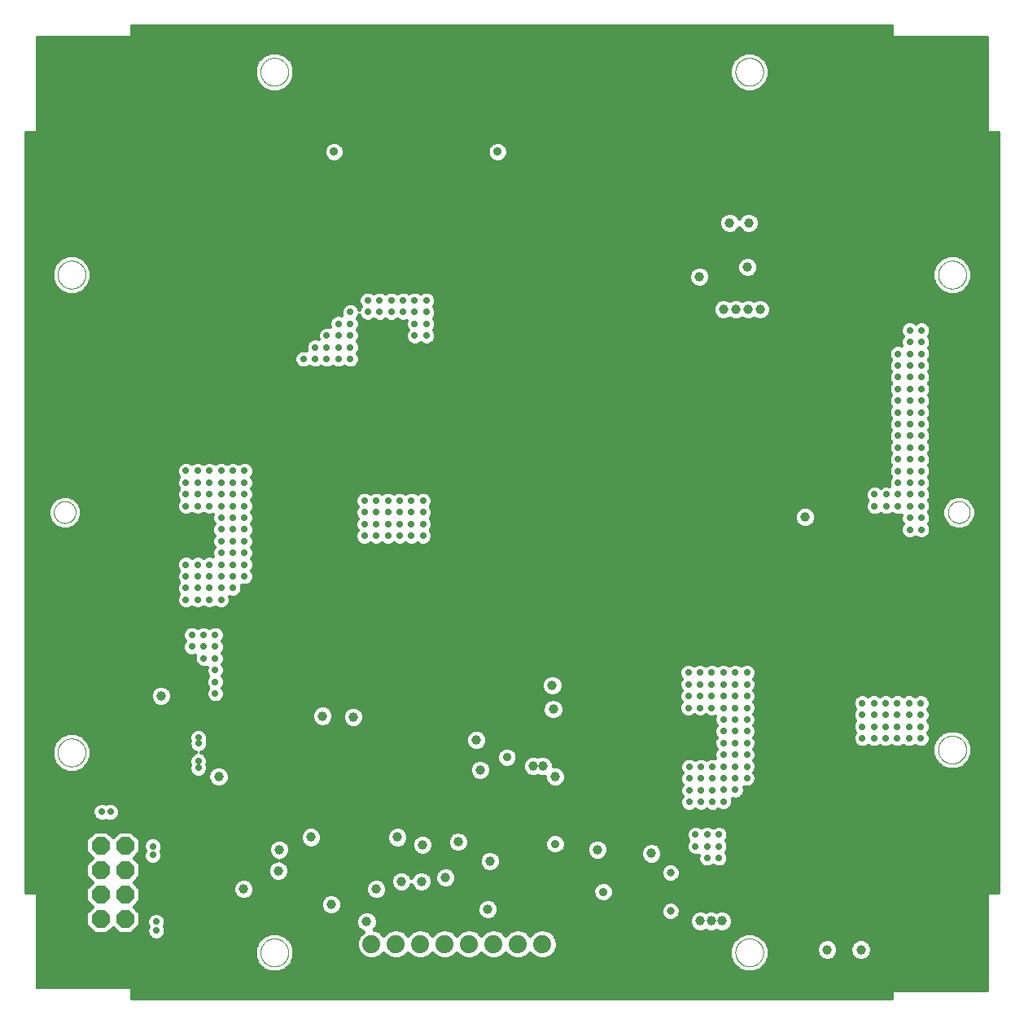
<source format=gbl>
G75*
%MOIN*%
%OFA0B0*%
%FSLAX25Y25*%
%IPPOS*%
%LPD*%
%AMOC8*
5,1,8,0,0,1.08239X$1,22.5*
%
%ADD10C,0.00000*%
%ADD11C,0.07400*%
%ADD12OC8,0.07400*%
%ADD13C,0.03962*%
%ADD14C,0.02800*%
%ADD15C,0.01600*%
%ADD16R,0.03962X0.03962*%
%ADD17C,0.03175*%
%ADD18C,0.03569*%
D10*
X0021485Y0009674D02*
X0060855Y0009674D01*
X0060855Y0005737D01*
X0371879Y0005737D01*
X0371879Y0009674D01*
X0411249Y0009674D01*
X0411249Y0049044D01*
X0415186Y0049044D01*
X0415186Y0360068D01*
X0411249Y0360068D01*
X0411249Y0399438D01*
X0371879Y0399438D01*
X0371879Y0403375D01*
X0060855Y0403375D01*
X0060855Y0399438D01*
X0021485Y0399438D01*
X0021485Y0360068D01*
X0017548Y0360068D01*
X0017548Y0049044D01*
X0021485Y0049044D01*
X0021485Y0009674D01*
X0030343Y0106131D02*
X0030345Y0106282D01*
X0030351Y0106432D01*
X0030361Y0106583D01*
X0030375Y0106733D01*
X0030393Y0106882D01*
X0030414Y0107032D01*
X0030440Y0107180D01*
X0030470Y0107328D01*
X0030503Y0107475D01*
X0030541Y0107621D01*
X0030582Y0107766D01*
X0030627Y0107910D01*
X0030676Y0108052D01*
X0030729Y0108193D01*
X0030785Y0108333D01*
X0030845Y0108471D01*
X0030908Y0108608D01*
X0030976Y0108743D01*
X0031046Y0108876D01*
X0031120Y0109007D01*
X0031198Y0109136D01*
X0031279Y0109263D01*
X0031363Y0109388D01*
X0031451Y0109511D01*
X0031542Y0109631D01*
X0031636Y0109749D01*
X0031733Y0109864D01*
X0031833Y0109977D01*
X0031936Y0110087D01*
X0032042Y0110194D01*
X0032151Y0110299D01*
X0032262Y0110400D01*
X0032376Y0110499D01*
X0032492Y0110594D01*
X0032612Y0110687D01*
X0032733Y0110776D01*
X0032857Y0110862D01*
X0032983Y0110945D01*
X0033111Y0111024D01*
X0033241Y0111100D01*
X0033373Y0111173D01*
X0033507Y0111241D01*
X0033643Y0111307D01*
X0033781Y0111369D01*
X0033920Y0111427D01*
X0034060Y0111481D01*
X0034202Y0111532D01*
X0034345Y0111579D01*
X0034490Y0111622D01*
X0034635Y0111661D01*
X0034782Y0111697D01*
X0034929Y0111728D01*
X0035077Y0111756D01*
X0035226Y0111780D01*
X0035375Y0111800D01*
X0035525Y0111816D01*
X0035675Y0111828D01*
X0035826Y0111836D01*
X0035977Y0111840D01*
X0036127Y0111840D01*
X0036278Y0111836D01*
X0036429Y0111828D01*
X0036579Y0111816D01*
X0036729Y0111800D01*
X0036878Y0111780D01*
X0037027Y0111756D01*
X0037175Y0111728D01*
X0037322Y0111697D01*
X0037469Y0111661D01*
X0037614Y0111622D01*
X0037759Y0111579D01*
X0037902Y0111532D01*
X0038044Y0111481D01*
X0038184Y0111427D01*
X0038323Y0111369D01*
X0038461Y0111307D01*
X0038597Y0111241D01*
X0038731Y0111173D01*
X0038863Y0111100D01*
X0038993Y0111024D01*
X0039121Y0110945D01*
X0039247Y0110862D01*
X0039371Y0110776D01*
X0039492Y0110687D01*
X0039612Y0110594D01*
X0039728Y0110499D01*
X0039842Y0110400D01*
X0039953Y0110299D01*
X0040062Y0110194D01*
X0040168Y0110087D01*
X0040271Y0109977D01*
X0040371Y0109864D01*
X0040468Y0109749D01*
X0040562Y0109631D01*
X0040653Y0109511D01*
X0040741Y0109388D01*
X0040825Y0109263D01*
X0040906Y0109136D01*
X0040984Y0109007D01*
X0041058Y0108876D01*
X0041128Y0108743D01*
X0041196Y0108608D01*
X0041259Y0108471D01*
X0041319Y0108333D01*
X0041375Y0108193D01*
X0041428Y0108052D01*
X0041477Y0107910D01*
X0041522Y0107766D01*
X0041563Y0107621D01*
X0041601Y0107475D01*
X0041634Y0107328D01*
X0041664Y0107180D01*
X0041690Y0107032D01*
X0041711Y0106882D01*
X0041729Y0106733D01*
X0041743Y0106583D01*
X0041753Y0106432D01*
X0041759Y0106282D01*
X0041761Y0106131D01*
X0041759Y0105980D01*
X0041753Y0105830D01*
X0041743Y0105679D01*
X0041729Y0105529D01*
X0041711Y0105380D01*
X0041690Y0105230D01*
X0041664Y0105082D01*
X0041634Y0104934D01*
X0041601Y0104787D01*
X0041563Y0104641D01*
X0041522Y0104496D01*
X0041477Y0104352D01*
X0041428Y0104210D01*
X0041375Y0104069D01*
X0041319Y0103929D01*
X0041259Y0103791D01*
X0041196Y0103654D01*
X0041128Y0103519D01*
X0041058Y0103386D01*
X0040984Y0103255D01*
X0040906Y0103126D01*
X0040825Y0102999D01*
X0040741Y0102874D01*
X0040653Y0102751D01*
X0040562Y0102631D01*
X0040468Y0102513D01*
X0040371Y0102398D01*
X0040271Y0102285D01*
X0040168Y0102175D01*
X0040062Y0102068D01*
X0039953Y0101963D01*
X0039842Y0101862D01*
X0039728Y0101763D01*
X0039612Y0101668D01*
X0039492Y0101575D01*
X0039371Y0101486D01*
X0039247Y0101400D01*
X0039121Y0101317D01*
X0038993Y0101238D01*
X0038863Y0101162D01*
X0038731Y0101089D01*
X0038597Y0101021D01*
X0038461Y0100955D01*
X0038323Y0100893D01*
X0038184Y0100835D01*
X0038044Y0100781D01*
X0037902Y0100730D01*
X0037759Y0100683D01*
X0037614Y0100640D01*
X0037469Y0100601D01*
X0037322Y0100565D01*
X0037175Y0100534D01*
X0037027Y0100506D01*
X0036878Y0100482D01*
X0036729Y0100462D01*
X0036579Y0100446D01*
X0036429Y0100434D01*
X0036278Y0100426D01*
X0036127Y0100422D01*
X0035977Y0100422D01*
X0035826Y0100426D01*
X0035675Y0100434D01*
X0035525Y0100446D01*
X0035375Y0100462D01*
X0035226Y0100482D01*
X0035077Y0100506D01*
X0034929Y0100534D01*
X0034782Y0100565D01*
X0034635Y0100601D01*
X0034490Y0100640D01*
X0034345Y0100683D01*
X0034202Y0100730D01*
X0034060Y0100781D01*
X0033920Y0100835D01*
X0033781Y0100893D01*
X0033643Y0100955D01*
X0033507Y0101021D01*
X0033373Y0101089D01*
X0033241Y0101162D01*
X0033111Y0101238D01*
X0032983Y0101317D01*
X0032857Y0101400D01*
X0032733Y0101486D01*
X0032612Y0101575D01*
X0032492Y0101668D01*
X0032376Y0101763D01*
X0032262Y0101862D01*
X0032151Y0101963D01*
X0032042Y0102068D01*
X0031936Y0102175D01*
X0031833Y0102285D01*
X0031733Y0102398D01*
X0031636Y0102513D01*
X0031542Y0102631D01*
X0031451Y0102751D01*
X0031363Y0102874D01*
X0031279Y0102999D01*
X0031198Y0103126D01*
X0031120Y0103255D01*
X0031046Y0103386D01*
X0030976Y0103519D01*
X0030908Y0103654D01*
X0030845Y0103791D01*
X0030785Y0103929D01*
X0030729Y0104069D01*
X0030676Y0104210D01*
X0030627Y0104352D01*
X0030582Y0104496D01*
X0030541Y0104641D01*
X0030503Y0104787D01*
X0030470Y0104934D01*
X0030440Y0105082D01*
X0030414Y0105230D01*
X0030393Y0105380D01*
X0030375Y0105529D01*
X0030361Y0105679D01*
X0030351Y0105830D01*
X0030345Y0105980D01*
X0030343Y0106131D01*
X0113414Y0024241D02*
X0113416Y0024392D01*
X0113422Y0024542D01*
X0113432Y0024693D01*
X0113446Y0024843D01*
X0113464Y0024992D01*
X0113485Y0025142D01*
X0113511Y0025290D01*
X0113541Y0025438D01*
X0113574Y0025585D01*
X0113612Y0025731D01*
X0113653Y0025876D01*
X0113698Y0026020D01*
X0113747Y0026162D01*
X0113800Y0026303D01*
X0113856Y0026443D01*
X0113916Y0026581D01*
X0113979Y0026718D01*
X0114047Y0026853D01*
X0114117Y0026986D01*
X0114191Y0027117D01*
X0114269Y0027246D01*
X0114350Y0027373D01*
X0114434Y0027498D01*
X0114522Y0027621D01*
X0114613Y0027741D01*
X0114707Y0027859D01*
X0114804Y0027974D01*
X0114904Y0028087D01*
X0115007Y0028197D01*
X0115113Y0028304D01*
X0115222Y0028409D01*
X0115333Y0028510D01*
X0115447Y0028609D01*
X0115563Y0028704D01*
X0115683Y0028797D01*
X0115804Y0028886D01*
X0115928Y0028972D01*
X0116054Y0029055D01*
X0116182Y0029134D01*
X0116312Y0029210D01*
X0116444Y0029283D01*
X0116578Y0029351D01*
X0116714Y0029417D01*
X0116852Y0029479D01*
X0116991Y0029537D01*
X0117131Y0029591D01*
X0117273Y0029642D01*
X0117416Y0029689D01*
X0117561Y0029732D01*
X0117706Y0029771D01*
X0117853Y0029807D01*
X0118000Y0029838D01*
X0118148Y0029866D01*
X0118297Y0029890D01*
X0118446Y0029910D01*
X0118596Y0029926D01*
X0118746Y0029938D01*
X0118897Y0029946D01*
X0119048Y0029950D01*
X0119198Y0029950D01*
X0119349Y0029946D01*
X0119500Y0029938D01*
X0119650Y0029926D01*
X0119800Y0029910D01*
X0119949Y0029890D01*
X0120098Y0029866D01*
X0120246Y0029838D01*
X0120393Y0029807D01*
X0120540Y0029771D01*
X0120685Y0029732D01*
X0120830Y0029689D01*
X0120973Y0029642D01*
X0121115Y0029591D01*
X0121255Y0029537D01*
X0121394Y0029479D01*
X0121532Y0029417D01*
X0121668Y0029351D01*
X0121802Y0029283D01*
X0121934Y0029210D01*
X0122064Y0029134D01*
X0122192Y0029055D01*
X0122318Y0028972D01*
X0122442Y0028886D01*
X0122563Y0028797D01*
X0122683Y0028704D01*
X0122799Y0028609D01*
X0122913Y0028510D01*
X0123024Y0028409D01*
X0123133Y0028304D01*
X0123239Y0028197D01*
X0123342Y0028087D01*
X0123442Y0027974D01*
X0123539Y0027859D01*
X0123633Y0027741D01*
X0123724Y0027621D01*
X0123812Y0027498D01*
X0123896Y0027373D01*
X0123977Y0027246D01*
X0124055Y0027117D01*
X0124129Y0026986D01*
X0124199Y0026853D01*
X0124267Y0026718D01*
X0124330Y0026581D01*
X0124390Y0026443D01*
X0124446Y0026303D01*
X0124499Y0026162D01*
X0124548Y0026020D01*
X0124593Y0025876D01*
X0124634Y0025731D01*
X0124672Y0025585D01*
X0124705Y0025438D01*
X0124735Y0025290D01*
X0124761Y0025142D01*
X0124782Y0024992D01*
X0124800Y0024843D01*
X0124814Y0024693D01*
X0124824Y0024542D01*
X0124830Y0024392D01*
X0124832Y0024241D01*
X0124830Y0024090D01*
X0124824Y0023940D01*
X0124814Y0023789D01*
X0124800Y0023639D01*
X0124782Y0023490D01*
X0124761Y0023340D01*
X0124735Y0023192D01*
X0124705Y0023044D01*
X0124672Y0022897D01*
X0124634Y0022751D01*
X0124593Y0022606D01*
X0124548Y0022462D01*
X0124499Y0022320D01*
X0124446Y0022179D01*
X0124390Y0022039D01*
X0124330Y0021901D01*
X0124267Y0021764D01*
X0124199Y0021629D01*
X0124129Y0021496D01*
X0124055Y0021365D01*
X0123977Y0021236D01*
X0123896Y0021109D01*
X0123812Y0020984D01*
X0123724Y0020861D01*
X0123633Y0020741D01*
X0123539Y0020623D01*
X0123442Y0020508D01*
X0123342Y0020395D01*
X0123239Y0020285D01*
X0123133Y0020178D01*
X0123024Y0020073D01*
X0122913Y0019972D01*
X0122799Y0019873D01*
X0122683Y0019778D01*
X0122563Y0019685D01*
X0122442Y0019596D01*
X0122318Y0019510D01*
X0122192Y0019427D01*
X0122064Y0019348D01*
X0121934Y0019272D01*
X0121802Y0019199D01*
X0121668Y0019131D01*
X0121532Y0019065D01*
X0121394Y0019003D01*
X0121255Y0018945D01*
X0121115Y0018891D01*
X0120973Y0018840D01*
X0120830Y0018793D01*
X0120685Y0018750D01*
X0120540Y0018711D01*
X0120393Y0018675D01*
X0120246Y0018644D01*
X0120098Y0018616D01*
X0119949Y0018592D01*
X0119800Y0018572D01*
X0119650Y0018556D01*
X0119500Y0018544D01*
X0119349Y0018536D01*
X0119198Y0018532D01*
X0119048Y0018532D01*
X0118897Y0018536D01*
X0118746Y0018544D01*
X0118596Y0018556D01*
X0118446Y0018572D01*
X0118297Y0018592D01*
X0118148Y0018616D01*
X0118000Y0018644D01*
X0117853Y0018675D01*
X0117706Y0018711D01*
X0117561Y0018750D01*
X0117416Y0018793D01*
X0117273Y0018840D01*
X0117131Y0018891D01*
X0116991Y0018945D01*
X0116852Y0019003D01*
X0116714Y0019065D01*
X0116578Y0019131D01*
X0116444Y0019199D01*
X0116312Y0019272D01*
X0116182Y0019348D01*
X0116054Y0019427D01*
X0115928Y0019510D01*
X0115804Y0019596D01*
X0115683Y0019685D01*
X0115563Y0019778D01*
X0115447Y0019873D01*
X0115333Y0019972D01*
X0115222Y0020073D01*
X0115113Y0020178D01*
X0115007Y0020285D01*
X0114904Y0020395D01*
X0114804Y0020508D01*
X0114707Y0020623D01*
X0114613Y0020741D01*
X0114522Y0020861D01*
X0114434Y0020984D01*
X0114350Y0021109D01*
X0114269Y0021236D01*
X0114191Y0021365D01*
X0114117Y0021496D01*
X0114047Y0021629D01*
X0113979Y0021764D01*
X0113916Y0021901D01*
X0113856Y0022039D01*
X0113800Y0022179D01*
X0113747Y0022320D01*
X0113698Y0022462D01*
X0113653Y0022606D01*
X0113612Y0022751D01*
X0113574Y0022897D01*
X0113541Y0023044D01*
X0113511Y0023192D01*
X0113485Y0023340D01*
X0113464Y0023490D01*
X0113446Y0023639D01*
X0113432Y0023789D01*
X0113422Y0023940D01*
X0113416Y0024090D01*
X0113414Y0024241D01*
X0028847Y0204556D02*
X0028849Y0204689D01*
X0028855Y0204822D01*
X0028865Y0204955D01*
X0028879Y0205087D01*
X0028897Y0205219D01*
X0028918Y0205350D01*
X0028944Y0205481D01*
X0028974Y0205611D01*
X0029007Y0205740D01*
X0029045Y0205867D01*
X0029086Y0205994D01*
X0029131Y0206119D01*
X0029179Y0206243D01*
X0029232Y0206366D01*
X0029288Y0206486D01*
X0029347Y0206605D01*
X0029410Y0206723D01*
X0029477Y0206838D01*
X0029547Y0206951D01*
X0029620Y0207062D01*
X0029697Y0207171D01*
X0029777Y0207278D01*
X0029860Y0207382D01*
X0029946Y0207483D01*
X0030035Y0207582D01*
X0030127Y0207678D01*
X0030221Y0207772D01*
X0030319Y0207862D01*
X0030419Y0207950D01*
X0030522Y0208034D01*
X0030627Y0208116D01*
X0030735Y0208194D01*
X0030845Y0208269D01*
X0030957Y0208341D01*
X0031072Y0208409D01*
X0031188Y0208474D01*
X0031306Y0208535D01*
X0031426Y0208593D01*
X0031547Y0208647D01*
X0031671Y0208697D01*
X0031795Y0208744D01*
X0031921Y0208787D01*
X0032048Y0208826D01*
X0032177Y0208862D01*
X0032306Y0208893D01*
X0032436Y0208921D01*
X0032567Y0208945D01*
X0032699Y0208965D01*
X0032831Y0208981D01*
X0032964Y0208993D01*
X0033096Y0209001D01*
X0033229Y0209005D01*
X0033363Y0209005D01*
X0033496Y0209001D01*
X0033628Y0208993D01*
X0033761Y0208981D01*
X0033893Y0208965D01*
X0034025Y0208945D01*
X0034156Y0208921D01*
X0034286Y0208893D01*
X0034415Y0208862D01*
X0034544Y0208826D01*
X0034671Y0208787D01*
X0034797Y0208744D01*
X0034921Y0208697D01*
X0035045Y0208647D01*
X0035166Y0208593D01*
X0035286Y0208535D01*
X0035404Y0208474D01*
X0035521Y0208409D01*
X0035635Y0208341D01*
X0035747Y0208269D01*
X0035857Y0208194D01*
X0035965Y0208116D01*
X0036070Y0208034D01*
X0036173Y0207950D01*
X0036273Y0207862D01*
X0036371Y0207772D01*
X0036465Y0207678D01*
X0036557Y0207582D01*
X0036646Y0207483D01*
X0036732Y0207382D01*
X0036815Y0207278D01*
X0036895Y0207171D01*
X0036972Y0207062D01*
X0037045Y0206951D01*
X0037115Y0206838D01*
X0037182Y0206723D01*
X0037245Y0206605D01*
X0037304Y0206486D01*
X0037360Y0206366D01*
X0037413Y0206243D01*
X0037461Y0206119D01*
X0037506Y0205994D01*
X0037547Y0205867D01*
X0037585Y0205740D01*
X0037618Y0205611D01*
X0037648Y0205481D01*
X0037674Y0205350D01*
X0037695Y0205219D01*
X0037713Y0205087D01*
X0037727Y0204955D01*
X0037737Y0204822D01*
X0037743Y0204689D01*
X0037745Y0204556D01*
X0037743Y0204423D01*
X0037737Y0204290D01*
X0037727Y0204157D01*
X0037713Y0204025D01*
X0037695Y0203893D01*
X0037674Y0203762D01*
X0037648Y0203631D01*
X0037618Y0203501D01*
X0037585Y0203372D01*
X0037547Y0203245D01*
X0037506Y0203118D01*
X0037461Y0202993D01*
X0037413Y0202869D01*
X0037360Y0202746D01*
X0037304Y0202626D01*
X0037245Y0202507D01*
X0037182Y0202389D01*
X0037115Y0202274D01*
X0037045Y0202161D01*
X0036972Y0202050D01*
X0036895Y0201941D01*
X0036815Y0201834D01*
X0036732Y0201730D01*
X0036646Y0201629D01*
X0036557Y0201530D01*
X0036465Y0201434D01*
X0036371Y0201340D01*
X0036273Y0201250D01*
X0036173Y0201162D01*
X0036070Y0201078D01*
X0035965Y0200996D01*
X0035857Y0200918D01*
X0035747Y0200843D01*
X0035635Y0200771D01*
X0035520Y0200703D01*
X0035404Y0200638D01*
X0035286Y0200577D01*
X0035166Y0200519D01*
X0035045Y0200465D01*
X0034921Y0200415D01*
X0034797Y0200368D01*
X0034671Y0200325D01*
X0034544Y0200286D01*
X0034415Y0200250D01*
X0034286Y0200219D01*
X0034156Y0200191D01*
X0034025Y0200167D01*
X0033893Y0200147D01*
X0033761Y0200131D01*
X0033628Y0200119D01*
X0033496Y0200111D01*
X0033363Y0200107D01*
X0033229Y0200107D01*
X0033096Y0200111D01*
X0032964Y0200119D01*
X0032831Y0200131D01*
X0032699Y0200147D01*
X0032567Y0200167D01*
X0032436Y0200191D01*
X0032306Y0200219D01*
X0032177Y0200250D01*
X0032048Y0200286D01*
X0031921Y0200325D01*
X0031795Y0200368D01*
X0031671Y0200415D01*
X0031547Y0200465D01*
X0031426Y0200519D01*
X0031306Y0200577D01*
X0031188Y0200638D01*
X0031071Y0200703D01*
X0030957Y0200771D01*
X0030845Y0200843D01*
X0030735Y0200918D01*
X0030627Y0200996D01*
X0030522Y0201078D01*
X0030419Y0201162D01*
X0030319Y0201250D01*
X0030221Y0201340D01*
X0030127Y0201434D01*
X0030035Y0201530D01*
X0029946Y0201629D01*
X0029860Y0201730D01*
X0029777Y0201834D01*
X0029697Y0201941D01*
X0029620Y0202050D01*
X0029547Y0202161D01*
X0029477Y0202274D01*
X0029410Y0202389D01*
X0029347Y0202507D01*
X0029288Y0202626D01*
X0029232Y0202746D01*
X0029179Y0202869D01*
X0029131Y0202993D01*
X0029086Y0203118D01*
X0029045Y0203245D01*
X0029007Y0203372D01*
X0028974Y0203501D01*
X0028944Y0203631D01*
X0028918Y0203762D01*
X0028897Y0203893D01*
X0028879Y0204025D01*
X0028865Y0204157D01*
X0028855Y0204290D01*
X0028849Y0204423D01*
X0028847Y0204556D01*
X0030343Y0301800D02*
X0030345Y0301951D01*
X0030351Y0302101D01*
X0030361Y0302252D01*
X0030375Y0302402D01*
X0030393Y0302551D01*
X0030414Y0302701D01*
X0030440Y0302849D01*
X0030470Y0302997D01*
X0030503Y0303144D01*
X0030541Y0303290D01*
X0030582Y0303435D01*
X0030627Y0303579D01*
X0030676Y0303721D01*
X0030729Y0303862D01*
X0030785Y0304002D01*
X0030845Y0304140D01*
X0030908Y0304277D01*
X0030976Y0304412D01*
X0031046Y0304545D01*
X0031120Y0304676D01*
X0031198Y0304805D01*
X0031279Y0304932D01*
X0031363Y0305057D01*
X0031451Y0305180D01*
X0031542Y0305300D01*
X0031636Y0305418D01*
X0031733Y0305533D01*
X0031833Y0305646D01*
X0031936Y0305756D01*
X0032042Y0305863D01*
X0032151Y0305968D01*
X0032262Y0306069D01*
X0032376Y0306168D01*
X0032492Y0306263D01*
X0032612Y0306356D01*
X0032733Y0306445D01*
X0032857Y0306531D01*
X0032983Y0306614D01*
X0033111Y0306693D01*
X0033241Y0306769D01*
X0033373Y0306842D01*
X0033507Y0306910D01*
X0033643Y0306976D01*
X0033781Y0307038D01*
X0033920Y0307096D01*
X0034060Y0307150D01*
X0034202Y0307201D01*
X0034345Y0307248D01*
X0034490Y0307291D01*
X0034635Y0307330D01*
X0034782Y0307366D01*
X0034929Y0307397D01*
X0035077Y0307425D01*
X0035226Y0307449D01*
X0035375Y0307469D01*
X0035525Y0307485D01*
X0035675Y0307497D01*
X0035826Y0307505D01*
X0035977Y0307509D01*
X0036127Y0307509D01*
X0036278Y0307505D01*
X0036429Y0307497D01*
X0036579Y0307485D01*
X0036729Y0307469D01*
X0036878Y0307449D01*
X0037027Y0307425D01*
X0037175Y0307397D01*
X0037322Y0307366D01*
X0037469Y0307330D01*
X0037614Y0307291D01*
X0037759Y0307248D01*
X0037902Y0307201D01*
X0038044Y0307150D01*
X0038184Y0307096D01*
X0038323Y0307038D01*
X0038461Y0306976D01*
X0038597Y0306910D01*
X0038731Y0306842D01*
X0038863Y0306769D01*
X0038993Y0306693D01*
X0039121Y0306614D01*
X0039247Y0306531D01*
X0039371Y0306445D01*
X0039492Y0306356D01*
X0039612Y0306263D01*
X0039728Y0306168D01*
X0039842Y0306069D01*
X0039953Y0305968D01*
X0040062Y0305863D01*
X0040168Y0305756D01*
X0040271Y0305646D01*
X0040371Y0305533D01*
X0040468Y0305418D01*
X0040562Y0305300D01*
X0040653Y0305180D01*
X0040741Y0305057D01*
X0040825Y0304932D01*
X0040906Y0304805D01*
X0040984Y0304676D01*
X0041058Y0304545D01*
X0041128Y0304412D01*
X0041196Y0304277D01*
X0041259Y0304140D01*
X0041319Y0304002D01*
X0041375Y0303862D01*
X0041428Y0303721D01*
X0041477Y0303579D01*
X0041522Y0303435D01*
X0041563Y0303290D01*
X0041601Y0303144D01*
X0041634Y0302997D01*
X0041664Y0302849D01*
X0041690Y0302701D01*
X0041711Y0302551D01*
X0041729Y0302402D01*
X0041743Y0302252D01*
X0041753Y0302101D01*
X0041759Y0301951D01*
X0041761Y0301800D01*
X0041759Y0301649D01*
X0041753Y0301499D01*
X0041743Y0301348D01*
X0041729Y0301198D01*
X0041711Y0301049D01*
X0041690Y0300899D01*
X0041664Y0300751D01*
X0041634Y0300603D01*
X0041601Y0300456D01*
X0041563Y0300310D01*
X0041522Y0300165D01*
X0041477Y0300021D01*
X0041428Y0299879D01*
X0041375Y0299738D01*
X0041319Y0299598D01*
X0041259Y0299460D01*
X0041196Y0299323D01*
X0041128Y0299188D01*
X0041058Y0299055D01*
X0040984Y0298924D01*
X0040906Y0298795D01*
X0040825Y0298668D01*
X0040741Y0298543D01*
X0040653Y0298420D01*
X0040562Y0298300D01*
X0040468Y0298182D01*
X0040371Y0298067D01*
X0040271Y0297954D01*
X0040168Y0297844D01*
X0040062Y0297737D01*
X0039953Y0297632D01*
X0039842Y0297531D01*
X0039728Y0297432D01*
X0039612Y0297337D01*
X0039492Y0297244D01*
X0039371Y0297155D01*
X0039247Y0297069D01*
X0039121Y0296986D01*
X0038993Y0296907D01*
X0038863Y0296831D01*
X0038731Y0296758D01*
X0038597Y0296690D01*
X0038461Y0296624D01*
X0038323Y0296562D01*
X0038184Y0296504D01*
X0038044Y0296450D01*
X0037902Y0296399D01*
X0037759Y0296352D01*
X0037614Y0296309D01*
X0037469Y0296270D01*
X0037322Y0296234D01*
X0037175Y0296203D01*
X0037027Y0296175D01*
X0036878Y0296151D01*
X0036729Y0296131D01*
X0036579Y0296115D01*
X0036429Y0296103D01*
X0036278Y0296095D01*
X0036127Y0296091D01*
X0035977Y0296091D01*
X0035826Y0296095D01*
X0035675Y0296103D01*
X0035525Y0296115D01*
X0035375Y0296131D01*
X0035226Y0296151D01*
X0035077Y0296175D01*
X0034929Y0296203D01*
X0034782Y0296234D01*
X0034635Y0296270D01*
X0034490Y0296309D01*
X0034345Y0296352D01*
X0034202Y0296399D01*
X0034060Y0296450D01*
X0033920Y0296504D01*
X0033781Y0296562D01*
X0033643Y0296624D01*
X0033507Y0296690D01*
X0033373Y0296758D01*
X0033241Y0296831D01*
X0033111Y0296907D01*
X0032983Y0296986D01*
X0032857Y0297069D01*
X0032733Y0297155D01*
X0032612Y0297244D01*
X0032492Y0297337D01*
X0032376Y0297432D01*
X0032262Y0297531D01*
X0032151Y0297632D01*
X0032042Y0297737D01*
X0031936Y0297844D01*
X0031833Y0297954D01*
X0031733Y0298067D01*
X0031636Y0298182D01*
X0031542Y0298300D01*
X0031451Y0298420D01*
X0031363Y0298543D01*
X0031279Y0298668D01*
X0031198Y0298795D01*
X0031120Y0298924D01*
X0031046Y0299055D01*
X0030976Y0299188D01*
X0030908Y0299323D01*
X0030845Y0299460D01*
X0030785Y0299598D01*
X0030729Y0299738D01*
X0030676Y0299879D01*
X0030627Y0300021D01*
X0030582Y0300165D01*
X0030541Y0300310D01*
X0030503Y0300456D01*
X0030470Y0300603D01*
X0030440Y0300751D01*
X0030414Y0300899D01*
X0030393Y0301049D01*
X0030375Y0301198D01*
X0030361Y0301348D01*
X0030351Y0301499D01*
X0030345Y0301649D01*
X0030343Y0301800D01*
X0113414Y0384871D02*
X0113416Y0385022D01*
X0113422Y0385172D01*
X0113432Y0385323D01*
X0113446Y0385473D01*
X0113464Y0385622D01*
X0113485Y0385772D01*
X0113511Y0385920D01*
X0113541Y0386068D01*
X0113574Y0386215D01*
X0113612Y0386361D01*
X0113653Y0386506D01*
X0113698Y0386650D01*
X0113747Y0386792D01*
X0113800Y0386933D01*
X0113856Y0387073D01*
X0113916Y0387211D01*
X0113979Y0387348D01*
X0114047Y0387483D01*
X0114117Y0387616D01*
X0114191Y0387747D01*
X0114269Y0387876D01*
X0114350Y0388003D01*
X0114434Y0388128D01*
X0114522Y0388251D01*
X0114613Y0388371D01*
X0114707Y0388489D01*
X0114804Y0388604D01*
X0114904Y0388717D01*
X0115007Y0388827D01*
X0115113Y0388934D01*
X0115222Y0389039D01*
X0115333Y0389140D01*
X0115447Y0389239D01*
X0115563Y0389334D01*
X0115683Y0389427D01*
X0115804Y0389516D01*
X0115928Y0389602D01*
X0116054Y0389685D01*
X0116182Y0389764D01*
X0116312Y0389840D01*
X0116444Y0389913D01*
X0116578Y0389981D01*
X0116714Y0390047D01*
X0116852Y0390109D01*
X0116991Y0390167D01*
X0117131Y0390221D01*
X0117273Y0390272D01*
X0117416Y0390319D01*
X0117561Y0390362D01*
X0117706Y0390401D01*
X0117853Y0390437D01*
X0118000Y0390468D01*
X0118148Y0390496D01*
X0118297Y0390520D01*
X0118446Y0390540D01*
X0118596Y0390556D01*
X0118746Y0390568D01*
X0118897Y0390576D01*
X0119048Y0390580D01*
X0119198Y0390580D01*
X0119349Y0390576D01*
X0119500Y0390568D01*
X0119650Y0390556D01*
X0119800Y0390540D01*
X0119949Y0390520D01*
X0120098Y0390496D01*
X0120246Y0390468D01*
X0120393Y0390437D01*
X0120540Y0390401D01*
X0120685Y0390362D01*
X0120830Y0390319D01*
X0120973Y0390272D01*
X0121115Y0390221D01*
X0121255Y0390167D01*
X0121394Y0390109D01*
X0121532Y0390047D01*
X0121668Y0389981D01*
X0121802Y0389913D01*
X0121934Y0389840D01*
X0122064Y0389764D01*
X0122192Y0389685D01*
X0122318Y0389602D01*
X0122442Y0389516D01*
X0122563Y0389427D01*
X0122683Y0389334D01*
X0122799Y0389239D01*
X0122913Y0389140D01*
X0123024Y0389039D01*
X0123133Y0388934D01*
X0123239Y0388827D01*
X0123342Y0388717D01*
X0123442Y0388604D01*
X0123539Y0388489D01*
X0123633Y0388371D01*
X0123724Y0388251D01*
X0123812Y0388128D01*
X0123896Y0388003D01*
X0123977Y0387876D01*
X0124055Y0387747D01*
X0124129Y0387616D01*
X0124199Y0387483D01*
X0124267Y0387348D01*
X0124330Y0387211D01*
X0124390Y0387073D01*
X0124446Y0386933D01*
X0124499Y0386792D01*
X0124548Y0386650D01*
X0124593Y0386506D01*
X0124634Y0386361D01*
X0124672Y0386215D01*
X0124705Y0386068D01*
X0124735Y0385920D01*
X0124761Y0385772D01*
X0124782Y0385622D01*
X0124800Y0385473D01*
X0124814Y0385323D01*
X0124824Y0385172D01*
X0124830Y0385022D01*
X0124832Y0384871D01*
X0124830Y0384720D01*
X0124824Y0384570D01*
X0124814Y0384419D01*
X0124800Y0384269D01*
X0124782Y0384120D01*
X0124761Y0383970D01*
X0124735Y0383822D01*
X0124705Y0383674D01*
X0124672Y0383527D01*
X0124634Y0383381D01*
X0124593Y0383236D01*
X0124548Y0383092D01*
X0124499Y0382950D01*
X0124446Y0382809D01*
X0124390Y0382669D01*
X0124330Y0382531D01*
X0124267Y0382394D01*
X0124199Y0382259D01*
X0124129Y0382126D01*
X0124055Y0381995D01*
X0123977Y0381866D01*
X0123896Y0381739D01*
X0123812Y0381614D01*
X0123724Y0381491D01*
X0123633Y0381371D01*
X0123539Y0381253D01*
X0123442Y0381138D01*
X0123342Y0381025D01*
X0123239Y0380915D01*
X0123133Y0380808D01*
X0123024Y0380703D01*
X0122913Y0380602D01*
X0122799Y0380503D01*
X0122683Y0380408D01*
X0122563Y0380315D01*
X0122442Y0380226D01*
X0122318Y0380140D01*
X0122192Y0380057D01*
X0122064Y0379978D01*
X0121934Y0379902D01*
X0121802Y0379829D01*
X0121668Y0379761D01*
X0121532Y0379695D01*
X0121394Y0379633D01*
X0121255Y0379575D01*
X0121115Y0379521D01*
X0120973Y0379470D01*
X0120830Y0379423D01*
X0120685Y0379380D01*
X0120540Y0379341D01*
X0120393Y0379305D01*
X0120246Y0379274D01*
X0120098Y0379246D01*
X0119949Y0379222D01*
X0119800Y0379202D01*
X0119650Y0379186D01*
X0119500Y0379174D01*
X0119349Y0379166D01*
X0119198Y0379162D01*
X0119048Y0379162D01*
X0118897Y0379166D01*
X0118746Y0379174D01*
X0118596Y0379186D01*
X0118446Y0379202D01*
X0118297Y0379222D01*
X0118148Y0379246D01*
X0118000Y0379274D01*
X0117853Y0379305D01*
X0117706Y0379341D01*
X0117561Y0379380D01*
X0117416Y0379423D01*
X0117273Y0379470D01*
X0117131Y0379521D01*
X0116991Y0379575D01*
X0116852Y0379633D01*
X0116714Y0379695D01*
X0116578Y0379761D01*
X0116444Y0379829D01*
X0116312Y0379902D01*
X0116182Y0379978D01*
X0116054Y0380057D01*
X0115928Y0380140D01*
X0115804Y0380226D01*
X0115683Y0380315D01*
X0115563Y0380408D01*
X0115447Y0380503D01*
X0115333Y0380602D01*
X0115222Y0380703D01*
X0115113Y0380808D01*
X0115007Y0380915D01*
X0114904Y0381025D01*
X0114804Y0381138D01*
X0114707Y0381253D01*
X0114613Y0381371D01*
X0114522Y0381491D01*
X0114434Y0381614D01*
X0114350Y0381739D01*
X0114269Y0381866D01*
X0114191Y0381995D01*
X0114117Y0382126D01*
X0114047Y0382259D01*
X0113979Y0382394D01*
X0113916Y0382531D01*
X0113856Y0382669D01*
X0113800Y0382809D01*
X0113747Y0382950D01*
X0113698Y0383092D01*
X0113653Y0383236D01*
X0113612Y0383381D01*
X0113574Y0383527D01*
X0113541Y0383674D01*
X0113511Y0383822D01*
X0113485Y0383970D01*
X0113464Y0384120D01*
X0113446Y0384269D01*
X0113432Y0384419D01*
X0113422Y0384570D01*
X0113416Y0384720D01*
X0113414Y0384871D01*
X0307902Y0384871D02*
X0307904Y0385022D01*
X0307910Y0385172D01*
X0307920Y0385323D01*
X0307934Y0385473D01*
X0307952Y0385622D01*
X0307973Y0385772D01*
X0307999Y0385920D01*
X0308029Y0386068D01*
X0308062Y0386215D01*
X0308100Y0386361D01*
X0308141Y0386506D01*
X0308186Y0386650D01*
X0308235Y0386792D01*
X0308288Y0386933D01*
X0308344Y0387073D01*
X0308404Y0387211D01*
X0308467Y0387348D01*
X0308535Y0387483D01*
X0308605Y0387616D01*
X0308679Y0387747D01*
X0308757Y0387876D01*
X0308838Y0388003D01*
X0308922Y0388128D01*
X0309010Y0388251D01*
X0309101Y0388371D01*
X0309195Y0388489D01*
X0309292Y0388604D01*
X0309392Y0388717D01*
X0309495Y0388827D01*
X0309601Y0388934D01*
X0309710Y0389039D01*
X0309821Y0389140D01*
X0309935Y0389239D01*
X0310051Y0389334D01*
X0310171Y0389427D01*
X0310292Y0389516D01*
X0310416Y0389602D01*
X0310542Y0389685D01*
X0310670Y0389764D01*
X0310800Y0389840D01*
X0310932Y0389913D01*
X0311066Y0389981D01*
X0311202Y0390047D01*
X0311340Y0390109D01*
X0311479Y0390167D01*
X0311619Y0390221D01*
X0311761Y0390272D01*
X0311904Y0390319D01*
X0312049Y0390362D01*
X0312194Y0390401D01*
X0312341Y0390437D01*
X0312488Y0390468D01*
X0312636Y0390496D01*
X0312785Y0390520D01*
X0312934Y0390540D01*
X0313084Y0390556D01*
X0313234Y0390568D01*
X0313385Y0390576D01*
X0313536Y0390580D01*
X0313686Y0390580D01*
X0313837Y0390576D01*
X0313988Y0390568D01*
X0314138Y0390556D01*
X0314288Y0390540D01*
X0314437Y0390520D01*
X0314586Y0390496D01*
X0314734Y0390468D01*
X0314881Y0390437D01*
X0315028Y0390401D01*
X0315173Y0390362D01*
X0315318Y0390319D01*
X0315461Y0390272D01*
X0315603Y0390221D01*
X0315743Y0390167D01*
X0315882Y0390109D01*
X0316020Y0390047D01*
X0316156Y0389981D01*
X0316290Y0389913D01*
X0316422Y0389840D01*
X0316552Y0389764D01*
X0316680Y0389685D01*
X0316806Y0389602D01*
X0316930Y0389516D01*
X0317051Y0389427D01*
X0317171Y0389334D01*
X0317287Y0389239D01*
X0317401Y0389140D01*
X0317512Y0389039D01*
X0317621Y0388934D01*
X0317727Y0388827D01*
X0317830Y0388717D01*
X0317930Y0388604D01*
X0318027Y0388489D01*
X0318121Y0388371D01*
X0318212Y0388251D01*
X0318300Y0388128D01*
X0318384Y0388003D01*
X0318465Y0387876D01*
X0318543Y0387747D01*
X0318617Y0387616D01*
X0318687Y0387483D01*
X0318755Y0387348D01*
X0318818Y0387211D01*
X0318878Y0387073D01*
X0318934Y0386933D01*
X0318987Y0386792D01*
X0319036Y0386650D01*
X0319081Y0386506D01*
X0319122Y0386361D01*
X0319160Y0386215D01*
X0319193Y0386068D01*
X0319223Y0385920D01*
X0319249Y0385772D01*
X0319270Y0385622D01*
X0319288Y0385473D01*
X0319302Y0385323D01*
X0319312Y0385172D01*
X0319318Y0385022D01*
X0319320Y0384871D01*
X0319318Y0384720D01*
X0319312Y0384570D01*
X0319302Y0384419D01*
X0319288Y0384269D01*
X0319270Y0384120D01*
X0319249Y0383970D01*
X0319223Y0383822D01*
X0319193Y0383674D01*
X0319160Y0383527D01*
X0319122Y0383381D01*
X0319081Y0383236D01*
X0319036Y0383092D01*
X0318987Y0382950D01*
X0318934Y0382809D01*
X0318878Y0382669D01*
X0318818Y0382531D01*
X0318755Y0382394D01*
X0318687Y0382259D01*
X0318617Y0382126D01*
X0318543Y0381995D01*
X0318465Y0381866D01*
X0318384Y0381739D01*
X0318300Y0381614D01*
X0318212Y0381491D01*
X0318121Y0381371D01*
X0318027Y0381253D01*
X0317930Y0381138D01*
X0317830Y0381025D01*
X0317727Y0380915D01*
X0317621Y0380808D01*
X0317512Y0380703D01*
X0317401Y0380602D01*
X0317287Y0380503D01*
X0317171Y0380408D01*
X0317051Y0380315D01*
X0316930Y0380226D01*
X0316806Y0380140D01*
X0316680Y0380057D01*
X0316552Y0379978D01*
X0316422Y0379902D01*
X0316290Y0379829D01*
X0316156Y0379761D01*
X0316020Y0379695D01*
X0315882Y0379633D01*
X0315743Y0379575D01*
X0315603Y0379521D01*
X0315461Y0379470D01*
X0315318Y0379423D01*
X0315173Y0379380D01*
X0315028Y0379341D01*
X0314881Y0379305D01*
X0314734Y0379274D01*
X0314586Y0379246D01*
X0314437Y0379222D01*
X0314288Y0379202D01*
X0314138Y0379186D01*
X0313988Y0379174D01*
X0313837Y0379166D01*
X0313686Y0379162D01*
X0313536Y0379162D01*
X0313385Y0379166D01*
X0313234Y0379174D01*
X0313084Y0379186D01*
X0312934Y0379202D01*
X0312785Y0379222D01*
X0312636Y0379246D01*
X0312488Y0379274D01*
X0312341Y0379305D01*
X0312194Y0379341D01*
X0312049Y0379380D01*
X0311904Y0379423D01*
X0311761Y0379470D01*
X0311619Y0379521D01*
X0311479Y0379575D01*
X0311340Y0379633D01*
X0311202Y0379695D01*
X0311066Y0379761D01*
X0310932Y0379829D01*
X0310800Y0379902D01*
X0310670Y0379978D01*
X0310542Y0380057D01*
X0310416Y0380140D01*
X0310292Y0380226D01*
X0310171Y0380315D01*
X0310051Y0380408D01*
X0309935Y0380503D01*
X0309821Y0380602D01*
X0309710Y0380703D01*
X0309601Y0380808D01*
X0309495Y0380915D01*
X0309392Y0381025D01*
X0309292Y0381138D01*
X0309195Y0381253D01*
X0309101Y0381371D01*
X0309010Y0381491D01*
X0308922Y0381614D01*
X0308838Y0381739D01*
X0308757Y0381866D01*
X0308679Y0381995D01*
X0308605Y0382126D01*
X0308535Y0382259D01*
X0308467Y0382394D01*
X0308404Y0382531D01*
X0308344Y0382669D01*
X0308288Y0382809D01*
X0308235Y0382950D01*
X0308186Y0383092D01*
X0308141Y0383236D01*
X0308100Y0383381D01*
X0308062Y0383527D01*
X0308029Y0383674D01*
X0307999Y0383822D01*
X0307973Y0383970D01*
X0307952Y0384120D01*
X0307934Y0384269D01*
X0307920Y0384419D01*
X0307910Y0384570D01*
X0307904Y0384720D01*
X0307902Y0384871D01*
X0390973Y0301800D02*
X0390975Y0301951D01*
X0390981Y0302101D01*
X0390991Y0302252D01*
X0391005Y0302402D01*
X0391023Y0302551D01*
X0391044Y0302701D01*
X0391070Y0302849D01*
X0391100Y0302997D01*
X0391133Y0303144D01*
X0391171Y0303290D01*
X0391212Y0303435D01*
X0391257Y0303579D01*
X0391306Y0303721D01*
X0391359Y0303862D01*
X0391415Y0304002D01*
X0391475Y0304140D01*
X0391538Y0304277D01*
X0391606Y0304412D01*
X0391676Y0304545D01*
X0391750Y0304676D01*
X0391828Y0304805D01*
X0391909Y0304932D01*
X0391993Y0305057D01*
X0392081Y0305180D01*
X0392172Y0305300D01*
X0392266Y0305418D01*
X0392363Y0305533D01*
X0392463Y0305646D01*
X0392566Y0305756D01*
X0392672Y0305863D01*
X0392781Y0305968D01*
X0392892Y0306069D01*
X0393006Y0306168D01*
X0393122Y0306263D01*
X0393242Y0306356D01*
X0393363Y0306445D01*
X0393487Y0306531D01*
X0393613Y0306614D01*
X0393741Y0306693D01*
X0393871Y0306769D01*
X0394003Y0306842D01*
X0394137Y0306910D01*
X0394273Y0306976D01*
X0394411Y0307038D01*
X0394550Y0307096D01*
X0394690Y0307150D01*
X0394832Y0307201D01*
X0394975Y0307248D01*
X0395120Y0307291D01*
X0395265Y0307330D01*
X0395412Y0307366D01*
X0395559Y0307397D01*
X0395707Y0307425D01*
X0395856Y0307449D01*
X0396005Y0307469D01*
X0396155Y0307485D01*
X0396305Y0307497D01*
X0396456Y0307505D01*
X0396607Y0307509D01*
X0396757Y0307509D01*
X0396908Y0307505D01*
X0397059Y0307497D01*
X0397209Y0307485D01*
X0397359Y0307469D01*
X0397508Y0307449D01*
X0397657Y0307425D01*
X0397805Y0307397D01*
X0397952Y0307366D01*
X0398099Y0307330D01*
X0398244Y0307291D01*
X0398389Y0307248D01*
X0398532Y0307201D01*
X0398674Y0307150D01*
X0398814Y0307096D01*
X0398953Y0307038D01*
X0399091Y0306976D01*
X0399227Y0306910D01*
X0399361Y0306842D01*
X0399493Y0306769D01*
X0399623Y0306693D01*
X0399751Y0306614D01*
X0399877Y0306531D01*
X0400001Y0306445D01*
X0400122Y0306356D01*
X0400242Y0306263D01*
X0400358Y0306168D01*
X0400472Y0306069D01*
X0400583Y0305968D01*
X0400692Y0305863D01*
X0400798Y0305756D01*
X0400901Y0305646D01*
X0401001Y0305533D01*
X0401098Y0305418D01*
X0401192Y0305300D01*
X0401283Y0305180D01*
X0401371Y0305057D01*
X0401455Y0304932D01*
X0401536Y0304805D01*
X0401614Y0304676D01*
X0401688Y0304545D01*
X0401758Y0304412D01*
X0401826Y0304277D01*
X0401889Y0304140D01*
X0401949Y0304002D01*
X0402005Y0303862D01*
X0402058Y0303721D01*
X0402107Y0303579D01*
X0402152Y0303435D01*
X0402193Y0303290D01*
X0402231Y0303144D01*
X0402264Y0302997D01*
X0402294Y0302849D01*
X0402320Y0302701D01*
X0402341Y0302551D01*
X0402359Y0302402D01*
X0402373Y0302252D01*
X0402383Y0302101D01*
X0402389Y0301951D01*
X0402391Y0301800D01*
X0402389Y0301649D01*
X0402383Y0301499D01*
X0402373Y0301348D01*
X0402359Y0301198D01*
X0402341Y0301049D01*
X0402320Y0300899D01*
X0402294Y0300751D01*
X0402264Y0300603D01*
X0402231Y0300456D01*
X0402193Y0300310D01*
X0402152Y0300165D01*
X0402107Y0300021D01*
X0402058Y0299879D01*
X0402005Y0299738D01*
X0401949Y0299598D01*
X0401889Y0299460D01*
X0401826Y0299323D01*
X0401758Y0299188D01*
X0401688Y0299055D01*
X0401614Y0298924D01*
X0401536Y0298795D01*
X0401455Y0298668D01*
X0401371Y0298543D01*
X0401283Y0298420D01*
X0401192Y0298300D01*
X0401098Y0298182D01*
X0401001Y0298067D01*
X0400901Y0297954D01*
X0400798Y0297844D01*
X0400692Y0297737D01*
X0400583Y0297632D01*
X0400472Y0297531D01*
X0400358Y0297432D01*
X0400242Y0297337D01*
X0400122Y0297244D01*
X0400001Y0297155D01*
X0399877Y0297069D01*
X0399751Y0296986D01*
X0399623Y0296907D01*
X0399493Y0296831D01*
X0399361Y0296758D01*
X0399227Y0296690D01*
X0399091Y0296624D01*
X0398953Y0296562D01*
X0398814Y0296504D01*
X0398674Y0296450D01*
X0398532Y0296399D01*
X0398389Y0296352D01*
X0398244Y0296309D01*
X0398099Y0296270D01*
X0397952Y0296234D01*
X0397805Y0296203D01*
X0397657Y0296175D01*
X0397508Y0296151D01*
X0397359Y0296131D01*
X0397209Y0296115D01*
X0397059Y0296103D01*
X0396908Y0296095D01*
X0396757Y0296091D01*
X0396607Y0296091D01*
X0396456Y0296095D01*
X0396305Y0296103D01*
X0396155Y0296115D01*
X0396005Y0296131D01*
X0395856Y0296151D01*
X0395707Y0296175D01*
X0395559Y0296203D01*
X0395412Y0296234D01*
X0395265Y0296270D01*
X0395120Y0296309D01*
X0394975Y0296352D01*
X0394832Y0296399D01*
X0394690Y0296450D01*
X0394550Y0296504D01*
X0394411Y0296562D01*
X0394273Y0296624D01*
X0394137Y0296690D01*
X0394003Y0296758D01*
X0393871Y0296831D01*
X0393741Y0296907D01*
X0393613Y0296986D01*
X0393487Y0297069D01*
X0393363Y0297155D01*
X0393242Y0297244D01*
X0393122Y0297337D01*
X0393006Y0297432D01*
X0392892Y0297531D01*
X0392781Y0297632D01*
X0392672Y0297737D01*
X0392566Y0297844D01*
X0392463Y0297954D01*
X0392363Y0298067D01*
X0392266Y0298182D01*
X0392172Y0298300D01*
X0392081Y0298420D01*
X0391993Y0298543D01*
X0391909Y0298668D01*
X0391828Y0298795D01*
X0391750Y0298924D01*
X0391676Y0299055D01*
X0391606Y0299188D01*
X0391538Y0299323D01*
X0391475Y0299460D01*
X0391415Y0299598D01*
X0391359Y0299738D01*
X0391306Y0299879D01*
X0391257Y0300021D01*
X0391212Y0300165D01*
X0391171Y0300310D01*
X0391133Y0300456D01*
X0391100Y0300603D01*
X0391070Y0300751D01*
X0391044Y0300899D01*
X0391023Y0301049D01*
X0391005Y0301198D01*
X0390991Y0301348D01*
X0390981Y0301499D01*
X0390975Y0301649D01*
X0390973Y0301800D01*
X0394989Y0204556D02*
X0394991Y0204689D01*
X0394997Y0204822D01*
X0395007Y0204955D01*
X0395021Y0205087D01*
X0395039Y0205219D01*
X0395060Y0205350D01*
X0395086Y0205481D01*
X0395116Y0205611D01*
X0395149Y0205740D01*
X0395187Y0205867D01*
X0395228Y0205994D01*
X0395273Y0206119D01*
X0395321Y0206243D01*
X0395374Y0206366D01*
X0395430Y0206486D01*
X0395489Y0206605D01*
X0395552Y0206723D01*
X0395619Y0206838D01*
X0395689Y0206951D01*
X0395762Y0207062D01*
X0395839Y0207171D01*
X0395919Y0207278D01*
X0396002Y0207382D01*
X0396088Y0207483D01*
X0396177Y0207582D01*
X0396269Y0207678D01*
X0396363Y0207772D01*
X0396461Y0207862D01*
X0396561Y0207950D01*
X0396664Y0208034D01*
X0396769Y0208116D01*
X0396877Y0208194D01*
X0396987Y0208269D01*
X0397099Y0208341D01*
X0397214Y0208409D01*
X0397330Y0208474D01*
X0397448Y0208535D01*
X0397568Y0208593D01*
X0397689Y0208647D01*
X0397813Y0208697D01*
X0397937Y0208744D01*
X0398063Y0208787D01*
X0398190Y0208826D01*
X0398319Y0208862D01*
X0398448Y0208893D01*
X0398578Y0208921D01*
X0398709Y0208945D01*
X0398841Y0208965D01*
X0398973Y0208981D01*
X0399106Y0208993D01*
X0399238Y0209001D01*
X0399371Y0209005D01*
X0399505Y0209005D01*
X0399638Y0209001D01*
X0399770Y0208993D01*
X0399903Y0208981D01*
X0400035Y0208965D01*
X0400167Y0208945D01*
X0400298Y0208921D01*
X0400428Y0208893D01*
X0400557Y0208862D01*
X0400686Y0208826D01*
X0400813Y0208787D01*
X0400939Y0208744D01*
X0401063Y0208697D01*
X0401187Y0208647D01*
X0401308Y0208593D01*
X0401428Y0208535D01*
X0401546Y0208474D01*
X0401663Y0208409D01*
X0401777Y0208341D01*
X0401889Y0208269D01*
X0401999Y0208194D01*
X0402107Y0208116D01*
X0402212Y0208034D01*
X0402315Y0207950D01*
X0402415Y0207862D01*
X0402513Y0207772D01*
X0402607Y0207678D01*
X0402699Y0207582D01*
X0402788Y0207483D01*
X0402874Y0207382D01*
X0402957Y0207278D01*
X0403037Y0207171D01*
X0403114Y0207062D01*
X0403187Y0206951D01*
X0403257Y0206838D01*
X0403324Y0206723D01*
X0403387Y0206605D01*
X0403446Y0206486D01*
X0403502Y0206366D01*
X0403555Y0206243D01*
X0403603Y0206119D01*
X0403648Y0205994D01*
X0403689Y0205867D01*
X0403727Y0205740D01*
X0403760Y0205611D01*
X0403790Y0205481D01*
X0403816Y0205350D01*
X0403837Y0205219D01*
X0403855Y0205087D01*
X0403869Y0204955D01*
X0403879Y0204822D01*
X0403885Y0204689D01*
X0403887Y0204556D01*
X0403885Y0204423D01*
X0403879Y0204290D01*
X0403869Y0204157D01*
X0403855Y0204025D01*
X0403837Y0203893D01*
X0403816Y0203762D01*
X0403790Y0203631D01*
X0403760Y0203501D01*
X0403727Y0203372D01*
X0403689Y0203245D01*
X0403648Y0203118D01*
X0403603Y0202993D01*
X0403555Y0202869D01*
X0403502Y0202746D01*
X0403446Y0202626D01*
X0403387Y0202507D01*
X0403324Y0202389D01*
X0403257Y0202274D01*
X0403187Y0202161D01*
X0403114Y0202050D01*
X0403037Y0201941D01*
X0402957Y0201834D01*
X0402874Y0201730D01*
X0402788Y0201629D01*
X0402699Y0201530D01*
X0402607Y0201434D01*
X0402513Y0201340D01*
X0402415Y0201250D01*
X0402315Y0201162D01*
X0402212Y0201078D01*
X0402107Y0200996D01*
X0401999Y0200918D01*
X0401889Y0200843D01*
X0401777Y0200771D01*
X0401662Y0200703D01*
X0401546Y0200638D01*
X0401428Y0200577D01*
X0401308Y0200519D01*
X0401187Y0200465D01*
X0401063Y0200415D01*
X0400939Y0200368D01*
X0400813Y0200325D01*
X0400686Y0200286D01*
X0400557Y0200250D01*
X0400428Y0200219D01*
X0400298Y0200191D01*
X0400167Y0200167D01*
X0400035Y0200147D01*
X0399903Y0200131D01*
X0399770Y0200119D01*
X0399638Y0200111D01*
X0399505Y0200107D01*
X0399371Y0200107D01*
X0399238Y0200111D01*
X0399106Y0200119D01*
X0398973Y0200131D01*
X0398841Y0200147D01*
X0398709Y0200167D01*
X0398578Y0200191D01*
X0398448Y0200219D01*
X0398319Y0200250D01*
X0398190Y0200286D01*
X0398063Y0200325D01*
X0397937Y0200368D01*
X0397813Y0200415D01*
X0397689Y0200465D01*
X0397568Y0200519D01*
X0397448Y0200577D01*
X0397330Y0200638D01*
X0397213Y0200703D01*
X0397099Y0200771D01*
X0396987Y0200843D01*
X0396877Y0200918D01*
X0396769Y0200996D01*
X0396664Y0201078D01*
X0396561Y0201162D01*
X0396461Y0201250D01*
X0396363Y0201340D01*
X0396269Y0201434D01*
X0396177Y0201530D01*
X0396088Y0201629D01*
X0396002Y0201730D01*
X0395919Y0201834D01*
X0395839Y0201941D01*
X0395762Y0202050D01*
X0395689Y0202161D01*
X0395619Y0202274D01*
X0395552Y0202389D01*
X0395489Y0202507D01*
X0395430Y0202626D01*
X0395374Y0202746D01*
X0395321Y0202869D01*
X0395273Y0202993D01*
X0395228Y0203118D01*
X0395187Y0203245D01*
X0395149Y0203372D01*
X0395116Y0203501D01*
X0395086Y0203631D01*
X0395060Y0203762D01*
X0395039Y0203893D01*
X0395021Y0204025D01*
X0395007Y0204157D01*
X0394997Y0204290D01*
X0394991Y0204423D01*
X0394989Y0204556D01*
X0390973Y0107312D02*
X0390975Y0107463D01*
X0390981Y0107613D01*
X0390991Y0107764D01*
X0391005Y0107914D01*
X0391023Y0108063D01*
X0391044Y0108213D01*
X0391070Y0108361D01*
X0391100Y0108509D01*
X0391133Y0108656D01*
X0391171Y0108802D01*
X0391212Y0108947D01*
X0391257Y0109091D01*
X0391306Y0109233D01*
X0391359Y0109374D01*
X0391415Y0109514D01*
X0391475Y0109652D01*
X0391538Y0109789D01*
X0391606Y0109924D01*
X0391676Y0110057D01*
X0391750Y0110188D01*
X0391828Y0110317D01*
X0391909Y0110444D01*
X0391993Y0110569D01*
X0392081Y0110692D01*
X0392172Y0110812D01*
X0392266Y0110930D01*
X0392363Y0111045D01*
X0392463Y0111158D01*
X0392566Y0111268D01*
X0392672Y0111375D01*
X0392781Y0111480D01*
X0392892Y0111581D01*
X0393006Y0111680D01*
X0393122Y0111775D01*
X0393242Y0111868D01*
X0393363Y0111957D01*
X0393487Y0112043D01*
X0393613Y0112126D01*
X0393741Y0112205D01*
X0393871Y0112281D01*
X0394003Y0112354D01*
X0394137Y0112422D01*
X0394273Y0112488D01*
X0394411Y0112550D01*
X0394550Y0112608D01*
X0394690Y0112662D01*
X0394832Y0112713D01*
X0394975Y0112760D01*
X0395120Y0112803D01*
X0395265Y0112842D01*
X0395412Y0112878D01*
X0395559Y0112909D01*
X0395707Y0112937D01*
X0395856Y0112961D01*
X0396005Y0112981D01*
X0396155Y0112997D01*
X0396305Y0113009D01*
X0396456Y0113017D01*
X0396607Y0113021D01*
X0396757Y0113021D01*
X0396908Y0113017D01*
X0397059Y0113009D01*
X0397209Y0112997D01*
X0397359Y0112981D01*
X0397508Y0112961D01*
X0397657Y0112937D01*
X0397805Y0112909D01*
X0397952Y0112878D01*
X0398099Y0112842D01*
X0398244Y0112803D01*
X0398389Y0112760D01*
X0398532Y0112713D01*
X0398674Y0112662D01*
X0398814Y0112608D01*
X0398953Y0112550D01*
X0399091Y0112488D01*
X0399227Y0112422D01*
X0399361Y0112354D01*
X0399493Y0112281D01*
X0399623Y0112205D01*
X0399751Y0112126D01*
X0399877Y0112043D01*
X0400001Y0111957D01*
X0400122Y0111868D01*
X0400242Y0111775D01*
X0400358Y0111680D01*
X0400472Y0111581D01*
X0400583Y0111480D01*
X0400692Y0111375D01*
X0400798Y0111268D01*
X0400901Y0111158D01*
X0401001Y0111045D01*
X0401098Y0110930D01*
X0401192Y0110812D01*
X0401283Y0110692D01*
X0401371Y0110569D01*
X0401455Y0110444D01*
X0401536Y0110317D01*
X0401614Y0110188D01*
X0401688Y0110057D01*
X0401758Y0109924D01*
X0401826Y0109789D01*
X0401889Y0109652D01*
X0401949Y0109514D01*
X0402005Y0109374D01*
X0402058Y0109233D01*
X0402107Y0109091D01*
X0402152Y0108947D01*
X0402193Y0108802D01*
X0402231Y0108656D01*
X0402264Y0108509D01*
X0402294Y0108361D01*
X0402320Y0108213D01*
X0402341Y0108063D01*
X0402359Y0107914D01*
X0402373Y0107764D01*
X0402383Y0107613D01*
X0402389Y0107463D01*
X0402391Y0107312D01*
X0402389Y0107161D01*
X0402383Y0107011D01*
X0402373Y0106860D01*
X0402359Y0106710D01*
X0402341Y0106561D01*
X0402320Y0106411D01*
X0402294Y0106263D01*
X0402264Y0106115D01*
X0402231Y0105968D01*
X0402193Y0105822D01*
X0402152Y0105677D01*
X0402107Y0105533D01*
X0402058Y0105391D01*
X0402005Y0105250D01*
X0401949Y0105110D01*
X0401889Y0104972D01*
X0401826Y0104835D01*
X0401758Y0104700D01*
X0401688Y0104567D01*
X0401614Y0104436D01*
X0401536Y0104307D01*
X0401455Y0104180D01*
X0401371Y0104055D01*
X0401283Y0103932D01*
X0401192Y0103812D01*
X0401098Y0103694D01*
X0401001Y0103579D01*
X0400901Y0103466D01*
X0400798Y0103356D01*
X0400692Y0103249D01*
X0400583Y0103144D01*
X0400472Y0103043D01*
X0400358Y0102944D01*
X0400242Y0102849D01*
X0400122Y0102756D01*
X0400001Y0102667D01*
X0399877Y0102581D01*
X0399751Y0102498D01*
X0399623Y0102419D01*
X0399493Y0102343D01*
X0399361Y0102270D01*
X0399227Y0102202D01*
X0399091Y0102136D01*
X0398953Y0102074D01*
X0398814Y0102016D01*
X0398674Y0101962D01*
X0398532Y0101911D01*
X0398389Y0101864D01*
X0398244Y0101821D01*
X0398099Y0101782D01*
X0397952Y0101746D01*
X0397805Y0101715D01*
X0397657Y0101687D01*
X0397508Y0101663D01*
X0397359Y0101643D01*
X0397209Y0101627D01*
X0397059Y0101615D01*
X0396908Y0101607D01*
X0396757Y0101603D01*
X0396607Y0101603D01*
X0396456Y0101607D01*
X0396305Y0101615D01*
X0396155Y0101627D01*
X0396005Y0101643D01*
X0395856Y0101663D01*
X0395707Y0101687D01*
X0395559Y0101715D01*
X0395412Y0101746D01*
X0395265Y0101782D01*
X0395120Y0101821D01*
X0394975Y0101864D01*
X0394832Y0101911D01*
X0394690Y0101962D01*
X0394550Y0102016D01*
X0394411Y0102074D01*
X0394273Y0102136D01*
X0394137Y0102202D01*
X0394003Y0102270D01*
X0393871Y0102343D01*
X0393741Y0102419D01*
X0393613Y0102498D01*
X0393487Y0102581D01*
X0393363Y0102667D01*
X0393242Y0102756D01*
X0393122Y0102849D01*
X0393006Y0102944D01*
X0392892Y0103043D01*
X0392781Y0103144D01*
X0392672Y0103249D01*
X0392566Y0103356D01*
X0392463Y0103466D01*
X0392363Y0103579D01*
X0392266Y0103694D01*
X0392172Y0103812D01*
X0392081Y0103932D01*
X0391993Y0104055D01*
X0391909Y0104180D01*
X0391828Y0104307D01*
X0391750Y0104436D01*
X0391676Y0104567D01*
X0391606Y0104700D01*
X0391538Y0104835D01*
X0391475Y0104972D01*
X0391415Y0105110D01*
X0391359Y0105250D01*
X0391306Y0105391D01*
X0391257Y0105533D01*
X0391212Y0105677D01*
X0391171Y0105822D01*
X0391133Y0105968D01*
X0391100Y0106115D01*
X0391070Y0106263D01*
X0391044Y0106411D01*
X0391023Y0106561D01*
X0391005Y0106710D01*
X0390991Y0106860D01*
X0390981Y0107011D01*
X0390975Y0107161D01*
X0390973Y0107312D01*
X0307902Y0024241D02*
X0307904Y0024392D01*
X0307910Y0024542D01*
X0307920Y0024693D01*
X0307934Y0024843D01*
X0307952Y0024992D01*
X0307973Y0025142D01*
X0307999Y0025290D01*
X0308029Y0025438D01*
X0308062Y0025585D01*
X0308100Y0025731D01*
X0308141Y0025876D01*
X0308186Y0026020D01*
X0308235Y0026162D01*
X0308288Y0026303D01*
X0308344Y0026443D01*
X0308404Y0026581D01*
X0308467Y0026718D01*
X0308535Y0026853D01*
X0308605Y0026986D01*
X0308679Y0027117D01*
X0308757Y0027246D01*
X0308838Y0027373D01*
X0308922Y0027498D01*
X0309010Y0027621D01*
X0309101Y0027741D01*
X0309195Y0027859D01*
X0309292Y0027974D01*
X0309392Y0028087D01*
X0309495Y0028197D01*
X0309601Y0028304D01*
X0309710Y0028409D01*
X0309821Y0028510D01*
X0309935Y0028609D01*
X0310051Y0028704D01*
X0310171Y0028797D01*
X0310292Y0028886D01*
X0310416Y0028972D01*
X0310542Y0029055D01*
X0310670Y0029134D01*
X0310800Y0029210D01*
X0310932Y0029283D01*
X0311066Y0029351D01*
X0311202Y0029417D01*
X0311340Y0029479D01*
X0311479Y0029537D01*
X0311619Y0029591D01*
X0311761Y0029642D01*
X0311904Y0029689D01*
X0312049Y0029732D01*
X0312194Y0029771D01*
X0312341Y0029807D01*
X0312488Y0029838D01*
X0312636Y0029866D01*
X0312785Y0029890D01*
X0312934Y0029910D01*
X0313084Y0029926D01*
X0313234Y0029938D01*
X0313385Y0029946D01*
X0313536Y0029950D01*
X0313686Y0029950D01*
X0313837Y0029946D01*
X0313988Y0029938D01*
X0314138Y0029926D01*
X0314288Y0029910D01*
X0314437Y0029890D01*
X0314586Y0029866D01*
X0314734Y0029838D01*
X0314881Y0029807D01*
X0315028Y0029771D01*
X0315173Y0029732D01*
X0315318Y0029689D01*
X0315461Y0029642D01*
X0315603Y0029591D01*
X0315743Y0029537D01*
X0315882Y0029479D01*
X0316020Y0029417D01*
X0316156Y0029351D01*
X0316290Y0029283D01*
X0316422Y0029210D01*
X0316552Y0029134D01*
X0316680Y0029055D01*
X0316806Y0028972D01*
X0316930Y0028886D01*
X0317051Y0028797D01*
X0317171Y0028704D01*
X0317287Y0028609D01*
X0317401Y0028510D01*
X0317512Y0028409D01*
X0317621Y0028304D01*
X0317727Y0028197D01*
X0317830Y0028087D01*
X0317930Y0027974D01*
X0318027Y0027859D01*
X0318121Y0027741D01*
X0318212Y0027621D01*
X0318300Y0027498D01*
X0318384Y0027373D01*
X0318465Y0027246D01*
X0318543Y0027117D01*
X0318617Y0026986D01*
X0318687Y0026853D01*
X0318755Y0026718D01*
X0318818Y0026581D01*
X0318878Y0026443D01*
X0318934Y0026303D01*
X0318987Y0026162D01*
X0319036Y0026020D01*
X0319081Y0025876D01*
X0319122Y0025731D01*
X0319160Y0025585D01*
X0319193Y0025438D01*
X0319223Y0025290D01*
X0319249Y0025142D01*
X0319270Y0024992D01*
X0319288Y0024843D01*
X0319302Y0024693D01*
X0319312Y0024542D01*
X0319318Y0024392D01*
X0319320Y0024241D01*
X0319318Y0024090D01*
X0319312Y0023940D01*
X0319302Y0023789D01*
X0319288Y0023639D01*
X0319270Y0023490D01*
X0319249Y0023340D01*
X0319223Y0023192D01*
X0319193Y0023044D01*
X0319160Y0022897D01*
X0319122Y0022751D01*
X0319081Y0022606D01*
X0319036Y0022462D01*
X0318987Y0022320D01*
X0318934Y0022179D01*
X0318878Y0022039D01*
X0318818Y0021901D01*
X0318755Y0021764D01*
X0318687Y0021629D01*
X0318617Y0021496D01*
X0318543Y0021365D01*
X0318465Y0021236D01*
X0318384Y0021109D01*
X0318300Y0020984D01*
X0318212Y0020861D01*
X0318121Y0020741D01*
X0318027Y0020623D01*
X0317930Y0020508D01*
X0317830Y0020395D01*
X0317727Y0020285D01*
X0317621Y0020178D01*
X0317512Y0020073D01*
X0317401Y0019972D01*
X0317287Y0019873D01*
X0317171Y0019778D01*
X0317051Y0019685D01*
X0316930Y0019596D01*
X0316806Y0019510D01*
X0316680Y0019427D01*
X0316552Y0019348D01*
X0316422Y0019272D01*
X0316290Y0019199D01*
X0316156Y0019131D01*
X0316020Y0019065D01*
X0315882Y0019003D01*
X0315743Y0018945D01*
X0315603Y0018891D01*
X0315461Y0018840D01*
X0315318Y0018793D01*
X0315173Y0018750D01*
X0315028Y0018711D01*
X0314881Y0018675D01*
X0314734Y0018644D01*
X0314586Y0018616D01*
X0314437Y0018592D01*
X0314288Y0018572D01*
X0314138Y0018556D01*
X0313988Y0018544D01*
X0313837Y0018536D01*
X0313686Y0018532D01*
X0313536Y0018532D01*
X0313385Y0018536D01*
X0313234Y0018544D01*
X0313084Y0018556D01*
X0312934Y0018572D01*
X0312785Y0018592D01*
X0312636Y0018616D01*
X0312488Y0018644D01*
X0312341Y0018675D01*
X0312194Y0018711D01*
X0312049Y0018750D01*
X0311904Y0018793D01*
X0311761Y0018840D01*
X0311619Y0018891D01*
X0311479Y0018945D01*
X0311340Y0019003D01*
X0311202Y0019065D01*
X0311066Y0019131D01*
X0310932Y0019199D01*
X0310800Y0019272D01*
X0310670Y0019348D01*
X0310542Y0019427D01*
X0310416Y0019510D01*
X0310292Y0019596D01*
X0310171Y0019685D01*
X0310051Y0019778D01*
X0309935Y0019873D01*
X0309821Y0019972D01*
X0309710Y0020073D01*
X0309601Y0020178D01*
X0309495Y0020285D01*
X0309392Y0020395D01*
X0309292Y0020508D01*
X0309195Y0020623D01*
X0309101Y0020741D01*
X0309010Y0020861D01*
X0308922Y0020984D01*
X0308838Y0021109D01*
X0308757Y0021236D01*
X0308679Y0021365D01*
X0308605Y0021496D01*
X0308535Y0021629D01*
X0308467Y0021764D01*
X0308404Y0021901D01*
X0308344Y0022039D01*
X0308288Y0022179D01*
X0308235Y0022320D01*
X0308186Y0022462D01*
X0308141Y0022606D01*
X0308100Y0022751D01*
X0308062Y0022897D01*
X0308029Y0023044D01*
X0307999Y0023192D01*
X0307973Y0023340D01*
X0307952Y0023490D01*
X0307934Y0023639D01*
X0307920Y0023789D01*
X0307910Y0023940D01*
X0307904Y0024090D01*
X0307902Y0024241D01*
D11*
X0228839Y0027715D03*
X0218839Y0027715D03*
X0208839Y0027715D03*
X0198839Y0027715D03*
X0188839Y0027715D03*
X0178839Y0027715D03*
X0168839Y0027715D03*
X0158839Y0027715D03*
D12*
X0057981Y0037981D03*
X0047981Y0037981D03*
X0047981Y0047981D03*
X0047981Y0057981D03*
X0057981Y0057981D03*
X0057981Y0047981D03*
X0057981Y0067981D03*
X0047981Y0067981D03*
D13*
X0096288Y0096288D03*
X0121091Y0066367D03*
X0120698Y0057706D03*
X0106524Y0050225D03*
X0134083Y0071485D03*
X0142351Y0043926D03*
X0156918Y0036839D03*
X0160855Y0050225D03*
X0171091Y0053375D03*
X0179359Y0053375D03*
X0189202Y0054950D03*
X0194320Y0069517D03*
X0207312Y0061643D03*
X0206524Y0041957D03*
X0179753Y0068335D03*
X0169517Y0071485D03*
X0203375Y0099044D03*
X0201800Y0111249D03*
X0225028Y0100619D03*
X0228965Y0100619D03*
X0234083Y0096288D03*
X0233296Y0123847D03*
X0232902Y0133690D03*
X0251406Y0066367D03*
X0273454Y0064792D03*
X0293548Y0037126D03*
X0298048Y0037126D03*
X0302348Y0037126D03*
X0345501Y0025422D03*
X0359280Y0025422D03*
X0336446Y0202587D03*
X0317942Y0287627D03*
X0313217Y0287627D03*
X0308099Y0287627D03*
X0302981Y0287627D03*
X0293139Y0301013D03*
X0312824Y0304950D03*
X0313388Y0323060D03*
X0305514Y0323060D03*
X0138808Y0121091D03*
X0151406Y0120698D03*
X0072666Y0129359D03*
D14*
X0090099Y0144691D03*
X0094899Y0144691D03*
X0094899Y0139891D03*
X0094899Y0135091D03*
X0094899Y0130291D03*
X0094899Y0149491D03*
X0090099Y0149491D03*
X0085299Y0149491D03*
X0085299Y0154291D03*
X0090099Y0154291D03*
X0094899Y0154291D03*
X0092499Y0168691D03*
X0087699Y0168691D03*
X0082899Y0168691D03*
X0082899Y0173491D03*
X0087699Y0173491D03*
X0092499Y0173491D03*
X0092499Y0178291D03*
X0087699Y0178291D03*
X0082899Y0178291D03*
X0082899Y0183091D03*
X0087699Y0183091D03*
X0092499Y0183091D03*
X0097299Y0183091D03*
X0097299Y0178291D03*
X0097299Y0173491D03*
X0097299Y0168691D03*
X0102099Y0173491D03*
X0102099Y0178291D03*
X0106899Y0178291D03*
X0106899Y0183091D03*
X0102099Y0183091D03*
X0102099Y0187891D03*
X0097299Y0187891D03*
X0097299Y0192691D03*
X0102099Y0192691D03*
X0106899Y0192691D03*
X0106899Y0187891D03*
X0106899Y0197491D03*
X0102099Y0197491D03*
X0097299Y0197491D03*
X0097299Y0202291D03*
X0102099Y0202291D03*
X0106899Y0202291D03*
X0106899Y0207091D03*
X0102099Y0207091D03*
X0097299Y0207091D03*
X0097299Y0211891D03*
X0102099Y0211891D03*
X0106899Y0211891D03*
X0106899Y0216691D03*
X0102099Y0216691D03*
X0097299Y0216691D03*
X0092499Y0216691D03*
X0092499Y0211891D03*
X0092499Y0207091D03*
X0087699Y0207091D03*
X0082899Y0207091D03*
X0082899Y0211891D03*
X0087699Y0211891D03*
X0087699Y0216691D03*
X0082899Y0216691D03*
X0082899Y0221491D03*
X0087699Y0221491D03*
X0092499Y0221491D03*
X0097299Y0221491D03*
X0102099Y0221491D03*
X0106899Y0221491D03*
X0130995Y0267279D03*
X0135795Y0267279D03*
X0135795Y0272079D03*
X0140595Y0272079D03*
X0145379Y0272095D03*
X0145379Y0267295D03*
X0140595Y0267279D03*
X0150179Y0267295D03*
X0150179Y0272095D03*
X0150179Y0276895D03*
X0150195Y0281679D03*
X0145395Y0281679D03*
X0145379Y0276895D03*
X0140595Y0276879D03*
X0150195Y0286479D03*
X0157395Y0286479D03*
X0157395Y0291279D03*
X0162195Y0291279D03*
X0166979Y0291295D03*
X0166979Y0286495D03*
X0162195Y0286479D03*
X0171779Y0286495D03*
X0176579Y0286495D03*
X0176579Y0281695D03*
X0176579Y0276895D03*
X0181379Y0276895D03*
X0181379Y0281695D03*
X0181379Y0286495D03*
X0181379Y0291295D03*
X0176579Y0291295D03*
X0171779Y0291295D03*
X0170399Y0209291D03*
X0170399Y0204491D03*
X0165599Y0204491D03*
X0160799Y0204491D03*
X0155999Y0204491D03*
X0155999Y0209291D03*
X0160799Y0209291D03*
X0165599Y0209291D03*
X0175199Y0209291D03*
X0175199Y0204491D03*
X0179999Y0204491D03*
X0179999Y0209291D03*
X0179999Y0199691D03*
X0179999Y0194891D03*
X0175199Y0194891D03*
X0170399Y0194891D03*
X0165599Y0194891D03*
X0160799Y0194891D03*
X0155999Y0194891D03*
X0155999Y0199691D03*
X0160799Y0199691D03*
X0165599Y0199691D03*
X0170399Y0199691D03*
X0175199Y0199691D03*
X0088011Y0112200D03*
X0088011Y0109800D03*
X0088011Y0102600D03*
X0088011Y0099900D03*
X0069337Y0067769D03*
X0069337Y0064169D03*
X0051962Y0081806D03*
X0048362Y0081806D03*
X0070726Y0036799D03*
X0070726Y0033199D03*
X0288962Y0085891D03*
X0293762Y0085891D03*
X0298562Y0085891D03*
X0303010Y0086043D03*
X0303010Y0090843D03*
X0298562Y0090691D03*
X0293762Y0090691D03*
X0288962Y0090691D03*
X0288962Y0095491D03*
X0293762Y0095491D03*
X0298562Y0095491D03*
X0303010Y0095643D03*
X0307810Y0095643D03*
X0307810Y0090843D03*
X0312610Y0095643D03*
X0312610Y0100443D03*
X0307810Y0100443D03*
X0307810Y0105243D03*
X0312610Y0105243D03*
X0312610Y0110043D03*
X0307810Y0110043D03*
X0307810Y0114843D03*
X0312610Y0114843D03*
X0312610Y0119643D03*
X0307810Y0119643D03*
X0307810Y0124443D03*
X0312610Y0124443D03*
X0312610Y0129243D03*
X0307810Y0129243D03*
X0303010Y0129243D03*
X0303010Y0124443D03*
X0303010Y0119643D03*
X0303010Y0114843D03*
X0303010Y0110043D03*
X0303010Y0105243D03*
X0303010Y0100443D03*
X0298562Y0100291D03*
X0293762Y0100291D03*
X0288962Y0100291D03*
X0288610Y0124443D03*
X0293410Y0124443D03*
X0298210Y0124443D03*
X0298210Y0129243D03*
X0293410Y0129243D03*
X0288610Y0129243D03*
X0288610Y0134043D03*
X0293410Y0134043D03*
X0298210Y0134043D03*
X0303010Y0134043D03*
X0303010Y0138843D03*
X0298210Y0138843D03*
X0293410Y0138843D03*
X0288610Y0138843D03*
X0307810Y0138843D03*
X0307810Y0134043D03*
X0312610Y0134043D03*
X0312610Y0138843D03*
X0359810Y0126343D03*
X0359810Y0121543D03*
X0364610Y0121543D03*
X0369410Y0121543D03*
X0374210Y0121543D03*
X0374210Y0126343D03*
X0369410Y0126343D03*
X0364610Y0126343D03*
X0364610Y0116743D03*
X0364610Y0111943D03*
X0359810Y0111943D03*
X0359810Y0116743D03*
X0369410Y0116743D03*
X0369410Y0111943D03*
X0374210Y0111943D03*
X0374210Y0116743D03*
X0379010Y0116743D03*
X0379010Y0111943D03*
X0383810Y0111943D03*
X0383810Y0116743D03*
X0383810Y0121543D03*
X0379010Y0121543D03*
X0379010Y0126343D03*
X0383810Y0126343D03*
X0384074Y0197400D03*
X0379274Y0197400D03*
X0379274Y0202200D03*
X0379274Y0207000D03*
X0379274Y0211800D03*
X0379274Y0216600D03*
X0384074Y0216600D03*
X0384074Y0211800D03*
X0384074Y0207000D03*
X0384074Y0202200D03*
X0374474Y0207000D03*
X0369674Y0207000D03*
X0364874Y0207000D03*
X0364874Y0211800D03*
X0369674Y0211800D03*
X0374474Y0211800D03*
X0374474Y0216600D03*
X0374474Y0221400D03*
X0374474Y0226200D03*
X0374474Y0231000D03*
X0374474Y0235800D03*
X0374474Y0240600D03*
X0374474Y0245400D03*
X0374474Y0250200D03*
X0374474Y0255000D03*
X0374474Y0259800D03*
X0374474Y0264600D03*
X0374474Y0269400D03*
X0379274Y0269400D03*
X0379274Y0264600D03*
X0379274Y0259800D03*
X0379274Y0255000D03*
X0379274Y0250200D03*
X0384074Y0250200D03*
X0384074Y0255000D03*
X0384074Y0259800D03*
X0384074Y0264600D03*
X0384074Y0269400D03*
X0384074Y0274200D03*
X0379274Y0274200D03*
X0379274Y0279000D03*
X0384074Y0279000D03*
X0384074Y0245400D03*
X0379274Y0245400D03*
X0379274Y0240600D03*
X0379274Y0235800D03*
X0379274Y0231000D03*
X0379274Y0226200D03*
X0379274Y0221400D03*
X0384074Y0221400D03*
X0384074Y0226200D03*
X0384074Y0231000D03*
X0384074Y0235800D03*
X0384074Y0240600D03*
X0301110Y0072543D03*
X0301110Y0067743D03*
X0301110Y0062943D03*
X0296310Y0062943D03*
X0296310Y0067743D03*
X0291510Y0067743D03*
X0291510Y0072543D03*
X0296310Y0072543D03*
D15*
X0293910Y0075517D02*
X0293663Y0075765D01*
X0292266Y0076343D01*
X0290754Y0076343D01*
X0289358Y0075765D01*
X0288289Y0074696D01*
X0287710Y0073299D01*
X0287710Y0071787D01*
X0288289Y0070391D01*
X0288536Y0070143D01*
X0288289Y0069896D01*
X0287710Y0068499D01*
X0287710Y0066987D01*
X0288289Y0065591D01*
X0289358Y0064522D01*
X0290754Y0063943D01*
X0292266Y0063943D01*
X0292683Y0064116D01*
X0292510Y0063699D01*
X0292510Y0062187D01*
X0293089Y0060791D01*
X0294158Y0059722D01*
X0295554Y0059143D01*
X0297066Y0059143D01*
X0298463Y0059722D01*
X0298710Y0059969D01*
X0298958Y0059722D01*
X0300354Y0059143D01*
X0301866Y0059143D01*
X0303263Y0059722D01*
X0304332Y0060791D01*
X0304910Y0062187D01*
X0304910Y0063699D01*
X0304332Y0065096D01*
X0304084Y0065343D01*
X0304332Y0065591D01*
X0304910Y0066987D01*
X0304910Y0068499D01*
X0304332Y0069896D01*
X0304084Y0070143D01*
X0304332Y0070391D01*
X0304910Y0071787D01*
X0304910Y0073299D01*
X0304332Y0074696D01*
X0303263Y0075765D01*
X0301866Y0076343D01*
X0300354Y0076343D01*
X0298958Y0075765D01*
X0298710Y0075517D01*
X0298463Y0075765D01*
X0297066Y0076343D01*
X0295554Y0076343D01*
X0294158Y0075765D01*
X0293910Y0075517D01*
X0288924Y0075332D02*
X0171679Y0075332D01*
X0171998Y0075199D02*
X0170388Y0075866D01*
X0168645Y0075866D01*
X0167035Y0075199D01*
X0165802Y0073967D01*
X0165135Y0072356D01*
X0165135Y0070614D01*
X0165802Y0069003D01*
X0167035Y0067771D01*
X0168645Y0067104D01*
X0170388Y0067104D01*
X0171998Y0067771D01*
X0173231Y0069003D01*
X0173898Y0070614D01*
X0173898Y0072356D01*
X0173231Y0073967D01*
X0171998Y0075199D01*
X0173327Y0073733D02*
X0193051Y0073733D01*
X0193448Y0073898D02*
X0191838Y0073231D01*
X0190606Y0071998D01*
X0189939Y0070388D01*
X0189939Y0068645D01*
X0190606Y0067035D01*
X0191838Y0065802D01*
X0193448Y0065135D01*
X0195191Y0065135D01*
X0196801Y0065802D01*
X0198034Y0067035D01*
X0198701Y0068645D01*
X0198701Y0070388D01*
X0198034Y0071998D01*
X0196801Y0073231D01*
X0195191Y0073898D01*
X0193448Y0073898D01*
X0195589Y0073733D02*
X0287890Y0073733D01*
X0287710Y0072134D02*
X0236596Y0072134D01*
X0236454Y0072276D02*
X0234916Y0072913D01*
X0233251Y0072913D01*
X0231713Y0072276D01*
X0230536Y0071099D01*
X0229899Y0069561D01*
X0229899Y0067897D01*
X0230536Y0066359D01*
X0231713Y0065182D01*
X0233251Y0064545D01*
X0234916Y0064545D01*
X0236454Y0065182D01*
X0237631Y0066359D01*
X0238268Y0067897D01*
X0238268Y0069561D01*
X0237631Y0071099D01*
X0236454Y0072276D01*
X0237864Y0070536D02*
X0250023Y0070536D01*
X0250535Y0070748D02*
X0248925Y0070081D01*
X0247692Y0068849D01*
X0247025Y0067238D01*
X0247025Y0065495D01*
X0247692Y0063885D01*
X0248925Y0062653D01*
X0250535Y0061986D01*
X0252278Y0061986D01*
X0253888Y0062653D01*
X0255120Y0063885D01*
X0255787Y0065495D01*
X0255787Y0067238D01*
X0255120Y0068849D01*
X0253888Y0070081D01*
X0252278Y0070748D01*
X0250535Y0070748D01*
X0252790Y0070536D02*
X0288229Y0070536D01*
X0287892Y0068937D02*
X0274894Y0068937D01*
X0274325Y0069173D02*
X0272582Y0069173D01*
X0270972Y0068506D01*
X0269739Y0067274D01*
X0269072Y0065664D01*
X0269072Y0063921D01*
X0269739Y0062310D01*
X0270972Y0061078D01*
X0272582Y0060411D01*
X0274325Y0060411D01*
X0275935Y0061078D01*
X0277168Y0062310D01*
X0277835Y0063921D01*
X0277835Y0065664D01*
X0277168Y0067274D01*
X0275935Y0068506D01*
X0274325Y0069173D01*
X0272013Y0068937D02*
X0255032Y0068937D01*
X0255746Y0067339D02*
X0269805Y0067339D01*
X0269104Y0065740D02*
X0255787Y0065740D01*
X0255227Y0064142D02*
X0269072Y0064142D01*
X0269643Y0062543D02*
X0253624Y0062543D01*
X0249189Y0062543D02*
X0211681Y0062543D01*
X0211693Y0062514D02*
X0211026Y0064124D01*
X0209794Y0065357D01*
X0208183Y0066024D01*
X0206440Y0066024D01*
X0204830Y0065357D01*
X0203598Y0064124D01*
X0202931Y0062514D01*
X0202931Y0060771D01*
X0203598Y0059161D01*
X0204830Y0057928D01*
X0206440Y0057261D01*
X0208183Y0057261D01*
X0209794Y0057928D01*
X0211026Y0059161D01*
X0211693Y0060771D01*
X0211693Y0062514D01*
X0211693Y0060945D02*
X0271293Y0060945D01*
X0275614Y0060945D02*
X0293025Y0060945D01*
X0292510Y0062543D02*
X0277264Y0062543D01*
X0277835Y0064142D02*
X0290275Y0064142D01*
X0288227Y0065740D02*
X0277803Y0065740D01*
X0277103Y0067339D02*
X0287710Y0067339D01*
X0283586Y0060298D02*
X0282121Y0060905D01*
X0280534Y0060905D01*
X0279069Y0060298D01*
X0277947Y0059177D01*
X0277340Y0057711D01*
X0277340Y0056125D01*
X0277947Y0054659D01*
X0279069Y0053538D01*
X0280534Y0052931D01*
X0282121Y0052931D01*
X0283586Y0053538D01*
X0284708Y0054659D01*
X0285315Y0056125D01*
X0285315Y0057711D01*
X0284708Y0059177D01*
X0283586Y0060298D01*
X0284538Y0059346D02*
X0295064Y0059346D01*
X0297556Y0059346D02*
X0299864Y0059346D01*
X0302356Y0059346D02*
X0415274Y0059346D01*
X0415274Y0057748D02*
X0285300Y0057748D01*
X0285315Y0056149D02*
X0415274Y0056149D01*
X0415274Y0054551D02*
X0284599Y0054551D01*
X0282173Y0052952D02*
X0415274Y0052952D01*
X0415274Y0051354D02*
X0257341Y0051354D01*
X0257316Y0051414D02*
X0256139Y0052591D01*
X0254601Y0053228D01*
X0252936Y0053228D01*
X0251398Y0052591D01*
X0250221Y0051414D01*
X0249584Y0049876D01*
X0249584Y0048212D01*
X0250221Y0046674D01*
X0251398Y0045497D01*
X0252936Y0044860D01*
X0254601Y0044860D01*
X0256139Y0045497D01*
X0257316Y0046674D01*
X0257953Y0048212D01*
X0257953Y0049876D01*
X0257316Y0051414D01*
X0257953Y0049755D02*
X0415274Y0049755D01*
X0415274Y0049044D02*
X0410811Y0049044D01*
X0410811Y0009000D01*
X0371879Y0009000D01*
X0371879Y0005737D01*
X0060855Y0005737D01*
X0060855Y0010200D01*
X0022011Y0010200D01*
X0022011Y0049044D01*
X0017548Y0049044D01*
X0017548Y0360068D01*
X0022011Y0360068D01*
X0022011Y0399000D01*
X0060855Y0399000D01*
X0060855Y0403463D01*
X0371879Y0403463D01*
X0371879Y0399000D01*
X0410811Y0399000D01*
X0410811Y0360068D01*
X0415274Y0360068D01*
X0415274Y0049044D01*
X0410811Y0048157D02*
X0257930Y0048157D01*
X0257200Y0046558D02*
X0410811Y0046558D01*
X0410811Y0044960D02*
X0282598Y0044960D01*
X0282121Y0045157D02*
X0280534Y0045157D01*
X0279069Y0044550D01*
X0277947Y0043429D01*
X0277340Y0041963D01*
X0277340Y0040377D01*
X0277947Y0038911D01*
X0279069Y0037790D01*
X0280534Y0037183D01*
X0282121Y0037183D01*
X0283586Y0037790D01*
X0284708Y0038911D01*
X0285315Y0040377D01*
X0285315Y0041963D01*
X0284708Y0043429D01*
X0283586Y0044550D01*
X0282121Y0045157D01*
X0280057Y0044960D02*
X0254842Y0044960D01*
X0252695Y0044960D02*
X0209718Y0044960D01*
X0210239Y0044439D02*
X0209006Y0045672D01*
X0207396Y0046339D01*
X0205653Y0046339D01*
X0204043Y0045672D01*
X0202810Y0044439D01*
X0202143Y0042829D01*
X0202143Y0041086D01*
X0202810Y0039476D01*
X0204043Y0038243D01*
X0205653Y0037576D01*
X0207396Y0037576D01*
X0209006Y0038243D01*
X0210239Y0039476D01*
X0210905Y0041086D01*
X0210905Y0042829D01*
X0210239Y0044439D01*
X0210685Y0043361D02*
X0277919Y0043361D01*
X0277340Y0041763D02*
X0210905Y0041763D01*
X0210524Y0040164D02*
X0277428Y0040164D01*
X0278293Y0038566D02*
X0209329Y0038566D01*
X0210053Y0033815D02*
X0207626Y0033815D01*
X0205384Y0032886D01*
X0203839Y0031342D01*
X0202295Y0032886D01*
X0200053Y0033815D01*
X0197626Y0033815D01*
X0195384Y0032886D01*
X0193839Y0031342D01*
X0192295Y0032886D01*
X0190053Y0033815D01*
X0187626Y0033815D01*
X0185384Y0032886D01*
X0183839Y0031342D01*
X0182295Y0032886D01*
X0180053Y0033815D01*
X0177626Y0033815D01*
X0175384Y0032886D01*
X0173839Y0031342D01*
X0172295Y0032886D01*
X0170053Y0033815D01*
X0167626Y0033815D01*
X0165384Y0032886D01*
X0163839Y0031342D01*
X0162295Y0032886D01*
X0160079Y0033804D01*
X0160632Y0034358D01*
X0161299Y0035968D01*
X0161299Y0037711D01*
X0160632Y0039321D01*
X0159400Y0040553D01*
X0157790Y0041220D01*
X0156047Y0041220D01*
X0154436Y0040553D01*
X0153204Y0039321D01*
X0152537Y0037711D01*
X0152537Y0035968D01*
X0153204Y0034358D01*
X0154436Y0033125D01*
X0155275Y0032778D01*
X0153668Y0031170D01*
X0152739Y0028928D01*
X0152739Y0026502D01*
X0153668Y0024260D01*
X0155384Y0022544D01*
X0157626Y0021615D01*
X0160053Y0021615D01*
X0162295Y0022544D01*
X0163839Y0024088D01*
X0165384Y0022544D01*
X0167626Y0021615D01*
X0170053Y0021615D01*
X0172295Y0022544D01*
X0173839Y0024088D01*
X0175384Y0022544D01*
X0177626Y0021615D01*
X0180053Y0021615D01*
X0182295Y0022544D01*
X0183839Y0024088D01*
X0185384Y0022544D01*
X0187626Y0021615D01*
X0190053Y0021615D01*
X0192295Y0022544D01*
X0193839Y0024088D01*
X0195384Y0022544D01*
X0197626Y0021615D01*
X0200053Y0021615D01*
X0202295Y0022544D01*
X0203839Y0024088D01*
X0205384Y0022544D01*
X0207626Y0021615D01*
X0210053Y0021615D01*
X0212295Y0022544D01*
X0213839Y0024088D01*
X0215384Y0022544D01*
X0217626Y0021615D01*
X0220053Y0021615D01*
X0222295Y0022544D01*
X0223839Y0024088D01*
X0225384Y0022544D01*
X0227626Y0021615D01*
X0230053Y0021615D01*
X0232295Y0022544D01*
X0234011Y0024260D01*
X0234939Y0026502D01*
X0234939Y0028928D01*
X0234011Y0031170D01*
X0232295Y0032886D01*
X0230053Y0033815D01*
X0227626Y0033815D01*
X0225384Y0032886D01*
X0223839Y0031342D01*
X0222295Y0032886D01*
X0220053Y0033815D01*
X0217626Y0033815D01*
X0215384Y0032886D01*
X0213839Y0031342D01*
X0212295Y0032886D01*
X0210053Y0033815D01*
X0210161Y0033770D02*
X0217518Y0033770D01*
X0220161Y0033770D02*
X0227518Y0033770D01*
X0230161Y0033770D02*
X0290708Y0033770D01*
X0291066Y0033412D02*
X0292677Y0032745D01*
X0294419Y0032745D01*
X0295798Y0033316D01*
X0297177Y0032745D01*
X0298919Y0032745D01*
X0300198Y0033274D01*
X0301477Y0032745D01*
X0303219Y0032745D01*
X0304830Y0033412D01*
X0306062Y0034644D01*
X0306729Y0036255D01*
X0306729Y0037997D01*
X0306062Y0039608D01*
X0304830Y0040840D01*
X0303219Y0041507D01*
X0301477Y0041507D01*
X0300198Y0040977D01*
X0298919Y0041507D01*
X0297177Y0041507D01*
X0295798Y0040936D01*
X0294419Y0041507D01*
X0292677Y0041507D01*
X0291066Y0040840D01*
X0289834Y0039608D01*
X0289167Y0037997D01*
X0289167Y0036255D01*
X0289834Y0034644D01*
X0291066Y0033412D01*
X0289534Y0035369D02*
X0161051Y0035369D01*
X0161299Y0036967D02*
X0289167Y0036967D01*
X0289402Y0038566D02*
X0284362Y0038566D01*
X0285227Y0040164D02*
X0290391Y0040164D01*
X0285315Y0041763D02*
X0410811Y0041763D01*
X0410811Y0043361D02*
X0284736Y0043361D01*
X0280482Y0052952D02*
X0255267Y0052952D01*
X0252270Y0052952D02*
X0193116Y0052952D01*
X0192916Y0052468D02*
X0193583Y0054078D01*
X0193583Y0055821D01*
X0192916Y0057431D01*
X0191683Y0058664D01*
X0190073Y0059331D01*
X0188330Y0059331D01*
X0186720Y0058664D01*
X0185487Y0057431D01*
X0184820Y0055821D01*
X0184820Y0054078D01*
X0185487Y0052468D01*
X0186720Y0051235D01*
X0188330Y0050569D01*
X0190073Y0050569D01*
X0191683Y0051235D01*
X0192916Y0052468D01*
X0191802Y0051354D02*
X0250196Y0051354D01*
X0249584Y0049755D02*
X0181935Y0049755D01*
X0181841Y0049661D02*
X0183073Y0050893D01*
X0183740Y0052503D01*
X0183740Y0054246D01*
X0183073Y0055856D01*
X0181841Y0057089D01*
X0180231Y0057756D01*
X0178488Y0057756D01*
X0176877Y0057089D01*
X0175645Y0055856D01*
X0175225Y0054843D01*
X0174805Y0055856D01*
X0173573Y0057089D01*
X0171963Y0057756D01*
X0170220Y0057756D01*
X0168610Y0057089D01*
X0167377Y0055856D01*
X0166710Y0054246D01*
X0166710Y0052503D01*
X0167377Y0050893D01*
X0168610Y0049661D01*
X0170220Y0048994D01*
X0171963Y0048994D01*
X0173573Y0049661D01*
X0174805Y0050893D01*
X0175225Y0051906D01*
X0175645Y0050893D01*
X0176877Y0049661D01*
X0178488Y0048994D01*
X0180231Y0048994D01*
X0181841Y0049661D01*
X0183264Y0051354D02*
X0186602Y0051354D01*
X0185287Y0052952D02*
X0183740Y0052952D01*
X0183614Y0054551D02*
X0184820Y0054551D01*
X0184956Y0056149D02*
X0182780Y0056149D01*
X0180250Y0057748D02*
X0185804Y0057748D01*
X0192599Y0057748D02*
X0205266Y0057748D01*
X0203521Y0059346D02*
X0124760Y0059346D01*
X0125079Y0058577D02*
X0124412Y0060187D01*
X0123179Y0061420D01*
X0121812Y0061986D01*
X0121963Y0061986D01*
X0123573Y0062653D01*
X0124805Y0063885D01*
X0125472Y0065495D01*
X0125472Y0067238D01*
X0124805Y0068849D01*
X0123573Y0070081D01*
X0121963Y0070748D01*
X0120220Y0070748D01*
X0118610Y0070081D01*
X0117377Y0068849D01*
X0116710Y0067238D01*
X0116710Y0065495D01*
X0117377Y0063885D01*
X0118610Y0062653D01*
X0119977Y0062087D01*
X0119826Y0062087D01*
X0118216Y0061420D01*
X0116984Y0060187D01*
X0116317Y0058577D01*
X0116317Y0056834D01*
X0116984Y0055224D01*
X0118216Y0053991D01*
X0119826Y0053324D01*
X0121569Y0053324D01*
X0123179Y0053991D01*
X0124412Y0055224D01*
X0125079Y0056834D01*
X0125079Y0058577D01*
X0125079Y0057748D02*
X0170201Y0057748D01*
X0171982Y0057748D02*
X0178468Y0057748D01*
X0175938Y0056149D02*
X0174513Y0056149D01*
X0174996Y0051354D02*
X0175454Y0051354D01*
X0176783Y0049755D02*
X0173668Y0049755D01*
X0168515Y0049755D02*
X0165236Y0049755D01*
X0165236Y0049354D02*
X0164569Y0047743D01*
X0163337Y0046511D01*
X0161727Y0045844D01*
X0159984Y0045844D01*
X0158373Y0046511D01*
X0157141Y0047743D01*
X0156474Y0049354D01*
X0156474Y0051097D01*
X0157141Y0052707D01*
X0158373Y0053939D01*
X0159984Y0054606D01*
X0161727Y0054606D01*
X0163337Y0053939D01*
X0164569Y0052707D01*
X0165236Y0051097D01*
X0165236Y0049354D01*
X0164740Y0048157D02*
X0249607Y0048157D01*
X0250337Y0046558D02*
X0163384Y0046558D01*
X0158326Y0046558D02*
X0145915Y0046558D01*
X0146065Y0046408D02*
X0144833Y0047640D01*
X0143223Y0048307D01*
X0141480Y0048307D01*
X0139869Y0047640D01*
X0138637Y0046408D01*
X0137970Y0044797D01*
X0137970Y0043055D01*
X0138637Y0041444D01*
X0139869Y0040212D01*
X0141480Y0039545D01*
X0143223Y0039545D01*
X0144833Y0040212D01*
X0146065Y0041444D01*
X0146732Y0043055D01*
X0146732Y0044797D01*
X0146065Y0046408D01*
X0146665Y0044960D02*
X0203331Y0044960D01*
X0202364Y0043361D02*
X0146732Y0043361D01*
X0146197Y0041763D02*
X0202143Y0041763D01*
X0202525Y0040164D02*
X0159789Y0040164D01*
X0160945Y0038566D02*
X0203720Y0038566D01*
X0200161Y0033770D02*
X0207518Y0033770D01*
X0204669Y0032172D02*
X0203009Y0032172D01*
X0197518Y0033770D02*
X0190161Y0033770D01*
X0187518Y0033770D02*
X0180161Y0033770D01*
X0177518Y0033770D02*
X0170161Y0033770D01*
X0167518Y0033770D02*
X0160161Y0033770D01*
X0163009Y0032172D02*
X0164669Y0032172D01*
X0173009Y0032172D02*
X0174669Y0032172D01*
X0183009Y0032172D02*
X0184669Y0032172D01*
X0193009Y0032172D02*
X0194669Y0032172D01*
X0195347Y0022581D02*
X0192332Y0022581D01*
X0185347Y0022581D02*
X0182332Y0022581D01*
X0175347Y0022581D02*
X0172332Y0022581D01*
X0165347Y0022581D02*
X0162332Y0022581D01*
X0155347Y0022581D02*
X0127212Y0022581D01*
X0127231Y0022628D02*
X0125997Y0019648D01*
X0123716Y0017367D01*
X0120736Y0016132D01*
X0117510Y0016132D01*
X0114530Y0017367D01*
X0112249Y0019648D01*
X0111014Y0022628D01*
X0111014Y0025854D01*
X0112249Y0028834D01*
X0114530Y0031115D01*
X0117510Y0032350D01*
X0120736Y0032350D01*
X0123716Y0031115D01*
X0125997Y0028834D01*
X0127231Y0025854D01*
X0127231Y0022628D01*
X0127231Y0024179D02*
X0153748Y0024179D01*
X0153039Y0025778D02*
X0127231Y0025778D01*
X0126601Y0027376D02*
X0152739Y0027376D01*
X0152759Y0028975D02*
X0125856Y0028975D01*
X0124258Y0030573D02*
X0153421Y0030573D01*
X0154669Y0032172D02*
X0121165Y0032172D01*
X0117080Y0032172D02*
X0074413Y0032172D01*
X0074526Y0032443D02*
X0074526Y0033955D01*
X0074093Y0034999D01*
X0074526Y0036043D01*
X0074526Y0037555D01*
X0073947Y0038952D01*
X0072879Y0040021D01*
X0071482Y0040599D01*
X0069970Y0040599D01*
X0068573Y0040021D01*
X0067505Y0038952D01*
X0066926Y0037555D01*
X0066926Y0036043D01*
X0067358Y0034999D01*
X0066926Y0033955D01*
X0066926Y0032443D01*
X0067505Y0031047D01*
X0068573Y0029978D01*
X0069970Y0029399D01*
X0071482Y0029399D01*
X0072879Y0029978D01*
X0073947Y0031047D01*
X0074526Y0032443D01*
X0074526Y0033770D02*
X0153791Y0033770D01*
X0152785Y0035369D02*
X0074247Y0035369D01*
X0074526Y0036967D02*
X0152537Y0036967D01*
X0152891Y0038566D02*
X0074107Y0038566D01*
X0072532Y0040164D02*
X0139984Y0040164D01*
X0138505Y0041763D02*
X0062826Y0041763D01*
X0061608Y0042981D02*
X0064081Y0045454D01*
X0064081Y0050508D01*
X0061608Y0052981D01*
X0064081Y0055454D01*
X0064081Y0060508D01*
X0061608Y0062981D01*
X0064081Y0065454D01*
X0064081Y0070508D01*
X0060508Y0074081D01*
X0055454Y0074081D01*
X0052981Y0071608D01*
X0050508Y0074081D01*
X0045454Y0074081D01*
X0041881Y0070508D01*
X0041881Y0065454D01*
X0044354Y0062981D01*
X0041881Y0060508D01*
X0041881Y0055454D01*
X0044354Y0052981D01*
X0041881Y0050508D01*
X0041881Y0045454D01*
X0044354Y0042981D01*
X0041881Y0040508D01*
X0041881Y0035454D01*
X0045454Y0031881D01*
X0050508Y0031881D01*
X0052981Y0034354D01*
X0055454Y0031881D01*
X0060508Y0031881D01*
X0064081Y0035454D01*
X0064081Y0040508D01*
X0061608Y0042981D01*
X0061988Y0043361D02*
X0137970Y0043361D01*
X0138037Y0044960D02*
X0063586Y0044960D01*
X0064081Y0046558D02*
X0103995Y0046558D01*
X0104043Y0046511D02*
X0105653Y0045844D01*
X0107396Y0045844D01*
X0109006Y0046511D01*
X0110239Y0047743D01*
X0110905Y0049354D01*
X0110905Y0051097D01*
X0110239Y0052707D01*
X0109006Y0053939D01*
X0107396Y0054606D01*
X0105653Y0054606D01*
X0104043Y0053939D01*
X0102810Y0052707D01*
X0102143Y0051097D01*
X0102143Y0049354D01*
X0102810Y0047743D01*
X0104043Y0046511D01*
X0102639Y0048157D02*
X0064081Y0048157D01*
X0064081Y0049755D02*
X0102143Y0049755D01*
X0102250Y0051354D02*
X0063235Y0051354D01*
X0061637Y0052952D02*
X0103056Y0052952D01*
X0105519Y0054551D02*
X0063178Y0054551D01*
X0064081Y0056149D02*
X0116600Y0056149D01*
X0116317Y0057748D02*
X0064081Y0057748D01*
X0064081Y0059346D02*
X0116635Y0059346D01*
X0117741Y0060945D02*
X0071483Y0060945D01*
X0071490Y0060948D02*
X0072558Y0062017D01*
X0073137Y0063413D01*
X0073137Y0064925D01*
X0072704Y0065969D01*
X0073137Y0067013D01*
X0073137Y0068525D01*
X0072558Y0069922D01*
X0071490Y0070991D01*
X0070093Y0071569D01*
X0068581Y0071569D01*
X0067184Y0070991D01*
X0066116Y0069922D01*
X0065537Y0068525D01*
X0065537Y0067013D01*
X0065970Y0065969D01*
X0065537Y0064925D01*
X0065537Y0063413D01*
X0066116Y0062017D01*
X0067184Y0060948D01*
X0068581Y0060369D01*
X0070093Y0060369D01*
X0071490Y0060948D01*
X0072777Y0062543D02*
X0118874Y0062543D01*
X0117271Y0064142D02*
X0073137Y0064142D01*
X0072799Y0065740D02*
X0116710Y0065740D01*
X0116752Y0067339D02*
X0073137Y0067339D01*
X0072966Y0068937D02*
X0117466Y0068937D01*
X0119708Y0070536D02*
X0071944Y0070536D01*
X0066730Y0070536D02*
X0064053Y0070536D01*
X0064081Y0068937D02*
X0065708Y0068937D01*
X0065537Y0067339D02*
X0064081Y0067339D01*
X0064081Y0065740D02*
X0065875Y0065740D01*
X0065537Y0064142D02*
X0062769Y0064142D01*
X0062045Y0062543D02*
X0065897Y0062543D01*
X0067191Y0060945D02*
X0063644Y0060945D01*
X0062454Y0072134D02*
X0129702Y0072134D01*
X0129702Y0072356D02*
X0129702Y0070614D01*
X0130369Y0069003D01*
X0131602Y0067771D01*
X0133212Y0067104D01*
X0134955Y0067104D01*
X0136565Y0067771D01*
X0137798Y0069003D01*
X0138465Y0070614D01*
X0138465Y0072356D01*
X0137798Y0073967D01*
X0136565Y0075199D01*
X0134955Y0075866D01*
X0133212Y0075866D01*
X0131602Y0075199D01*
X0130369Y0073967D01*
X0129702Y0072356D01*
X0130273Y0073733D02*
X0060856Y0073733D01*
X0055106Y0073733D02*
X0050856Y0073733D01*
X0052454Y0072134D02*
X0053508Y0072134D01*
X0052718Y0078006D02*
X0054115Y0078585D01*
X0055184Y0079654D01*
X0055762Y0081050D01*
X0055762Y0082562D01*
X0055184Y0083959D01*
X0054115Y0085028D01*
X0052718Y0085606D01*
X0051206Y0085606D01*
X0050162Y0085174D01*
X0049118Y0085606D01*
X0047606Y0085606D01*
X0046210Y0085028D01*
X0045141Y0083959D01*
X0044562Y0082562D01*
X0044562Y0081050D01*
X0045141Y0079654D01*
X0046210Y0078585D01*
X0047606Y0078006D01*
X0049118Y0078006D01*
X0050162Y0078439D01*
X0051206Y0078006D01*
X0052718Y0078006D01*
X0053979Y0078529D02*
X0415274Y0078529D01*
X0415274Y0080127D02*
X0055380Y0080127D01*
X0055762Y0081726D02*
X0415274Y0081726D01*
X0415274Y0083324D02*
X0305665Y0083324D01*
X0305163Y0082822D02*
X0306232Y0083891D01*
X0306810Y0085287D01*
X0306810Y0086799D01*
X0306638Y0087216D01*
X0307054Y0087043D01*
X0308566Y0087043D01*
X0309963Y0087622D01*
X0311032Y0088691D01*
X0311610Y0090087D01*
X0311610Y0091599D01*
X0311438Y0092016D01*
X0311854Y0091843D01*
X0313366Y0091843D01*
X0314763Y0092422D01*
X0315832Y0093491D01*
X0316410Y0094887D01*
X0316410Y0096399D01*
X0315832Y0097796D01*
X0315584Y0098043D01*
X0315832Y0098291D01*
X0316410Y0099687D01*
X0316410Y0101199D01*
X0315832Y0102596D01*
X0315584Y0102843D01*
X0315832Y0103091D01*
X0316410Y0104487D01*
X0316410Y0105999D01*
X0315832Y0107396D01*
X0315584Y0107643D01*
X0315832Y0107891D01*
X0316410Y0109287D01*
X0316410Y0110799D01*
X0315832Y0112196D01*
X0315584Y0112443D01*
X0315832Y0112691D01*
X0316410Y0114087D01*
X0316410Y0115599D01*
X0315832Y0116996D01*
X0315584Y0117243D01*
X0315832Y0117491D01*
X0316410Y0118887D01*
X0316410Y0120399D01*
X0315832Y0121796D01*
X0315584Y0122043D01*
X0315832Y0122291D01*
X0316410Y0123687D01*
X0316410Y0125199D01*
X0315832Y0126596D01*
X0315584Y0126843D01*
X0315832Y0127091D01*
X0316410Y0128487D01*
X0316410Y0129999D01*
X0315832Y0131396D01*
X0315584Y0131643D01*
X0315832Y0131891D01*
X0316410Y0133287D01*
X0316410Y0134799D01*
X0315832Y0136196D01*
X0315584Y0136443D01*
X0315832Y0136691D01*
X0316410Y0138087D01*
X0316410Y0139599D01*
X0315832Y0140996D01*
X0314763Y0142065D01*
X0313366Y0142643D01*
X0311854Y0142643D01*
X0310458Y0142065D01*
X0310210Y0141817D01*
X0309963Y0142065D01*
X0308566Y0142643D01*
X0307054Y0142643D01*
X0305658Y0142065D01*
X0305410Y0141817D01*
X0305163Y0142065D01*
X0303766Y0142643D01*
X0302254Y0142643D01*
X0300858Y0142065D01*
X0300610Y0141817D01*
X0300363Y0142065D01*
X0298966Y0142643D01*
X0297454Y0142643D01*
X0296058Y0142065D01*
X0295810Y0141817D01*
X0295563Y0142065D01*
X0294166Y0142643D01*
X0292654Y0142643D01*
X0291258Y0142065D01*
X0291010Y0141817D01*
X0290763Y0142065D01*
X0289366Y0142643D01*
X0287854Y0142643D01*
X0286458Y0142065D01*
X0285389Y0140996D01*
X0284810Y0139599D01*
X0284810Y0138087D01*
X0285389Y0136691D01*
X0285636Y0136443D01*
X0285389Y0136196D01*
X0284810Y0134799D01*
X0284810Y0133287D01*
X0285389Y0131891D01*
X0285636Y0131643D01*
X0285389Y0131396D01*
X0284810Y0129999D01*
X0284810Y0128487D01*
X0285389Y0127091D01*
X0285636Y0126843D01*
X0285389Y0126596D01*
X0284810Y0125199D01*
X0284810Y0123687D01*
X0285389Y0122291D01*
X0286458Y0121222D01*
X0287854Y0120643D01*
X0289366Y0120643D01*
X0290763Y0121222D01*
X0291010Y0121469D01*
X0291258Y0121222D01*
X0292654Y0120643D01*
X0294166Y0120643D01*
X0295563Y0121222D01*
X0295810Y0121469D01*
X0296058Y0121222D01*
X0297454Y0120643D01*
X0298966Y0120643D01*
X0299383Y0120816D01*
X0299210Y0120399D01*
X0299210Y0118887D01*
X0299789Y0117491D01*
X0300036Y0117243D01*
X0299789Y0116996D01*
X0299210Y0115599D01*
X0299210Y0114087D01*
X0299789Y0112691D01*
X0300036Y0112443D01*
X0299789Y0112196D01*
X0299210Y0110799D01*
X0299210Y0109287D01*
X0299789Y0107891D01*
X0300036Y0107643D01*
X0299789Y0107396D01*
X0299210Y0105999D01*
X0299210Y0104487D01*
X0299386Y0104063D01*
X0299318Y0104091D01*
X0297806Y0104091D01*
X0296410Y0103513D01*
X0296162Y0103265D01*
X0295915Y0103513D01*
X0294518Y0104091D01*
X0293006Y0104091D01*
X0291610Y0103513D01*
X0291362Y0103265D01*
X0291115Y0103513D01*
X0289718Y0104091D01*
X0288206Y0104091D01*
X0286810Y0103513D01*
X0285741Y0102444D01*
X0285162Y0101047D01*
X0285162Y0099535D01*
X0285741Y0098139D01*
X0285988Y0097891D01*
X0285741Y0097644D01*
X0285162Y0096247D01*
X0285162Y0094735D01*
X0285741Y0093339D01*
X0285988Y0093091D01*
X0285741Y0092844D01*
X0285162Y0091447D01*
X0285162Y0089935D01*
X0285741Y0088539D01*
X0285988Y0088291D01*
X0285741Y0088044D01*
X0285162Y0086647D01*
X0285162Y0085135D01*
X0285741Y0083739D01*
X0286810Y0082670D01*
X0288206Y0082091D01*
X0289718Y0082091D01*
X0291115Y0082670D01*
X0291362Y0082917D01*
X0291610Y0082670D01*
X0293006Y0082091D01*
X0294518Y0082091D01*
X0295915Y0082670D01*
X0296162Y0082917D01*
X0296410Y0082670D01*
X0297806Y0082091D01*
X0299318Y0082091D01*
X0300715Y0082670D01*
X0300864Y0082819D01*
X0302254Y0082243D01*
X0303766Y0082243D01*
X0305163Y0082822D01*
X0306659Y0084923D02*
X0415274Y0084923D01*
X0415274Y0086521D02*
X0306810Y0086521D01*
X0310461Y0088120D02*
X0415274Y0088120D01*
X0415274Y0089718D02*
X0311457Y0089718D01*
X0311610Y0091317D02*
X0415274Y0091317D01*
X0415274Y0092915D02*
X0315256Y0092915D01*
X0316255Y0094514D02*
X0415274Y0094514D01*
X0415274Y0096112D02*
X0316410Y0096112D01*
X0315867Y0097711D02*
X0415274Y0097711D01*
X0415274Y0099309D02*
X0398551Y0099309D01*
X0398295Y0099203D02*
X0401275Y0100438D01*
X0403556Y0102719D01*
X0404791Y0105699D01*
X0404791Y0108925D01*
X0403556Y0111905D01*
X0401275Y0114186D01*
X0398295Y0115420D01*
X0395069Y0115420D01*
X0392089Y0114186D01*
X0389808Y0111905D01*
X0388573Y0108925D01*
X0388573Y0105699D01*
X0389808Y0102719D01*
X0392089Y0100438D01*
X0395069Y0099203D01*
X0398295Y0099203D01*
X0394813Y0099309D02*
X0316254Y0099309D01*
X0316410Y0100908D02*
X0391619Y0100908D01*
X0390020Y0102506D02*
X0315869Y0102506D01*
X0316252Y0104105D02*
X0389234Y0104105D01*
X0388573Y0105703D02*
X0316410Y0105703D01*
X0315871Y0107302D02*
X0388573Y0107302D01*
X0388573Y0108900D02*
X0386141Y0108900D01*
X0385963Y0108722D02*
X0387032Y0109791D01*
X0387610Y0111187D01*
X0387610Y0112699D01*
X0387032Y0114096D01*
X0386784Y0114343D01*
X0387032Y0114591D01*
X0387610Y0115987D01*
X0387610Y0117499D01*
X0387032Y0118896D01*
X0386784Y0119143D01*
X0387032Y0119391D01*
X0387610Y0120787D01*
X0387610Y0122299D01*
X0387032Y0123696D01*
X0386784Y0123943D01*
X0387032Y0124191D01*
X0387610Y0125587D01*
X0387610Y0127099D01*
X0387032Y0128496D01*
X0385963Y0129565D01*
X0384566Y0130143D01*
X0383054Y0130143D01*
X0381658Y0129565D01*
X0381410Y0129317D01*
X0381163Y0129565D01*
X0379766Y0130143D01*
X0378254Y0130143D01*
X0376858Y0129565D01*
X0376610Y0129317D01*
X0376363Y0129565D01*
X0374966Y0130143D01*
X0373454Y0130143D01*
X0372058Y0129565D01*
X0371810Y0129317D01*
X0371563Y0129565D01*
X0370166Y0130143D01*
X0368654Y0130143D01*
X0367258Y0129565D01*
X0367010Y0129317D01*
X0366763Y0129565D01*
X0365366Y0130143D01*
X0363854Y0130143D01*
X0362458Y0129565D01*
X0362210Y0129317D01*
X0361963Y0129565D01*
X0360566Y0130143D01*
X0359054Y0130143D01*
X0357658Y0129565D01*
X0356589Y0128496D01*
X0356010Y0127099D01*
X0356010Y0125587D01*
X0356589Y0124191D01*
X0356836Y0123943D01*
X0356589Y0123696D01*
X0356010Y0122299D01*
X0356010Y0120787D01*
X0356589Y0119391D01*
X0356836Y0119143D01*
X0356589Y0118896D01*
X0356010Y0117499D01*
X0356010Y0115987D01*
X0356589Y0114591D01*
X0356836Y0114343D01*
X0356589Y0114096D01*
X0356010Y0112699D01*
X0356010Y0111187D01*
X0356589Y0109791D01*
X0357658Y0108722D01*
X0359054Y0108143D01*
X0360566Y0108143D01*
X0361963Y0108722D01*
X0362210Y0108969D01*
X0362458Y0108722D01*
X0363854Y0108143D01*
X0365366Y0108143D01*
X0366763Y0108722D01*
X0367010Y0108969D01*
X0367258Y0108722D01*
X0368654Y0108143D01*
X0370166Y0108143D01*
X0371563Y0108722D01*
X0371810Y0108969D01*
X0372058Y0108722D01*
X0373454Y0108143D01*
X0374966Y0108143D01*
X0376363Y0108722D01*
X0376610Y0108969D01*
X0376858Y0108722D01*
X0378254Y0108143D01*
X0379766Y0108143D01*
X0381163Y0108722D01*
X0381410Y0108969D01*
X0381658Y0108722D01*
X0383054Y0108143D01*
X0384566Y0108143D01*
X0385963Y0108722D01*
X0387325Y0110499D02*
X0389225Y0110499D01*
X0390000Y0112097D02*
X0387610Y0112097D01*
X0387197Y0113696D02*
X0391598Y0113696D01*
X0394764Y0115294D02*
X0387323Y0115294D01*
X0387610Y0116893D02*
X0415274Y0116893D01*
X0415274Y0118491D02*
X0387199Y0118491D01*
X0387321Y0120090D02*
X0415274Y0120090D01*
X0415274Y0121688D02*
X0387610Y0121688D01*
X0387201Y0123287D02*
X0415274Y0123287D01*
X0415274Y0124885D02*
X0387319Y0124885D01*
X0387610Y0126484D02*
X0415274Y0126484D01*
X0415274Y0128082D02*
X0387203Y0128082D01*
X0385682Y0129681D02*
X0415274Y0129681D01*
X0415274Y0131279D02*
X0315880Y0131279D01*
X0316241Y0132878D02*
X0415274Y0132878D01*
X0415274Y0134476D02*
X0316410Y0134476D01*
X0315882Y0136075D02*
X0415274Y0136075D01*
X0415274Y0137673D02*
X0316239Y0137673D01*
X0316410Y0139272D02*
X0415274Y0139272D01*
X0415274Y0140870D02*
X0315884Y0140870D01*
X0313787Y0142469D02*
X0415274Y0142469D01*
X0415274Y0144068D02*
X0098699Y0144068D01*
X0098699Y0143935D02*
X0098699Y0145447D01*
X0098121Y0146844D01*
X0097873Y0147091D01*
X0098121Y0147339D01*
X0098699Y0148735D01*
X0098699Y0150247D01*
X0098121Y0151644D01*
X0097873Y0151891D01*
X0098121Y0152139D01*
X0098699Y0153535D01*
X0098699Y0155047D01*
X0098121Y0156444D01*
X0097052Y0157513D01*
X0095655Y0158091D01*
X0094143Y0158091D01*
X0092747Y0157513D01*
X0092499Y0157265D01*
X0092252Y0157513D01*
X0090855Y0158091D01*
X0089343Y0158091D01*
X0087947Y0157513D01*
X0087699Y0157265D01*
X0087452Y0157513D01*
X0086055Y0158091D01*
X0084543Y0158091D01*
X0083147Y0157513D01*
X0082078Y0156444D01*
X0081499Y0155047D01*
X0081499Y0153535D01*
X0082078Y0152139D01*
X0082325Y0151891D01*
X0082078Y0151644D01*
X0081499Y0150247D01*
X0081499Y0148735D01*
X0082078Y0147339D01*
X0083147Y0146270D01*
X0084543Y0145691D01*
X0086055Y0145691D01*
X0086472Y0145864D01*
X0086299Y0145447D01*
X0086299Y0143935D01*
X0086878Y0142539D01*
X0087947Y0141470D01*
X0089343Y0140891D01*
X0090855Y0140891D01*
X0091272Y0141064D01*
X0091099Y0140647D01*
X0091099Y0139135D01*
X0091678Y0137739D01*
X0091925Y0137491D01*
X0091678Y0137244D01*
X0091099Y0135847D01*
X0091099Y0134335D01*
X0091678Y0132939D01*
X0091925Y0132691D01*
X0091678Y0132444D01*
X0091099Y0131047D01*
X0091099Y0129535D01*
X0091678Y0128139D01*
X0092747Y0127070D01*
X0094143Y0126491D01*
X0095655Y0126491D01*
X0097052Y0127070D01*
X0098121Y0128139D01*
X0098699Y0129535D01*
X0098699Y0131047D01*
X0098121Y0132444D01*
X0097873Y0132691D01*
X0098121Y0132939D01*
X0098699Y0134335D01*
X0098699Y0135847D01*
X0098121Y0137244D01*
X0097873Y0137491D01*
X0098121Y0137739D01*
X0098699Y0139135D01*
X0098699Y0140647D01*
X0098121Y0142044D01*
X0097873Y0142291D01*
X0098121Y0142539D01*
X0098699Y0143935D01*
X0098051Y0142469D02*
X0287434Y0142469D01*
X0289787Y0142469D02*
X0292234Y0142469D01*
X0294587Y0142469D02*
X0297034Y0142469D01*
X0299387Y0142469D02*
X0301834Y0142469D01*
X0304187Y0142469D02*
X0306634Y0142469D01*
X0308987Y0142469D02*
X0311434Y0142469D01*
X0316410Y0129681D02*
X0357938Y0129681D01*
X0356418Y0128082D02*
X0316242Y0128082D01*
X0315878Y0126484D02*
X0356010Y0126484D01*
X0356301Y0124885D02*
X0316410Y0124885D01*
X0316244Y0123287D02*
X0356419Y0123287D01*
X0356010Y0121688D02*
X0315876Y0121688D01*
X0316410Y0120090D02*
X0356299Y0120090D01*
X0356421Y0118491D02*
X0316246Y0118491D01*
X0315874Y0116893D02*
X0356010Y0116893D01*
X0356297Y0115294D02*
X0316410Y0115294D01*
X0316248Y0113696D02*
X0356423Y0113696D01*
X0356010Y0112097D02*
X0315873Y0112097D01*
X0316410Y0110499D02*
X0356295Y0110499D01*
X0357479Y0108900D02*
X0316250Y0108900D01*
X0299750Y0107302D02*
X0217176Y0107302D01*
X0216769Y0107709D02*
X0215231Y0108346D01*
X0213566Y0108346D01*
X0212028Y0107709D01*
X0210851Y0106532D01*
X0210214Y0104995D01*
X0210214Y0103330D01*
X0210851Y0101792D01*
X0212028Y0100615D01*
X0213566Y0099978D01*
X0215231Y0099978D01*
X0216769Y0100615D01*
X0217946Y0101792D01*
X0218583Y0103330D01*
X0218583Y0104995D01*
X0217946Y0106532D01*
X0216769Y0107709D01*
X0218289Y0105703D02*
X0299210Y0105703D01*
X0299369Y0104105D02*
X0231675Y0104105D01*
X0231447Y0104333D02*
X0232679Y0103101D01*
X0233346Y0101490D01*
X0233346Y0100669D01*
X0234955Y0100669D01*
X0236565Y0100002D01*
X0237798Y0098770D01*
X0238465Y0097160D01*
X0238465Y0095417D01*
X0237798Y0093806D01*
X0236565Y0092574D01*
X0234955Y0091907D01*
X0233212Y0091907D01*
X0231602Y0092574D01*
X0230369Y0093806D01*
X0229702Y0095417D01*
X0229702Y0096238D01*
X0228094Y0096238D01*
X0226997Y0096692D01*
X0225900Y0096238D01*
X0224157Y0096238D01*
X0222547Y0096905D01*
X0221314Y0098137D01*
X0220647Y0099747D01*
X0220647Y0101490D01*
X0221314Y0103101D01*
X0222547Y0104333D01*
X0224157Y0105000D01*
X0225900Y0105000D01*
X0226997Y0104546D01*
X0228094Y0105000D01*
X0229837Y0105000D01*
X0231447Y0104333D01*
X0232926Y0102506D02*
X0285803Y0102506D01*
X0285162Y0100908D02*
X0233346Y0100908D01*
X0237258Y0099309D02*
X0285256Y0099309D01*
X0285808Y0097711D02*
X0238236Y0097711D01*
X0238465Y0096112D02*
X0285162Y0096112D01*
X0285254Y0094514D02*
X0238090Y0094514D01*
X0236906Y0092915D02*
X0285812Y0092915D01*
X0285162Y0091317D02*
X0017548Y0091317D01*
X0017548Y0092915D02*
X0093465Y0092915D01*
X0093806Y0092574D02*
X0095417Y0091907D01*
X0097160Y0091907D01*
X0098770Y0092574D01*
X0100002Y0093806D01*
X0100669Y0095417D01*
X0100669Y0097160D01*
X0100002Y0098770D01*
X0098770Y0100002D01*
X0097160Y0100669D01*
X0095417Y0100669D01*
X0093806Y0100002D01*
X0092574Y0098770D01*
X0091907Y0097160D01*
X0091907Y0095417D01*
X0092574Y0093806D01*
X0093806Y0092574D01*
X0092281Y0094514D02*
X0017548Y0094514D01*
X0017548Y0096112D02*
X0087226Y0096112D01*
X0087255Y0096100D02*
X0088767Y0096100D01*
X0090164Y0096679D01*
X0091232Y0097747D01*
X0091811Y0099144D01*
X0091811Y0100656D01*
X0091565Y0101250D01*
X0091811Y0101844D01*
X0091811Y0103356D01*
X0091232Y0104753D01*
X0090164Y0105821D01*
X0089250Y0106200D01*
X0090164Y0106579D01*
X0091232Y0107647D01*
X0091811Y0109044D01*
X0091811Y0110556D01*
X0091627Y0111000D01*
X0091811Y0111444D01*
X0091811Y0112956D01*
X0091232Y0114353D01*
X0090164Y0115421D01*
X0088767Y0116000D01*
X0087255Y0116000D01*
X0085858Y0115421D01*
X0084790Y0114353D01*
X0084211Y0112956D01*
X0084211Y0111444D01*
X0084395Y0111000D01*
X0084211Y0110556D01*
X0084211Y0109044D01*
X0084790Y0107647D01*
X0085858Y0106579D01*
X0086772Y0106200D01*
X0085858Y0105821D01*
X0084790Y0104753D01*
X0084211Y0103356D01*
X0084211Y0101844D01*
X0084457Y0101250D01*
X0084211Y0100656D01*
X0084211Y0099144D01*
X0084790Y0097747D01*
X0085858Y0096679D01*
X0087255Y0096100D01*
X0088796Y0096112D02*
X0091907Y0096112D01*
X0092135Y0097711D02*
X0091196Y0097711D01*
X0091811Y0099309D02*
X0093113Y0099309D01*
X0091707Y0100908D02*
X0199405Y0100908D01*
X0199661Y0101526D02*
X0198994Y0099916D01*
X0198994Y0098173D01*
X0199661Y0096562D01*
X0200893Y0095330D01*
X0202503Y0094663D01*
X0204246Y0094663D01*
X0205856Y0095330D01*
X0207089Y0096562D01*
X0207756Y0098173D01*
X0207756Y0099916D01*
X0207089Y0101526D01*
X0205856Y0102758D01*
X0204246Y0103425D01*
X0202503Y0103425D01*
X0200893Y0102758D01*
X0199661Y0101526D01*
X0200641Y0102506D02*
X0091811Y0102506D01*
X0091501Y0104105D02*
X0210214Y0104105D01*
X0210508Y0105703D02*
X0090282Y0105703D01*
X0090887Y0107302D02*
X0199881Y0107302D01*
X0199318Y0107535D02*
X0200929Y0106868D01*
X0202671Y0106868D01*
X0204282Y0107535D01*
X0205514Y0108767D01*
X0206181Y0110377D01*
X0206181Y0112120D01*
X0205514Y0113731D01*
X0204282Y0114963D01*
X0202671Y0115630D01*
X0200929Y0115630D01*
X0199318Y0114963D01*
X0198086Y0113731D01*
X0197419Y0112120D01*
X0197419Y0110377D01*
X0198086Y0108767D01*
X0199318Y0107535D01*
X0198031Y0108900D02*
X0091751Y0108900D01*
X0091811Y0110499D02*
X0197419Y0110499D01*
X0197419Y0112097D02*
X0091811Y0112097D01*
X0091505Y0113696D02*
X0198072Y0113696D01*
X0200118Y0115294D02*
X0090291Y0115294D01*
X0085731Y0115294D02*
X0017548Y0115294D01*
X0017548Y0113696D02*
X0033127Y0113696D01*
X0034439Y0114239D02*
X0031459Y0113005D01*
X0029178Y0110724D01*
X0027943Y0107744D01*
X0027943Y0104518D01*
X0029178Y0101538D01*
X0031459Y0099257D01*
X0034439Y0098022D01*
X0037665Y0098022D01*
X0040645Y0099257D01*
X0042926Y0101538D01*
X0044161Y0104518D01*
X0044161Y0107744D01*
X0042926Y0110724D01*
X0040645Y0113005D01*
X0037665Y0114239D01*
X0034439Y0114239D01*
X0030551Y0112097D02*
X0017548Y0112097D01*
X0017548Y0110499D02*
X0029085Y0110499D01*
X0028422Y0108900D02*
X0017548Y0108900D01*
X0017548Y0107302D02*
X0027943Y0107302D01*
X0027943Y0105703D02*
X0017548Y0105703D01*
X0017548Y0104105D02*
X0028114Y0104105D01*
X0028777Y0102506D02*
X0017548Y0102506D01*
X0017548Y0100908D02*
X0029808Y0100908D01*
X0031406Y0099309D02*
X0017548Y0099309D01*
X0017548Y0097711D02*
X0084826Y0097711D01*
X0084211Y0099309D02*
X0040698Y0099309D01*
X0042296Y0100908D02*
X0084315Y0100908D01*
X0084211Y0102506D02*
X0043327Y0102506D01*
X0043990Y0104105D02*
X0084521Y0104105D01*
X0085740Y0105703D02*
X0044161Y0105703D01*
X0044161Y0107302D02*
X0085135Y0107302D01*
X0084271Y0108900D02*
X0043682Y0108900D01*
X0043019Y0110499D02*
X0084211Y0110499D01*
X0084211Y0112097D02*
X0041553Y0112097D01*
X0038977Y0113696D02*
X0084518Y0113696D01*
X0075148Y0125645D02*
X0076380Y0126877D01*
X0077047Y0128488D01*
X0077047Y0130231D01*
X0076380Y0131841D01*
X0075148Y0133073D01*
X0073538Y0133740D01*
X0071795Y0133740D01*
X0070184Y0133073D01*
X0068952Y0131841D01*
X0068285Y0130231D01*
X0068285Y0128488D01*
X0068952Y0126877D01*
X0070184Y0125645D01*
X0071795Y0124978D01*
X0073538Y0124978D01*
X0075148Y0125645D01*
X0075987Y0126484D02*
X0229737Y0126484D01*
X0229582Y0126329D02*
X0228915Y0124719D01*
X0228915Y0122976D01*
X0229582Y0121366D01*
X0230814Y0120133D01*
X0232425Y0119466D01*
X0234168Y0119466D01*
X0235778Y0120133D01*
X0237010Y0121366D01*
X0237677Y0122976D01*
X0237677Y0124719D01*
X0237010Y0126329D01*
X0235778Y0127561D01*
X0234168Y0128228D01*
X0232425Y0128228D01*
X0230814Y0127561D01*
X0229582Y0126329D01*
X0228984Y0124885D02*
X0152745Y0124885D01*
X0152278Y0125079D02*
X0150535Y0125079D01*
X0148925Y0124412D01*
X0147692Y0123179D01*
X0147025Y0121569D01*
X0147025Y0119826D01*
X0147692Y0118216D01*
X0148925Y0116984D01*
X0150535Y0116317D01*
X0152278Y0116317D01*
X0153888Y0116984D01*
X0155120Y0118216D01*
X0155787Y0119826D01*
X0155787Y0121569D01*
X0155120Y0123179D01*
X0153888Y0124412D01*
X0152278Y0125079D01*
X0150068Y0124885D02*
X0141097Y0124885D01*
X0141290Y0124805D02*
X0139679Y0125472D01*
X0137936Y0125472D01*
X0136326Y0124805D01*
X0135094Y0123573D01*
X0134427Y0121963D01*
X0134427Y0120220D01*
X0135094Y0118610D01*
X0136326Y0117377D01*
X0137936Y0116710D01*
X0139679Y0116710D01*
X0141290Y0117377D01*
X0142522Y0118610D01*
X0143189Y0120220D01*
X0143189Y0121963D01*
X0142522Y0123573D01*
X0141290Y0124805D01*
X0142641Y0123287D02*
X0147800Y0123287D01*
X0147075Y0121688D02*
X0143189Y0121688D01*
X0143135Y0120090D02*
X0147025Y0120090D01*
X0147578Y0118491D02*
X0142404Y0118491D01*
X0140120Y0116893D02*
X0149144Y0116893D01*
X0153669Y0116893D02*
X0299746Y0116893D01*
X0299374Y0118491D02*
X0155234Y0118491D01*
X0155787Y0120090D02*
X0230919Y0120090D01*
X0229448Y0121688D02*
X0155738Y0121688D01*
X0155013Y0123287D02*
X0228915Y0123287D01*
X0232072Y0128082D02*
X0098064Y0128082D01*
X0098699Y0129681D02*
X0231132Y0129681D01*
X0230421Y0129976D02*
X0232031Y0129309D01*
X0233774Y0129309D01*
X0235384Y0129976D01*
X0236616Y0131208D01*
X0237283Y0132818D01*
X0237283Y0134561D01*
X0236616Y0136171D01*
X0235384Y0137404D01*
X0233774Y0138071D01*
X0232031Y0138071D01*
X0230421Y0137404D01*
X0229188Y0136171D01*
X0228521Y0134561D01*
X0228521Y0132818D01*
X0229188Y0131208D01*
X0230421Y0129976D01*
X0229159Y0131279D02*
X0098603Y0131279D01*
X0098060Y0132878D02*
X0228521Y0132878D01*
X0228521Y0134476D02*
X0098699Y0134476D01*
X0098605Y0136075D02*
X0229148Y0136075D01*
X0231072Y0137673D02*
X0098055Y0137673D01*
X0098699Y0139272D02*
X0284810Y0139272D01*
X0284982Y0137673D02*
X0234733Y0137673D01*
X0236656Y0136075D02*
X0285339Y0136075D01*
X0284810Y0134476D02*
X0237283Y0134476D01*
X0237283Y0132878D02*
X0284980Y0132878D01*
X0285341Y0131279D02*
X0236646Y0131279D01*
X0234672Y0129681D02*
X0284810Y0129681D01*
X0284978Y0128082D02*
X0234520Y0128082D01*
X0236855Y0126484D02*
X0285342Y0126484D01*
X0284810Y0124885D02*
X0237608Y0124885D01*
X0237677Y0123287D02*
X0284976Y0123287D01*
X0285991Y0121688D02*
X0237144Y0121688D01*
X0235673Y0120090D02*
X0299210Y0120090D01*
X0299210Y0115294D02*
X0203482Y0115294D01*
X0205528Y0113696D02*
X0299372Y0113696D01*
X0299748Y0112097D02*
X0206181Y0112097D01*
X0206181Y0110499D02*
X0299210Y0110499D01*
X0299371Y0108900D02*
X0205569Y0108900D01*
X0203719Y0107302D02*
X0211621Y0107302D01*
X0210555Y0102506D02*
X0206108Y0102506D01*
X0207345Y0100908D02*
X0211735Y0100908D01*
X0207756Y0099309D02*
X0220829Y0099309D01*
X0220647Y0100908D02*
X0217061Y0100908D01*
X0218241Y0102506D02*
X0221068Y0102506D01*
X0222318Y0104105D02*
X0218583Y0104105D01*
X0221741Y0097711D02*
X0207565Y0097711D01*
X0206639Y0096112D02*
X0229702Y0096112D01*
X0230076Y0094514D02*
X0100295Y0094514D01*
X0100669Y0096112D02*
X0200111Y0096112D01*
X0199185Y0097711D02*
X0100441Y0097711D01*
X0099463Y0099309D02*
X0198994Y0099309D01*
X0197898Y0072134D02*
X0231571Y0072134D01*
X0230303Y0070536D02*
X0198639Y0070536D01*
X0198701Y0068937D02*
X0229899Y0068937D01*
X0230130Y0067339D02*
X0198160Y0067339D01*
X0196652Y0065740D02*
X0205757Y0065740D01*
X0203615Y0064142D02*
X0181077Y0064142D01*
X0180624Y0063954D02*
X0182234Y0064621D01*
X0183467Y0065854D01*
X0184134Y0067464D01*
X0184134Y0069207D01*
X0183467Y0070817D01*
X0182234Y0072050D01*
X0180624Y0072717D01*
X0178881Y0072717D01*
X0177271Y0072050D01*
X0176039Y0070817D01*
X0175372Y0069207D01*
X0175372Y0067464D01*
X0176039Y0065854D01*
X0177271Y0064621D01*
X0178881Y0063954D01*
X0180624Y0063954D01*
X0178428Y0064142D02*
X0124912Y0064142D01*
X0125472Y0065740D02*
X0176152Y0065740D01*
X0175423Y0067339D02*
X0170955Y0067339D01*
X0173165Y0068937D02*
X0175372Y0068937D01*
X0175922Y0070536D02*
X0173865Y0070536D01*
X0173898Y0072134D02*
X0177476Y0072134D01*
X0182029Y0072134D02*
X0190742Y0072134D01*
X0190000Y0070536D02*
X0183583Y0070536D01*
X0184134Y0068937D02*
X0189939Y0068937D01*
X0190480Y0067339D02*
X0184082Y0067339D01*
X0183354Y0065740D02*
X0191988Y0065740D01*
X0193447Y0056149D02*
X0277340Y0056149D01*
X0277355Y0057748D02*
X0209358Y0057748D01*
X0211103Y0059346D02*
X0278117Y0059346D01*
X0278056Y0054551D02*
X0193583Y0054551D01*
X0202931Y0060945D02*
X0123654Y0060945D01*
X0123309Y0062543D02*
X0202943Y0062543D01*
X0208867Y0065740D02*
X0231155Y0065740D01*
X0237012Y0065740D02*
X0247025Y0065740D01*
X0247067Y0067339D02*
X0238037Y0067339D01*
X0238268Y0068937D02*
X0247781Y0068937D01*
X0247586Y0064142D02*
X0211008Y0064142D01*
X0231261Y0092915D02*
X0099111Y0092915D01*
X0122475Y0070536D02*
X0129734Y0070536D01*
X0130435Y0068937D02*
X0124717Y0068937D01*
X0125431Y0067339D02*
X0132645Y0067339D01*
X0135522Y0067339D02*
X0168078Y0067339D01*
X0165868Y0068937D02*
X0137732Y0068937D01*
X0138432Y0070536D02*
X0165168Y0070536D01*
X0165135Y0072134D02*
X0138465Y0072134D01*
X0137894Y0073733D02*
X0165706Y0073733D01*
X0167354Y0075332D02*
X0136246Y0075332D01*
X0131921Y0075332D02*
X0017548Y0075332D01*
X0017548Y0076930D02*
X0415274Y0076930D01*
X0415274Y0075332D02*
X0303696Y0075332D01*
X0304731Y0073733D02*
X0415274Y0073733D01*
X0415274Y0072134D02*
X0304910Y0072134D01*
X0304392Y0070536D02*
X0415274Y0070536D01*
X0415274Y0068937D02*
X0304729Y0068937D01*
X0304910Y0067339D02*
X0415274Y0067339D01*
X0415274Y0065740D02*
X0304394Y0065740D01*
X0304727Y0064142D02*
X0415274Y0064142D01*
X0415274Y0062543D02*
X0304910Y0062543D01*
X0304396Y0060945D02*
X0415274Y0060945D01*
X0410811Y0040164D02*
X0305506Y0040164D01*
X0306494Y0038566D02*
X0410811Y0038566D01*
X0410811Y0036967D02*
X0306729Y0036967D01*
X0306362Y0035369D02*
X0410811Y0035369D01*
X0410811Y0033770D02*
X0305188Y0033770D01*
X0308476Y0030573D02*
X0234258Y0030573D01*
X0234920Y0028975D02*
X0306877Y0028975D01*
X0306737Y0028834D02*
X0305502Y0025854D01*
X0305502Y0022628D01*
X0306737Y0019648D01*
X0309018Y0017367D01*
X0311998Y0016132D01*
X0315224Y0016132D01*
X0318204Y0017367D01*
X0320485Y0019648D01*
X0321720Y0022628D01*
X0321720Y0025854D01*
X0320485Y0028834D01*
X0318204Y0031115D01*
X0315224Y0032350D01*
X0311998Y0032350D01*
X0309018Y0031115D01*
X0306737Y0028834D01*
X0306133Y0027376D02*
X0234939Y0027376D01*
X0234639Y0025778D02*
X0305502Y0025778D01*
X0305502Y0024179D02*
X0233930Y0024179D01*
X0232332Y0022581D02*
X0305522Y0022581D01*
X0306184Y0020982D02*
X0126550Y0020982D01*
X0125733Y0019384D02*
X0307001Y0019384D01*
X0308599Y0017785D02*
X0124134Y0017785D01*
X0120867Y0016187D02*
X0311867Y0016187D01*
X0315355Y0016187D02*
X0410811Y0016187D01*
X0410811Y0017785D02*
X0318623Y0017785D01*
X0320221Y0019384D02*
X0410811Y0019384D01*
X0410811Y0020982D02*
X0321038Y0020982D01*
X0321700Y0022581D02*
X0342146Y0022581D01*
X0341787Y0022940D02*
X0343019Y0021708D01*
X0344629Y0021041D01*
X0346372Y0021041D01*
X0347982Y0021708D01*
X0349215Y0022940D01*
X0349882Y0024551D01*
X0349882Y0026294D01*
X0349215Y0027904D01*
X0347982Y0029136D01*
X0346372Y0029803D01*
X0344629Y0029803D01*
X0343019Y0029136D01*
X0341787Y0027904D01*
X0341120Y0026294D01*
X0341120Y0024551D01*
X0341787Y0022940D01*
X0341274Y0024179D02*
X0321720Y0024179D01*
X0321720Y0025778D02*
X0341120Y0025778D01*
X0341568Y0027376D02*
X0321089Y0027376D01*
X0320345Y0028975D02*
X0342858Y0028975D01*
X0348144Y0028975D02*
X0356637Y0028975D01*
X0356799Y0029136D02*
X0355566Y0027904D01*
X0354899Y0026294D01*
X0354899Y0024551D01*
X0355566Y0022940D01*
X0356799Y0021708D01*
X0358409Y0021041D01*
X0360152Y0021041D01*
X0361762Y0021708D01*
X0362994Y0022940D01*
X0363661Y0024551D01*
X0363661Y0026294D01*
X0362994Y0027904D01*
X0361762Y0029136D01*
X0360152Y0029803D01*
X0358409Y0029803D01*
X0356799Y0029136D01*
X0355348Y0027376D02*
X0349433Y0027376D01*
X0349882Y0025778D02*
X0354899Y0025778D01*
X0355053Y0024179D02*
X0349728Y0024179D01*
X0348855Y0022581D02*
X0355926Y0022581D01*
X0361923Y0028975D02*
X0410811Y0028975D01*
X0410811Y0030573D02*
X0318746Y0030573D01*
X0315653Y0032172D02*
X0410811Y0032172D01*
X0410811Y0027376D02*
X0363213Y0027376D01*
X0363661Y0025778D02*
X0410811Y0025778D01*
X0410811Y0024179D02*
X0363508Y0024179D01*
X0362635Y0022581D02*
X0410811Y0022581D01*
X0410811Y0014588D02*
X0022011Y0014588D01*
X0022011Y0012990D02*
X0410811Y0012990D01*
X0410811Y0011391D02*
X0022011Y0011391D01*
X0022011Y0016187D02*
X0117379Y0016187D01*
X0114111Y0017785D02*
X0022011Y0017785D01*
X0022011Y0019384D02*
X0112513Y0019384D01*
X0111696Y0020982D02*
X0022011Y0020982D01*
X0022011Y0022581D02*
X0111034Y0022581D01*
X0111014Y0024179D02*
X0022011Y0024179D01*
X0022011Y0025778D02*
X0111014Y0025778D01*
X0111645Y0027376D02*
X0022011Y0027376D01*
X0022011Y0028975D02*
X0112389Y0028975D01*
X0113988Y0030573D02*
X0073474Y0030573D01*
X0067978Y0030573D02*
X0022011Y0030573D01*
X0022011Y0032172D02*
X0045164Y0032172D01*
X0043565Y0033770D02*
X0022011Y0033770D01*
X0022011Y0035369D02*
X0041967Y0035369D01*
X0041881Y0036967D02*
X0022011Y0036967D01*
X0022011Y0038566D02*
X0041881Y0038566D01*
X0041881Y0040164D02*
X0022011Y0040164D01*
X0022011Y0041763D02*
X0043136Y0041763D01*
X0043974Y0043361D02*
X0022011Y0043361D01*
X0022011Y0044960D02*
X0042376Y0044960D01*
X0041881Y0046558D02*
X0022011Y0046558D01*
X0022011Y0048157D02*
X0041881Y0048157D01*
X0041881Y0049755D02*
X0017548Y0049755D01*
X0017548Y0051354D02*
X0042727Y0051354D01*
X0044326Y0052952D02*
X0017548Y0052952D01*
X0017548Y0054551D02*
X0042785Y0054551D01*
X0041881Y0056149D02*
X0017548Y0056149D01*
X0017548Y0057748D02*
X0041881Y0057748D01*
X0041881Y0059346D02*
X0017548Y0059346D01*
X0017548Y0060945D02*
X0042318Y0060945D01*
X0043917Y0062543D02*
X0017548Y0062543D01*
X0017548Y0064142D02*
X0043194Y0064142D01*
X0041881Y0065740D02*
X0017548Y0065740D01*
X0017548Y0067339D02*
X0041881Y0067339D01*
X0041881Y0068937D02*
X0017548Y0068937D01*
X0017548Y0070536D02*
X0041909Y0070536D01*
X0043508Y0072134D02*
X0017548Y0072134D01*
X0017548Y0073733D02*
X0045106Y0073733D01*
X0046346Y0078529D02*
X0017548Y0078529D01*
X0017548Y0080127D02*
X0044945Y0080127D01*
X0044562Y0081726D02*
X0017548Y0081726D01*
X0017548Y0083324D02*
X0044878Y0083324D01*
X0046104Y0084923D02*
X0017548Y0084923D01*
X0017548Y0086521D02*
X0285162Y0086521D01*
X0285250Y0084923D02*
X0054220Y0084923D01*
X0055447Y0083324D02*
X0286155Y0083324D01*
X0285816Y0088120D02*
X0017548Y0088120D01*
X0017548Y0089718D02*
X0285252Y0089718D01*
X0285337Y0140870D02*
X0098607Y0140870D01*
X0098609Y0145666D02*
X0415274Y0145666D01*
X0415274Y0147265D02*
X0098046Y0147265D01*
X0098699Y0148863D02*
X0415274Y0148863D01*
X0415274Y0150462D02*
X0098610Y0150462D01*
X0098042Y0152060D02*
X0415274Y0152060D01*
X0415274Y0153659D02*
X0098699Y0153659D01*
X0098612Y0155257D02*
X0415274Y0155257D01*
X0415274Y0156856D02*
X0097709Y0156856D01*
X0098055Y0164891D02*
X0096543Y0164891D01*
X0095147Y0165470D01*
X0094899Y0165717D01*
X0094652Y0165470D01*
X0093255Y0164891D01*
X0091743Y0164891D01*
X0090347Y0165470D01*
X0090099Y0165717D01*
X0089852Y0165470D01*
X0088455Y0164891D01*
X0086943Y0164891D01*
X0085547Y0165470D01*
X0085299Y0165717D01*
X0085052Y0165470D01*
X0083655Y0164891D01*
X0082143Y0164891D01*
X0080747Y0165470D01*
X0079678Y0166539D01*
X0079099Y0167935D01*
X0079099Y0169447D01*
X0079678Y0170844D01*
X0079925Y0171091D01*
X0079678Y0171339D01*
X0079099Y0172735D01*
X0079099Y0174247D01*
X0079678Y0175644D01*
X0079925Y0175891D01*
X0079678Y0176139D01*
X0079099Y0177535D01*
X0079099Y0179047D01*
X0079678Y0180444D01*
X0079925Y0180691D01*
X0079678Y0180939D01*
X0079099Y0182335D01*
X0079099Y0183847D01*
X0079678Y0185244D01*
X0080747Y0186313D01*
X0082143Y0186891D01*
X0083655Y0186891D01*
X0085052Y0186313D01*
X0085299Y0186065D01*
X0085547Y0186313D01*
X0086943Y0186891D01*
X0088455Y0186891D01*
X0089852Y0186313D01*
X0090099Y0186065D01*
X0090347Y0186313D01*
X0091743Y0186891D01*
X0093255Y0186891D01*
X0093672Y0186719D01*
X0093499Y0187135D01*
X0093499Y0188647D01*
X0094078Y0190044D01*
X0094325Y0190291D01*
X0094078Y0190539D01*
X0093499Y0191935D01*
X0093499Y0193447D01*
X0094078Y0194844D01*
X0094325Y0195091D01*
X0094078Y0195339D01*
X0093499Y0196735D01*
X0093499Y0198247D01*
X0094078Y0199644D01*
X0094325Y0199891D01*
X0094078Y0200139D01*
X0093499Y0201535D01*
X0093499Y0203047D01*
X0093672Y0203464D01*
X0093255Y0203291D01*
X0091743Y0203291D01*
X0090347Y0203870D01*
X0090099Y0204117D01*
X0089852Y0203870D01*
X0088455Y0203291D01*
X0086943Y0203291D01*
X0085547Y0203870D01*
X0085299Y0204117D01*
X0085052Y0203870D01*
X0083655Y0203291D01*
X0082143Y0203291D01*
X0080747Y0203870D01*
X0079678Y0204939D01*
X0079099Y0206335D01*
X0079099Y0207847D01*
X0079678Y0209244D01*
X0079925Y0209491D01*
X0079678Y0209739D01*
X0079099Y0211135D01*
X0079099Y0212647D01*
X0079678Y0214044D01*
X0079925Y0214291D01*
X0079678Y0214539D01*
X0079099Y0215935D01*
X0079099Y0217447D01*
X0079678Y0218844D01*
X0079925Y0219091D01*
X0079678Y0219339D01*
X0079099Y0220735D01*
X0079099Y0222247D01*
X0079678Y0223644D01*
X0080747Y0224713D01*
X0082143Y0225291D01*
X0083655Y0225291D01*
X0085052Y0224713D01*
X0085299Y0224465D01*
X0085547Y0224713D01*
X0086943Y0225291D01*
X0088455Y0225291D01*
X0089852Y0224713D01*
X0090099Y0224465D01*
X0090347Y0224713D01*
X0091743Y0225291D01*
X0093255Y0225291D01*
X0094652Y0224713D01*
X0094899Y0224465D01*
X0095147Y0224713D01*
X0096543Y0225291D01*
X0098055Y0225291D01*
X0099452Y0224713D01*
X0099699Y0224465D01*
X0099947Y0224713D01*
X0101343Y0225291D01*
X0102855Y0225291D01*
X0104252Y0224713D01*
X0104499Y0224465D01*
X0104747Y0224713D01*
X0106143Y0225291D01*
X0107655Y0225291D01*
X0109052Y0224713D01*
X0110121Y0223644D01*
X0110699Y0222247D01*
X0110699Y0220735D01*
X0110121Y0219339D01*
X0109873Y0219091D01*
X0110121Y0218844D01*
X0110699Y0217447D01*
X0110699Y0215935D01*
X0110121Y0214539D01*
X0109873Y0214291D01*
X0110121Y0214044D01*
X0110699Y0212647D01*
X0110699Y0211135D01*
X0110121Y0209739D01*
X0109873Y0209491D01*
X0110121Y0209244D01*
X0110699Y0207847D01*
X0110699Y0206335D01*
X0110121Y0204939D01*
X0109873Y0204691D01*
X0110121Y0204444D01*
X0110699Y0203047D01*
X0110699Y0201535D01*
X0110121Y0200139D01*
X0109873Y0199891D01*
X0110121Y0199644D01*
X0110699Y0198247D01*
X0110699Y0196735D01*
X0110121Y0195339D01*
X0109873Y0195091D01*
X0110121Y0194844D01*
X0110699Y0193447D01*
X0110699Y0191935D01*
X0110121Y0190539D01*
X0109873Y0190291D01*
X0110121Y0190044D01*
X0110699Y0188647D01*
X0110699Y0187135D01*
X0110121Y0185739D01*
X0109873Y0185491D01*
X0110121Y0185244D01*
X0110699Y0183847D01*
X0110699Y0182335D01*
X0110121Y0180939D01*
X0109873Y0180691D01*
X0110121Y0180444D01*
X0110699Y0179047D01*
X0110699Y0177535D01*
X0110121Y0176139D01*
X0109052Y0175070D01*
X0107655Y0174491D01*
X0106143Y0174491D01*
X0105727Y0174664D01*
X0105899Y0174247D01*
X0105899Y0172735D01*
X0105321Y0171339D01*
X0104252Y0170270D01*
X0102855Y0169691D01*
X0101343Y0169691D01*
X0100927Y0169864D01*
X0101099Y0169447D01*
X0101099Y0167935D01*
X0100521Y0166539D01*
X0099452Y0165470D01*
X0098055Y0164891D01*
X0100429Y0166447D02*
X0415274Y0166447D01*
X0415274Y0168045D02*
X0101099Y0168045D01*
X0101018Y0169644D02*
X0415274Y0169644D01*
X0415274Y0171242D02*
X0105224Y0171242D01*
X0105899Y0172841D02*
X0415274Y0172841D01*
X0415274Y0174439D02*
X0105820Y0174439D01*
X0110020Y0176038D02*
X0415274Y0176038D01*
X0415274Y0177636D02*
X0110699Y0177636D01*
X0110622Y0179235D02*
X0415274Y0179235D01*
X0415274Y0180833D02*
X0110015Y0180833D01*
X0110699Y0182432D02*
X0415274Y0182432D01*
X0415274Y0184030D02*
X0110623Y0184030D01*
X0110011Y0185629D02*
X0415274Y0185629D01*
X0415274Y0187227D02*
X0110699Y0187227D01*
X0110625Y0188826D02*
X0415274Y0188826D01*
X0415274Y0190424D02*
X0110006Y0190424D01*
X0110699Y0192023D02*
X0153494Y0192023D01*
X0153847Y0191670D02*
X0152778Y0192739D01*
X0152199Y0194135D01*
X0152199Y0195647D01*
X0152778Y0197044D01*
X0153025Y0197291D01*
X0152778Y0197539D01*
X0152199Y0198935D01*
X0152199Y0200447D01*
X0152778Y0201844D01*
X0153025Y0202091D01*
X0152778Y0202339D01*
X0152199Y0203735D01*
X0152199Y0205247D01*
X0152778Y0206644D01*
X0153025Y0206891D01*
X0152778Y0207139D01*
X0152199Y0208535D01*
X0152199Y0210047D01*
X0152778Y0211444D01*
X0153847Y0212513D01*
X0155243Y0213091D01*
X0156755Y0213091D01*
X0158152Y0212513D01*
X0158399Y0212265D01*
X0158647Y0212513D01*
X0160043Y0213091D01*
X0161555Y0213091D01*
X0162952Y0212513D01*
X0163199Y0212265D01*
X0163447Y0212513D01*
X0164843Y0213091D01*
X0166355Y0213091D01*
X0167752Y0212513D01*
X0167999Y0212265D01*
X0168247Y0212513D01*
X0169643Y0213091D01*
X0171155Y0213091D01*
X0172552Y0212513D01*
X0172799Y0212265D01*
X0173047Y0212513D01*
X0174443Y0213091D01*
X0175955Y0213091D01*
X0177352Y0212513D01*
X0177599Y0212265D01*
X0177847Y0212513D01*
X0179243Y0213091D01*
X0180755Y0213091D01*
X0182152Y0212513D01*
X0183221Y0211444D01*
X0183799Y0210047D01*
X0183799Y0208535D01*
X0183221Y0207139D01*
X0182973Y0206891D01*
X0183221Y0206644D01*
X0183799Y0205247D01*
X0183799Y0203735D01*
X0183221Y0202339D01*
X0182973Y0202091D01*
X0183221Y0201844D01*
X0183799Y0200447D01*
X0183799Y0198935D01*
X0183221Y0197539D01*
X0182973Y0197291D01*
X0183221Y0197044D01*
X0183799Y0195647D01*
X0183799Y0194135D01*
X0183221Y0192739D01*
X0182152Y0191670D01*
X0180755Y0191091D01*
X0179243Y0191091D01*
X0177847Y0191670D01*
X0177599Y0191917D01*
X0177352Y0191670D01*
X0175955Y0191091D01*
X0174443Y0191091D01*
X0173047Y0191670D01*
X0172799Y0191917D01*
X0172552Y0191670D01*
X0171155Y0191091D01*
X0169643Y0191091D01*
X0168247Y0191670D01*
X0167999Y0191917D01*
X0167752Y0191670D01*
X0166355Y0191091D01*
X0164843Y0191091D01*
X0163447Y0191670D01*
X0163199Y0191917D01*
X0162952Y0191670D01*
X0161555Y0191091D01*
X0160043Y0191091D01*
X0158647Y0191670D01*
X0158399Y0191917D01*
X0158152Y0191670D01*
X0156755Y0191091D01*
X0155243Y0191091D01*
X0153847Y0191670D01*
X0152412Y0193621D02*
X0110627Y0193621D01*
X0110002Y0195220D02*
X0152199Y0195220D01*
X0152684Y0196818D02*
X0110699Y0196818D01*
X0110629Y0198417D02*
X0152414Y0198417D01*
X0152199Y0200015D02*
X0109997Y0200015D01*
X0110699Y0201614D02*
X0152682Y0201614D01*
X0152416Y0203212D02*
X0110631Y0203212D01*
X0109993Y0204811D02*
X0152199Y0204811D01*
X0152681Y0206409D02*
X0110699Y0206409D01*
X0110633Y0208008D02*
X0152418Y0208008D01*
X0152199Y0209606D02*
X0109988Y0209606D01*
X0110699Y0211205D02*
X0152679Y0211205D01*
X0154548Y0212803D02*
X0110634Y0212803D01*
X0109984Y0214402D02*
X0362102Y0214402D01*
X0361653Y0213953D02*
X0362721Y0215021D01*
X0364118Y0215600D01*
X0365630Y0215600D01*
X0367027Y0215021D01*
X0367274Y0214774D01*
X0367521Y0215021D01*
X0368918Y0215600D01*
X0370430Y0215600D01*
X0370847Y0215427D01*
X0370674Y0215844D01*
X0370674Y0217356D01*
X0371253Y0218753D01*
X0371500Y0219000D01*
X0371253Y0219247D01*
X0370674Y0220644D01*
X0370674Y0222156D01*
X0371253Y0223553D01*
X0371500Y0223800D01*
X0371253Y0224047D01*
X0370674Y0225444D01*
X0370674Y0226956D01*
X0371253Y0228353D01*
X0371500Y0228600D01*
X0371253Y0228847D01*
X0370674Y0230244D01*
X0370674Y0231756D01*
X0371253Y0233153D01*
X0371500Y0233400D01*
X0371253Y0233647D01*
X0370674Y0235044D01*
X0370674Y0236556D01*
X0371253Y0237953D01*
X0371500Y0238200D01*
X0371253Y0238447D01*
X0370674Y0239844D01*
X0370674Y0241356D01*
X0371253Y0242753D01*
X0371500Y0243000D01*
X0371253Y0243247D01*
X0370674Y0244644D01*
X0370674Y0246156D01*
X0371253Y0247553D01*
X0371500Y0247800D01*
X0371253Y0248047D01*
X0370674Y0249444D01*
X0370674Y0250956D01*
X0371253Y0252353D01*
X0371500Y0252600D01*
X0371253Y0252847D01*
X0370674Y0254244D01*
X0370674Y0255756D01*
X0371253Y0257153D01*
X0371500Y0257400D01*
X0371253Y0257647D01*
X0370674Y0259044D01*
X0370674Y0260556D01*
X0371253Y0261953D01*
X0371500Y0262200D01*
X0371253Y0262447D01*
X0370674Y0263844D01*
X0370674Y0265356D01*
X0371253Y0266753D01*
X0371500Y0267000D01*
X0371253Y0267247D01*
X0370674Y0268644D01*
X0370674Y0270156D01*
X0371253Y0271553D01*
X0372321Y0272621D01*
X0373718Y0273200D01*
X0375230Y0273200D01*
X0375647Y0273027D01*
X0375474Y0273444D01*
X0375474Y0274956D01*
X0376053Y0276353D01*
X0376300Y0276600D01*
X0376053Y0276847D01*
X0375474Y0278244D01*
X0375474Y0279756D01*
X0376053Y0281153D01*
X0377121Y0282221D01*
X0378518Y0282800D01*
X0380030Y0282800D01*
X0381427Y0282221D01*
X0381674Y0281974D01*
X0381921Y0282221D01*
X0383318Y0282800D01*
X0384830Y0282800D01*
X0386227Y0282221D01*
X0387295Y0281153D01*
X0387874Y0279756D01*
X0387874Y0278244D01*
X0387295Y0276847D01*
X0387048Y0276600D01*
X0387295Y0276353D01*
X0387874Y0274956D01*
X0387874Y0273444D01*
X0387295Y0272047D01*
X0387048Y0271800D01*
X0387295Y0271553D01*
X0387874Y0270156D01*
X0387874Y0268644D01*
X0387295Y0267247D01*
X0387048Y0267000D01*
X0387295Y0266753D01*
X0387874Y0265356D01*
X0387874Y0263844D01*
X0387295Y0262447D01*
X0387048Y0262200D01*
X0387295Y0261953D01*
X0387874Y0260556D01*
X0387874Y0259044D01*
X0387295Y0257647D01*
X0387048Y0257400D01*
X0387295Y0257153D01*
X0387874Y0255756D01*
X0387874Y0254244D01*
X0387295Y0252847D01*
X0387048Y0252600D01*
X0387295Y0252353D01*
X0387874Y0250956D01*
X0387874Y0249444D01*
X0387295Y0248047D01*
X0387048Y0247800D01*
X0387295Y0247553D01*
X0387874Y0246156D01*
X0387874Y0244644D01*
X0387295Y0243247D01*
X0387048Y0243000D01*
X0387295Y0242753D01*
X0387874Y0241356D01*
X0387874Y0239844D01*
X0387295Y0238447D01*
X0387048Y0238200D01*
X0387295Y0237953D01*
X0387874Y0236556D01*
X0387874Y0235044D01*
X0387295Y0233647D01*
X0387048Y0233400D01*
X0387295Y0233153D01*
X0387874Y0231756D01*
X0387874Y0230244D01*
X0387295Y0228847D01*
X0387048Y0228600D01*
X0387295Y0228353D01*
X0387874Y0226956D01*
X0387874Y0225444D01*
X0387295Y0224047D01*
X0387048Y0223800D01*
X0387295Y0223553D01*
X0387874Y0222156D01*
X0387874Y0220644D01*
X0387295Y0219247D01*
X0387048Y0219000D01*
X0387295Y0218753D01*
X0387874Y0217356D01*
X0387874Y0215844D01*
X0387295Y0214447D01*
X0387048Y0214200D01*
X0387295Y0213953D01*
X0387874Y0212556D01*
X0387874Y0211044D01*
X0387295Y0209647D01*
X0387048Y0209400D01*
X0387295Y0209153D01*
X0387874Y0207756D01*
X0387874Y0206244D01*
X0387295Y0204847D01*
X0387048Y0204600D01*
X0387295Y0204353D01*
X0387874Y0202956D01*
X0387874Y0201444D01*
X0387295Y0200047D01*
X0387048Y0199800D01*
X0387295Y0199553D01*
X0387874Y0198156D01*
X0387874Y0196644D01*
X0387295Y0195247D01*
X0386227Y0194179D01*
X0384830Y0193600D01*
X0383318Y0193600D01*
X0381921Y0194179D01*
X0381674Y0194426D01*
X0381427Y0194179D01*
X0380030Y0193600D01*
X0378518Y0193600D01*
X0377121Y0194179D01*
X0376053Y0195247D01*
X0375474Y0196644D01*
X0375474Y0198156D01*
X0376053Y0199553D01*
X0376300Y0199800D01*
X0376053Y0200047D01*
X0375474Y0201444D01*
X0375474Y0202956D01*
X0375647Y0203373D01*
X0375230Y0203200D01*
X0373718Y0203200D01*
X0372321Y0203779D01*
X0372074Y0204026D01*
X0371827Y0203779D01*
X0370430Y0203200D01*
X0368918Y0203200D01*
X0367521Y0203779D01*
X0367274Y0204026D01*
X0367027Y0203779D01*
X0365630Y0203200D01*
X0364118Y0203200D01*
X0362721Y0203779D01*
X0361653Y0204847D01*
X0361074Y0206244D01*
X0361074Y0207756D01*
X0361653Y0209153D01*
X0361900Y0209400D01*
X0361653Y0209647D01*
X0361074Y0211044D01*
X0361074Y0212556D01*
X0361653Y0213953D01*
X0361177Y0212803D02*
X0181450Y0212803D01*
X0183320Y0211205D02*
X0361074Y0211205D01*
X0361694Y0209606D02*
X0183799Y0209606D01*
X0183581Y0208008D02*
X0361178Y0208008D01*
X0361074Y0206409D02*
X0338667Y0206409D01*
X0338927Y0206302D02*
X0337317Y0206968D01*
X0335574Y0206968D01*
X0333964Y0206302D01*
X0332732Y0205069D01*
X0332065Y0203459D01*
X0332065Y0201716D01*
X0332732Y0200106D01*
X0333964Y0198873D01*
X0335574Y0198206D01*
X0337317Y0198206D01*
X0338927Y0198873D01*
X0340160Y0200106D01*
X0340827Y0201716D01*
X0340827Y0203459D01*
X0340160Y0205069D01*
X0338927Y0206302D01*
X0340267Y0204811D02*
X0361689Y0204811D01*
X0364088Y0203212D02*
X0340827Y0203212D01*
X0340784Y0201614D02*
X0375474Y0201614D01*
X0375580Y0203212D02*
X0375260Y0203212D01*
X0373688Y0203212D02*
X0370460Y0203212D01*
X0368888Y0203212D02*
X0365660Y0203212D01*
X0376085Y0200015D02*
X0340069Y0200015D01*
X0337826Y0198417D02*
X0375582Y0198417D01*
X0375474Y0196818D02*
X0183314Y0196818D01*
X0183584Y0198417D02*
X0335066Y0198417D01*
X0332822Y0200015D02*
X0183799Y0200015D01*
X0183316Y0201614D02*
X0332107Y0201614D01*
X0332065Y0203212D02*
X0183583Y0203212D01*
X0183799Y0204811D02*
X0332625Y0204811D01*
X0334225Y0206409D02*
X0183318Y0206409D01*
X0178548Y0212803D02*
X0176650Y0212803D01*
X0173748Y0212803D02*
X0171850Y0212803D01*
X0168948Y0212803D02*
X0167050Y0212803D01*
X0164148Y0212803D02*
X0162250Y0212803D01*
X0159348Y0212803D02*
X0157450Y0212803D01*
X0183799Y0195220D02*
X0376080Y0195220D01*
X0378467Y0193621D02*
X0183586Y0193621D01*
X0182505Y0192023D02*
X0415274Y0192023D01*
X0415274Y0193621D02*
X0384881Y0193621D01*
X0383267Y0193621D02*
X0380081Y0193621D01*
X0387268Y0195220D02*
X0415274Y0195220D01*
X0415274Y0196818D02*
X0387874Y0196818D01*
X0387766Y0198417D02*
X0396362Y0198417D01*
X0395558Y0198750D02*
X0398075Y0197707D01*
X0400800Y0197707D01*
X0403317Y0198750D01*
X0405244Y0200676D01*
X0406287Y0203194D01*
X0406287Y0205918D01*
X0405244Y0208435D01*
X0403317Y0210362D01*
X0400800Y0211405D01*
X0398075Y0211405D01*
X0395558Y0210362D01*
X0393632Y0208435D01*
X0392589Y0205918D01*
X0392589Y0203194D01*
X0393632Y0200676D01*
X0395558Y0198750D01*
X0394293Y0200015D02*
X0387263Y0200015D01*
X0387874Y0201614D02*
X0393243Y0201614D01*
X0392589Y0203212D02*
X0387768Y0203212D01*
X0387259Y0204811D02*
X0392589Y0204811D01*
X0392792Y0206409D02*
X0387874Y0206409D01*
X0387770Y0208008D02*
X0393455Y0208008D01*
X0394803Y0209606D02*
X0387254Y0209606D01*
X0387874Y0211205D02*
X0397593Y0211205D01*
X0401282Y0211205D02*
X0415274Y0211205D01*
X0415274Y0212803D02*
X0387771Y0212803D01*
X0387250Y0214402D02*
X0415274Y0214402D01*
X0415274Y0216001D02*
X0387874Y0216001D01*
X0387773Y0217599D02*
X0415274Y0217599D01*
X0415274Y0219198D02*
X0387246Y0219198D01*
X0387874Y0220796D02*
X0415274Y0220796D01*
X0415274Y0222395D02*
X0387775Y0222395D01*
X0387241Y0223993D02*
X0415274Y0223993D01*
X0415274Y0225592D02*
X0387874Y0225592D01*
X0387777Y0227190D02*
X0415274Y0227190D01*
X0415274Y0228789D02*
X0387237Y0228789D01*
X0387874Y0230387D02*
X0415274Y0230387D01*
X0415274Y0231986D02*
X0387779Y0231986D01*
X0387232Y0233584D02*
X0415274Y0233584D01*
X0415274Y0235183D02*
X0387874Y0235183D01*
X0387781Y0236781D02*
X0415274Y0236781D01*
X0415274Y0238380D02*
X0387228Y0238380D01*
X0387874Y0239978D02*
X0415274Y0239978D01*
X0415274Y0241577D02*
X0387783Y0241577D01*
X0387223Y0243175D02*
X0415274Y0243175D01*
X0415274Y0244774D02*
X0387874Y0244774D01*
X0387784Y0246372D02*
X0415274Y0246372D01*
X0415274Y0247971D02*
X0387219Y0247971D01*
X0387874Y0249569D02*
X0415274Y0249569D01*
X0415274Y0251168D02*
X0387786Y0251168D01*
X0387214Y0252766D02*
X0415274Y0252766D01*
X0415274Y0254365D02*
X0387874Y0254365D01*
X0387788Y0255963D02*
X0415274Y0255963D01*
X0415274Y0257562D02*
X0387210Y0257562D01*
X0387874Y0259160D02*
X0415274Y0259160D01*
X0415274Y0260759D02*
X0387790Y0260759D01*
X0387205Y0262357D02*
X0415274Y0262357D01*
X0415274Y0263956D02*
X0387874Y0263956D01*
X0387792Y0265554D02*
X0415274Y0265554D01*
X0415274Y0267153D02*
X0387201Y0267153D01*
X0387874Y0268751D02*
X0415274Y0268751D01*
X0415274Y0270350D02*
X0387794Y0270350D01*
X0387196Y0271948D02*
X0415274Y0271948D01*
X0415274Y0273547D02*
X0387874Y0273547D01*
X0387795Y0275145D02*
X0415274Y0275145D01*
X0415274Y0276744D02*
X0387192Y0276744D01*
X0387874Y0278342D02*
X0415274Y0278342D01*
X0415274Y0279941D02*
X0387797Y0279941D01*
X0386909Y0281539D02*
X0415274Y0281539D01*
X0415274Y0283138D02*
X0184894Y0283138D01*
X0185179Y0282451D02*
X0184600Y0283848D01*
X0184353Y0284095D01*
X0184600Y0284343D01*
X0185179Y0285739D01*
X0185179Y0287251D01*
X0184600Y0288648D01*
X0184353Y0288895D01*
X0184600Y0289143D01*
X0185179Y0290539D01*
X0185179Y0292051D01*
X0184600Y0293448D01*
X0183531Y0294517D01*
X0182135Y0295095D01*
X0180623Y0295095D01*
X0179226Y0294517D01*
X0178979Y0294269D01*
X0178731Y0294517D01*
X0177335Y0295095D01*
X0175823Y0295095D01*
X0174426Y0294517D01*
X0174179Y0294269D01*
X0173931Y0294517D01*
X0172535Y0295095D01*
X0171023Y0295095D01*
X0169626Y0294517D01*
X0169379Y0294269D01*
X0169131Y0294517D01*
X0167735Y0295095D01*
X0166223Y0295095D01*
X0164826Y0294517D01*
X0164579Y0294269D01*
X0164348Y0294500D01*
X0162951Y0295079D01*
X0161439Y0295079D01*
X0160043Y0294500D01*
X0159795Y0294253D01*
X0159548Y0294500D01*
X0158151Y0295079D01*
X0156639Y0295079D01*
X0155243Y0294500D01*
X0154174Y0293431D01*
X0153595Y0292035D01*
X0153595Y0290523D01*
X0154174Y0289126D01*
X0154421Y0288879D01*
X0154174Y0288631D01*
X0153795Y0287717D01*
X0153417Y0288631D01*
X0152348Y0289700D01*
X0150951Y0290279D01*
X0149439Y0290279D01*
X0148043Y0289700D01*
X0146974Y0288631D01*
X0146395Y0287235D01*
X0146395Y0285723D01*
X0146568Y0285306D01*
X0146151Y0285479D01*
X0144639Y0285479D01*
X0143243Y0284900D01*
X0142174Y0283831D01*
X0141595Y0282435D01*
X0141595Y0280923D01*
X0141768Y0280506D01*
X0141351Y0280679D01*
X0139839Y0280679D01*
X0138443Y0280100D01*
X0137374Y0279031D01*
X0136795Y0277635D01*
X0136795Y0276123D01*
X0136968Y0275706D01*
X0136551Y0275879D01*
X0135039Y0275879D01*
X0133643Y0275300D01*
X0132574Y0274231D01*
X0131995Y0272835D01*
X0131995Y0271323D01*
X0132168Y0270906D01*
X0131751Y0271079D01*
X0130239Y0271079D01*
X0128843Y0270500D01*
X0127774Y0269431D01*
X0127195Y0268035D01*
X0127195Y0266523D01*
X0127774Y0265126D01*
X0128843Y0264057D01*
X0130239Y0263479D01*
X0131751Y0263479D01*
X0133148Y0264057D01*
X0133395Y0264305D01*
X0133643Y0264057D01*
X0135039Y0263479D01*
X0136551Y0263479D01*
X0137948Y0264057D01*
X0138195Y0264305D01*
X0138443Y0264057D01*
X0139839Y0263479D01*
X0141351Y0263479D01*
X0142748Y0264057D01*
X0142995Y0264305D01*
X0143226Y0264074D01*
X0144623Y0263495D01*
X0146135Y0263495D01*
X0147531Y0264074D01*
X0147779Y0264321D01*
X0148026Y0264074D01*
X0149423Y0263495D01*
X0150935Y0263495D01*
X0152331Y0264074D01*
X0153400Y0265143D01*
X0153979Y0266539D01*
X0153979Y0268051D01*
X0153400Y0269448D01*
X0153153Y0269695D01*
X0153400Y0269943D01*
X0153979Y0271339D01*
X0153979Y0272851D01*
X0153400Y0274248D01*
X0153153Y0274495D01*
X0153400Y0274743D01*
X0153979Y0276139D01*
X0153979Y0277651D01*
X0153400Y0279048D01*
X0153169Y0279279D01*
X0153417Y0279526D01*
X0153995Y0280923D01*
X0153995Y0282435D01*
X0153417Y0283831D01*
X0153169Y0284079D01*
X0153417Y0284326D01*
X0153795Y0285240D01*
X0154174Y0284326D01*
X0155243Y0283257D01*
X0156639Y0282679D01*
X0158151Y0282679D01*
X0159548Y0283257D01*
X0159795Y0283505D01*
X0160043Y0283257D01*
X0161439Y0282679D01*
X0162951Y0282679D01*
X0164348Y0283257D01*
X0164595Y0283505D01*
X0164826Y0283274D01*
X0166223Y0282695D01*
X0167735Y0282695D01*
X0169131Y0283274D01*
X0169379Y0283521D01*
X0169626Y0283274D01*
X0171023Y0282695D01*
X0172535Y0282695D01*
X0172951Y0282868D01*
X0172779Y0282451D01*
X0172779Y0280939D01*
X0173357Y0279543D01*
X0173605Y0279295D01*
X0173357Y0279048D01*
X0172779Y0277651D01*
X0172779Y0276139D01*
X0173357Y0274743D01*
X0174426Y0273674D01*
X0175823Y0273095D01*
X0177335Y0273095D01*
X0178731Y0273674D01*
X0178979Y0273921D01*
X0179226Y0273674D01*
X0180623Y0273095D01*
X0182135Y0273095D01*
X0183531Y0273674D01*
X0184600Y0274743D01*
X0185179Y0276139D01*
X0185179Y0277651D01*
X0184600Y0279048D01*
X0184353Y0279295D01*
X0184600Y0279543D01*
X0185179Y0280939D01*
X0185179Y0282451D01*
X0185179Y0281539D02*
X0376439Y0281539D01*
X0375551Y0279941D02*
X0184765Y0279941D01*
X0184892Y0278342D02*
X0375474Y0278342D01*
X0376156Y0276744D02*
X0185179Y0276744D01*
X0184767Y0275145D02*
X0375553Y0275145D01*
X0375474Y0273547D02*
X0183225Y0273547D01*
X0179532Y0273547D02*
X0178425Y0273547D01*
X0174732Y0273547D02*
X0153691Y0273547D01*
X0153567Y0275145D02*
X0173190Y0275145D01*
X0172779Y0276744D02*
X0153979Y0276744D01*
X0153692Y0278342D02*
X0173065Y0278342D01*
X0173192Y0279941D02*
X0153589Y0279941D01*
X0153995Y0281539D02*
X0172779Y0281539D01*
X0169954Y0283138D02*
X0168803Y0283138D01*
X0165154Y0283138D02*
X0164060Y0283138D01*
X0160331Y0283138D02*
X0159260Y0283138D01*
X0155531Y0283138D02*
X0153704Y0283138D01*
X0153587Y0284737D02*
X0154004Y0284737D01*
X0153885Y0287934D02*
X0153706Y0287934D01*
X0154006Y0289532D02*
X0152516Y0289532D01*
X0153595Y0291131D02*
X0017548Y0291131D01*
X0017548Y0292729D02*
X0153883Y0292729D01*
X0155070Y0294328D02*
X0039201Y0294328D01*
X0040645Y0294926D02*
X0042926Y0297207D01*
X0044161Y0300187D01*
X0044161Y0303413D01*
X0042926Y0306393D01*
X0040645Y0308674D01*
X0037665Y0309909D01*
X0034439Y0309909D01*
X0031459Y0308674D01*
X0029178Y0306393D01*
X0027943Y0303413D01*
X0027943Y0300187D01*
X0029178Y0297207D01*
X0031459Y0294926D01*
X0034439Y0293691D01*
X0037665Y0293691D01*
X0040645Y0294926D01*
X0041645Y0295926D02*
X0391088Y0295926D01*
X0392089Y0294926D02*
X0389808Y0297207D01*
X0388573Y0300187D01*
X0388573Y0303413D01*
X0389808Y0306393D01*
X0392089Y0308674D01*
X0395069Y0309909D01*
X0398295Y0309909D01*
X0401275Y0308674D01*
X0403556Y0306393D01*
X0404791Y0303413D01*
X0404791Y0300187D01*
X0403556Y0297207D01*
X0401275Y0294926D01*
X0398295Y0293691D01*
X0395069Y0293691D01*
X0392089Y0294926D01*
X0393533Y0294328D02*
X0183720Y0294328D01*
X0184898Y0292729D02*
X0415274Y0292729D01*
X0415274Y0291131D02*
X0320634Y0291131D01*
X0320423Y0291341D02*
X0318813Y0292008D01*
X0317070Y0292008D01*
X0315580Y0291390D01*
X0314089Y0292008D01*
X0312346Y0292008D01*
X0310736Y0291341D01*
X0310658Y0291264D01*
X0310581Y0291341D01*
X0308971Y0292008D01*
X0307228Y0292008D01*
X0305618Y0291341D01*
X0305540Y0291264D01*
X0305463Y0291341D01*
X0303853Y0292008D01*
X0302110Y0292008D01*
X0300499Y0291341D01*
X0299267Y0290108D01*
X0298600Y0288498D01*
X0298600Y0286755D01*
X0299267Y0285145D01*
X0300499Y0283913D01*
X0302110Y0283246D01*
X0303853Y0283246D01*
X0305463Y0283913D01*
X0305540Y0283990D01*
X0305618Y0283913D01*
X0307228Y0283246D01*
X0308971Y0283246D01*
X0310581Y0283913D01*
X0310658Y0283990D01*
X0310736Y0283913D01*
X0312346Y0283246D01*
X0314089Y0283246D01*
X0315580Y0283863D01*
X0317070Y0283246D01*
X0318813Y0283246D01*
X0320423Y0283913D01*
X0321656Y0285145D01*
X0322323Y0286755D01*
X0322323Y0288498D01*
X0321656Y0290108D01*
X0320423Y0291341D01*
X0321895Y0289532D02*
X0415274Y0289532D01*
X0415274Y0287934D02*
X0322323Y0287934D01*
X0322149Y0286335D02*
X0415274Y0286335D01*
X0415274Y0284737D02*
X0321247Y0284737D01*
X0314065Y0300722D02*
X0388573Y0300722D01*
X0388573Y0302320D02*
X0316390Y0302320D01*
X0316538Y0302468D02*
X0317205Y0304078D01*
X0317205Y0305821D01*
X0316538Y0307431D01*
X0315305Y0308664D01*
X0313695Y0309331D01*
X0311952Y0309331D01*
X0310342Y0308664D01*
X0309109Y0307431D01*
X0308443Y0305821D01*
X0308443Y0304078D01*
X0309109Y0302468D01*
X0310342Y0301235D01*
X0311952Y0300569D01*
X0313695Y0300569D01*
X0315305Y0301235D01*
X0316538Y0302468D01*
X0317139Y0303919D02*
X0388783Y0303919D01*
X0389445Y0305517D02*
X0317205Y0305517D01*
X0316668Y0307116D02*
X0390530Y0307116D01*
X0392185Y0308714D02*
X0315184Y0308714D01*
X0310464Y0308714D02*
X0040549Y0308714D01*
X0042204Y0307116D02*
X0308979Y0307116D01*
X0308443Y0305517D02*
X0043289Y0305517D01*
X0043951Y0303919D02*
X0289849Y0303919D01*
X0289424Y0303494D02*
X0288757Y0301884D01*
X0288757Y0300141D01*
X0289424Y0298531D01*
X0290657Y0297298D01*
X0292267Y0296631D01*
X0294010Y0296631D01*
X0295620Y0297298D01*
X0296853Y0298531D01*
X0297520Y0300141D01*
X0297520Y0301884D01*
X0296853Y0303494D01*
X0295620Y0304727D01*
X0294010Y0305394D01*
X0292267Y0305394D01*
X0290657Y0304727D01*
X0289424Y0303494D01*
X0288938Y0302320D02*
X0044161Y0302320D01*
X0044161Y0300722D02*
X0288757Y0300722D01*
X0289179Y0299123D02*
X0043720Y0299123D01*
X0043058Y0297525D02*
X0290431Y0297525D01*
X0295846Y0297525D02*
X0389676Y0297525D01*
X0389014Y0299123D02*
X0297098Y0299123D01*
X0297520Y0300722D02*
X0311582Y0300722D01*
X0309257Y0302320D02*
X0297339Y0302320D01*
X0296428Y0303919D02*
X0308509Y0303919D01*
X0300289Y0291131D02*
X0185179Y0291131D01*
X0184761Y0289532D02*
X0299028Y0289532D01*
X0298600Y0287934D02*
X0184896Y0287934D01*
X0185179Y0286335D02*
X0298774Y0286335D01*
X0299676Y0284737D02*
X0184763Y0284737D01*
X0179037Y0294328D02*
X0178920Y0294328D01*
X0174237Y0294328D02*
X0174120Y0294328D01*
X0169437Y0294328D02*
X0169320Y0294328D01*
X0164637Y0294328D02*
X0164520Y0294328D01*
X0159870Y0294328D02*
X0159720Y0294328D01*
X0147875Y0289532D02*
X0017548Y0289532D01*
X0017548Y0287934D02*
X0146685Y0287934D01*
X0146395Y0286335D02*
X0017548Y0286335D01*
X0017548Y0284737D02*
X0143079Y0284737D01*
X0141887Y0283138D02*
X0017548Y0283138D01*
X0017548Y0281539D02*
X0141595Y0281539D01*
X0138284Y0279941D02*
X0017548Y0279941D01*
X0017548Y0278342D02*
X0137088Y0278342D01*
X0136795Y0276744D02*
X0017548Y0276744D01*
X0017548Y0275145D02*
X0133488Y0275145D01*
X0132290Y0273547D02*
X0017548Y0273547D01*
X0017548Y0271948D02*
X0131995Y0271948D01*
X0128692Y0270350D02*
X0017548Y0270350D01*
X0017548Y0268751D02*
X0127492Y0268751D01*
X0127195Y0267153D02*
X0017548Y0267153D01*
X0017548Y0265554D02*
X0127596Y0265554D01*
X0129088Y0263956D02*
X0017548Y0263956D01*
X0017548Y0262357D02*
X0371343Y0262357D01*
X0370758Y0260759D02*
X0017548Y0260759D01*
X0017548Y0259160D02*
X0370674Y0259160D01*
X0371338Y0257562D02*
X0017548Y0257562D01*
X0017548Y0255963D02*
X0370760Y0255963D01*
X0370674Y0254365D02*
X0017548Y0254365D01*
X0017548Y0252766D02*
X0371334Y0252766D01*
X0370762Y0251168D02*
X0017548Y0251168D01*
X0017548Y0249569D02*
X0370674Y0249569D01*
X0371329Y0247971D02*
X0017548Y0247971D01*
X0017548Y0246372D02*
X0370764Y0246372D01*
X0370674Y0244774D02*
X0017548Y0244774D01*
X0017548Y0243175D02*
X0371325Y0243175D01*
X0370765Y0241577D02*
X0017548Y0241577D01*
X0017548Y0239978D02*
X0370674Y0239978D01*
X0371320Y0238380D02*
X0017548Y0238380D01*
X0017548Y0236781D02*
X0370767Y0236781D01*
X0370674Y0235183D02*
X0017548Y0235183D01*
X0017548Y0233584D02*
X0371316Y0233584D01*
X0370769Y0231986D02*
X0017548Y0231986D01*
X0017548Y0230387D02*
X0370674Y0230387D01*
X0371311Y0228789D02*
X0017548Y0228789D01*
X0017548Y0227190D02*
X0370771Y0227190D01*
X0370674Y0225592D02*
X0017548Y0225592D01*
X0017548Y0223993D02*
X0080027Y0223993D01*
X0079160Y0222395D02*
X0017548Y0222395D01*
X0017548Y0220796D02*
X0079099Y0220796D01*
X0079819Y0219198D02*
X0017548Y0219198D01*
X0017548Y0217599D02*
X0079162Y0217599D01*
X0079099Y0216001D02*
X0017548Y0216001D01*
X0017548Y0214402D02*
X0079815Y0214402D01*
X0079164Y0212803D02*
X0017548Y0212803D01*
X0017548Y0211205D02*
X0031452Y0211205D01*
X0031934Y0211405D02*
X0029417Y0210362D01*
X0027490Y0208435D01*
X0026447Y0205918D01*
X0026447Y0203194D01*
X0027490Y0200676D01*
X0029417Y0198750D01*
X0031934Y0197707D01*
X0034658Y0197707D01*
X0037176Y0198750D01*
X0039102Y0200676D01*
X0040145Y0203194D01*
X0040145Y0205918D01*
X0039102Y0208435D01*
X0037176Y0210362D01*
X0034658Y0211405D01*
X0031934Y0211405D01*
X0035141Y0211205D02*
X0079099Y0211205D01*
X0079810Y0209606D02*
X0037931Y0209606D01*
X0039279Y0208008D02*
X0079166Y0208008D01*
X0079099Y0206409D02*
X0039941Y0206409D01*
X0040145Y0204811D02*
X0079806Y0204811D01*
X0093568Y0203212D02*
X0040145Y0203212D01*
X0039491Y0201614D02*
X0093499Y0201614D01*
X0094201Y0200015D02*
X0038441Y0200015D01*
X0036372Y0198417D02*
X0093570Y0198417D01*
X0093499Y0196818D02*
X0017548Y0196818D01*
X0017548Y0195220D02*
X0094197Y0195220D01*
X0093571Y0193621D02*
X0017548Y0193621D01*
X0017548Y0192023D02*
X0093499Y0192023D01*
X0094192Y0190424D02*
X0017548Y0190424D01*
X0017548Y0188826D02*
X0093573Y0188826D01*
X0093499Y0187227D02*
X0017548Y0187227D01*
X0017548Y0185629D02*
X0080063Y0185629D01*
X0079175Y0184030D02*
X0017548Y0184030D01*
X0017548Y0182432D02*
X0079099Y0182432D01*
X0079783Y0180833D02*
X0017548Y0180833D01*
X0017548Y0179235D02*
X0079177Y0179235D01*
X0079099Y0177636D02*
X0017548Y0177636D01*
X0017548Y0176038D02*
X0079779Y0176038D01*
X0079179Y0174439D02*
X0017548Y0174439D01*
X0017548Y0172841D02*
X0079099Y0172841D01*
X0079774Y0171242D02*
X0017548Y0171242D01*
X0017548Y0169644D02*
X0079181Y0169644D01*
X0079099Y0168045D02*
X0017548Y0168045D01*
X0017548Y0166447D02*
X0079770Y0166447D01*
X0082489Y0156856D02*
X0017548Y0156856D01*
X0017548Y0158454D02*
X0415274Y0158454D01*
X0415274Y0160053D02*
X0017548Y0160053D01*
X0017548Y0161651D02*
X0415274Y0161651D01*
X0415274Y0163250D02*
X0017548Y0163250D01*
X0017548Y0164848D02*
X0415274Y0164848D01*
X0415274Y0198417D02*
X0402514Y0198417D01*
X0404583Y0200015D02*
X0415274Y0200015D01*
X0415274Y0201614D02*
X0405632Y0201614D01*
X0406287Y0203212D02*
X0415274Y0203212D01*
X0415274Y0204811D02*
X0406287Y0204811D01*
X0406083Y0206409D02*
X0415274Y0206409D01*
X0415274Y0208008D02*
X0405421Y0208008D01*
X0404073Y0209606D02*
X0415274Y0209606D01*
X0371302Y0219198D02*
X0109979Y0219198D01*
X0110636Y0217599D02*
X0370775Y0217599D01*
X0370674Y0216001D02*
X0110699Y0216001D01*
X0110699Y0220796D02*
X0370674Y0220796D01*
X0370773Y0222395D02*
X0110638Y0222395D01*
X0109771Y0223993D02*
X0371307Y0223993D01*
X0370674Y0263956D02*
X0152047Y0263956D01*
X0153571Y0265554D02*
X0370756Y0265554D01*
X0371347Y0267153D02*
X0153979Y0267153D01*
X0153689Y0268751D02*
X0370674Y0268751D01*
X0370754Y0270350D02*
X0153569Y0270350D01*
X0153979Y0271948D02*
X0371648Y0271948D01*
X0399831Y0294328D02*
X0415274Y0294328D01*
X0415274Y0295926D02*
X0402275Y0295926D01*
X0403688Y0297525D02*
X0415274Y0297525D01*
X0415274Y0299123D02*
X0404350Y0299123D01*
X0404791Y0300722D02*
X0415274Y0300722D01*
X0415274Y0302320D02*
X0404791Y0302320D01*
X0404581Y0303919D02*
X0415274Y0303919D01*
X0415274Y0305517D02*
X0403919Y0305517D01*
X0402834Y0307116D02*
X0415274Y0307116D01*
X0415274Y0308714D02*
X0401179Y0308714D01*
X0415274Y0310313D02*
X0017548Y0310313D01*
X0017548Y0311911D02*
X0415274Y0311911D01*
X0415274Y0313510D02*
X0017548Y0313510D01*
X0017548Y0315108D02*
X0415274Y0315108D01*
X0415274Y0316707D02*
X0017548Y0316707D01*
X0017548Y0318305D02*
X0415274Y0318305D01*
X0415274Y0319904D02*
X0316428Y0319904D01*
X0315870Y0319346D02*
X0317102Y0320578D01*
X0317769Y0322188D01*
X0317769Y0323931D01*
X0317102Y0325542D01*
X0315870Y0326774D01*
X0314260Y0327441D01*
X0312517Y0327441D01*
X0310906Y0326774D01*
X0309674Y0325542D01*
X0309451Y0325003D01*
X0309228Y0325542D01*
X0307996Y0326774D01*
X0306386Y0327441D01*
X0304643Y0327441D01*
X0303032Y0326774D01*
X0301800Y0325542D01*
X0301133Y0323931D01*
X0301133Y0322188D01*
X0301800Y0320578D01*
X0303032Y0319346D01*
X0304643Y0318679D01*
X0306386Y0318679D01*
X0307996Y0319346D01*
X0309228Y0320578D01*
X0309451Y0321116D01*
X0309674Y0320578D01*
X0310906Y0319346D01*
X0312517Y0318679D01*
X0314260Y0318679D01*
X0315870Y0319346D01*
X0317485Y0321502D02*
X0415274Y0321502D01*
X0415274Y0323101D02*
X0317769Y0323101D01*
X0317451Y0324699D02*
X0415274Y0324699D01*
X0415274Y0326298D02*
X0316346Y0326298D01*
X0310430Y0326298D02*
X0308472Y0326298D01*
X0302556Y0326298D02*
X0017548Y0326298D01*
X0017548Y0327896D02*
X0415274Y0327896D01*
X0415274Y0329495D02*
X0017548Y0329495D01*
X0017548Y0331093D02*
X0415274Y0331093D01*
X0415274Y0332692D02*
X0017548Y0332692D01*
X0017548Y0334290D02*
X0415274Y0334290D01*
X0415274Y0335889D02*
X0017548Y0335889D01*
X0017548Y0337487D02*
X0415274Y0337487D01*
X0415274Y0339086D02*
X0017548Y0339086D01*
X0017548Y0340684D02*
X0415274Y0340684D01*
X0415274Y0342283D02*
X0017548Y0342283D01*
X0017548Y0343881D02*
X0415274Y0343881D01*
X0415274Y0345480D02*
X0017548Y0345480D01*
X0017548Y0347078D02*
X0415274Y0347078D01*
X0415274Y0348677D02*
X0212862Y0348677D01*
X0212832Y0348646D02*
X0214009Y0349824D01*
X0214646Y0351361D01*
X0214646Y0353026D01*
X0214009Y0354564D01*
X0212832Y0355741D01*
X0211294Y0356378D01*
X0209629Y0356378D01*
X0208091Y0355741D01*
X0206914Y0354564D01*
X0206277Y0353026D01*
X0206277Y0351361D01*
X0206914Y0349824D01*
X0208091Y0348646D01*
X0209629Y0348009D01*
X0211294Y0348009D01*
X0212832Y0348646D01*
X0214196Y0350275D02*
X0415274Y0350275D01*
X0415274Y0351874D02*
X0214646Y0351874D01*
X0214461Y0353472D02*
X0415274Y0353472D01*
X0415274Y0355071D02*
X0213502Y0355071D01*
X0207421Y0355071D02*
X0146572Y0355071D01*
X0147080Y0354564D02*
X0145902Y0355741D01*
X0144365Y0356378D01*
X0142700Y0356378D01*
X0141162Y0355741D01*
X0139985Y0354564D01*
X0139348Y0353026D01*
X0139348Y0351361D01*
X0139985Y0349824D01*
X0141162Y0348646D01*
X0142700Y0348009D01*
X0144365Y0348009D01*
X0145902Y0348646D01*
X0147080Y0349824D01*
X0147717Y0351361D01*
X0147717Y0353026D01*
X0147080Y0354564D01*
X0147532Y0353472D02*
X0206462Y0353472D01*
X0206277Y0351874D02*
X0147717Y0351874D01*
X0147267Y0350275D02*
X0206727Y0350275D01*
X0208061Y0348677D02*
X0145933Y0348677D01*
X0141132Y0348677D02*
X0017548Y0348677D01*
X0017548Y0350275D02*
X0139798Y0350275D01*
X0139348Y0351874D02*
X0017548Y0351874D01*
X0017548Y0353472D02*
X0139533Y0353472D01*
X0140492Y0355071D02*
X0017548Y0355071D01*
X0017548Y0356670D02*
X0415274Y0356670D01*
X0415274Y0358268D02*
X0017548Y0358268D01*
X0017548Y0359867D02*
X0415274Y0359867D01*
X0410811Y0361465D02*
X0022011Y0361465D01*
X0022011Y0363064D02*
X0410811Y0363064D01*
X0410811Y0364662D02*
X0022011Y0364662D01*
X0022011Y0366261D02*
X0410811Y0366261D01*
X0410811Y0367859D02*
X0022011Y0367859D01*
X0022011Y0369458D02*
X0410811Y0369458D01*
X0410811Y0371056D02*
X0022011Y0371056D01*
X0022011Y0372655D02*
X0410811Y0372655D01*
X0410811Y0374253D02*
X0022011Y0374253D01*
X0022011Y0375852D02*
X0410811Y0375852D01*
X0410811Y0377450D02*
X0316885Y0377450D01*
X0318204Y0377997D02*
X0320485Y0380278D01*
X0321720Y0383258D01*
X0321720Y0386484D01*
X0320485Y0389464D01*
X0318204Y0391745D01*
X0315224Y0392980D01*
X0311998Y0392980D01*
X0309018Y0391745D01*
X0306737Y0389464D01*
X0305502Y0386484D01*
X0305502Y0383258D01*
X0306737Y0380278D01*
X0309018Y0377997D01*
X0311998Y0376762D01*
X0315224Y0376762D01*
X0318204Y0377997D01*
X0319256Y0379049D02*
X0410811Y0379049D01*
X0410811Y0380647D02*
X0320638Y0380647D01*
X0321300Y0382246D02*
X0410811Y0382246D01*
X0410811Y0383844D02*
X0321720Y0383844D01*
X0321720Y0385443D02*
X0410811Y0385443D01*
X0410811Y0387041D02*
X0321489Y0387041D01*
X0320827Y0388640D02*
X0410811Y0388640D01*
X0410811Y0390238D02*
X0319711Y0390238D01*
X0317983Y0391837D02*
X0410811Y0391837D01*
X0410811Y0393435D02*
X0022011Y0393435D01*
X0022011Y0391837D02*
X0114751Y0391837D01*
X0114530Y0391745D02*
X0112249Y0389464D01*
X0111014Y0386484D01*
X0111014Y0383258D01*
X0112249Y0380278D01*
X0114530Y0377997D01*
X0117510Y0376762D01*
X0120736Y0376762D01*
X0123716Y0377997D01*
X0125997Y0380278D01*
X0127231Y0383258D01*
X0127231Y0386484D01*
X0125997Y0389464D01*
X0123716Y0391745D01*
X0120736Y0392980D01*
X0117510Y0392980D01*
X0114530Y0391745D01*
X0113023Y0390238D02*
X0022011Y0390238D01*
X0022011Y0388640D02*
X0111907Y0388640D01*
X0111245Y0387041D02*
X0022011Y0387041D01*
X0022011Y0385443D02*
X0111014Y0385443D01*
X0111014Y0383844D02*
X0022011Y0383844D01*
X0022011Y0382246D02*
X0111433Y0382246D01*
X0112096Y0380647D02*
X0022011Y0380647D01*
X0022011Y0379049D02*
X0113478Y0379049D01*
X0115849Y0377450D02*
X0022011Y0377450D01*
X0022011Y0395034D02*
X0410811Y0395034D01*
X0410811Y0396632D02*
X0022011Y0396632D01*
X0022011Y0398231D02*
X0410811Y0398231D01*
X0371879Y0399829D02*
X0060855Y0399829D01*
X0060855Y0401428D02*
X0371879Y0401428D01*
X0371879Y0403026D02*
X0060855Y0403026D01*
X0123495Y0391837D02*
X0309239Y0391837D01*
X0307511Y0390238D02*
X0125223Y0390238D01*
X0126338Y0388640D02*
X0306395Y0388640D01*
X0305733Y0387041D02*
X0127001Y0387041D01*
X0127231Y0385443D02*
X0305502Y0385443D01*
X0305502Y0383844D02*
X0127231Y0383844D01*
X0126812Y0382246D02*
X0305922Y0382246D01*
X0306584Y0380647D02*
X0126150Y0380647D01*
X0124768Y0379049D02*
X0307966Y0379049D01*
X0310337Y0377450D02*
X0122397Y0377450D01*
X0031555Y0308714D02*
X0017548Y0308714D01*
X0017548Y0307116D02*
X0029900Y0307116D01*
X0028815Y0305517D02*
X0017548Y0305517D01*
X0017548Y0303919D02*
X0028153Y0303919D01*
X0027943Y0302320D02*
X0017548Y0302320D01*
X0017548Y0300722D02*
X0027943Y0300722D01*
X0028384Y0299123D02*
X0017548Y0299123D01*
X0017548Y0297525D02*
X0029046Y0297525D01*
X0030459Y0295926D02*
X0017548Y0295926D01*
X0017548Y0294328D02*
X0032903Y0294328D01*
X0017548Y0319904D02*
X0302474Y0319904D01*
X0301417Y0321502D02*
X0017548Y0321502D01*
X0017548Y0323101D02*
X0301133Y0323101D01*
X0301451Y0324699D02*
X0017548Y0324699D01*
X0017548Y0209606D02*
X0028661Y0209606D01*
X0027313Y0208008D02*
X0017548Y0208008D01*
X0017548Y0206409D02*
X0026651Y0206409D01*
X0026447Y0204811D02*
X0017548Y0204811D01*
X0017548Y0203212D02*
X0026447Y0203212D01*
X0027102Y0201614D02*
X0017548Y0201614D01*
X0017548Y0200015D02*
X0028151Y0200015D01*
X0030220Y0198417D02*
X0017548Y0198417D01*
X0017548Y0155257D02*
X0081586Y0155257D01*
X0081499Y0153659D02*
X0017548Y0153659D01*
X0017548Y0152060D02*
X0082156Y0152060D01*
X0081588Y0150462D02*
X0017548Y0150462D01*
X0017548Y0148863D02*
X0081499Y0148863D01*
X0082152Y0147265D02*
X0017548Y0147265D01*
X0017548Y0145666D02*
X0086390Y0145666D01*
X0086299Y0144068D02*
X0017548Y0144068D01*
X0017548Y0142469D02*
X0086948Y0142469D01*
X0091192Y0140870D02*
X0017548Y0140870D01*
X0017548Y0139272D02*
X0091099Y0139272D01*
X0091743Y0137673D02*
X0017548Y0137673D01*
X0017548Y0136075D02*
X0091194Y0136075D01*
X0091099Y0134476D02*
X0017548Y0134476D01*
X0017548Y0132878D02*
X0069989Y0132878D01*
X0068720Y0131279D02*
X0017548Y0131279D01*
X0017548Y0129681D02*
X0068285Y0129681D01*
X0068453Y0128082D02*
X0017548Y0128082D01*
X0017548Y0126484D02*
X0069345Y0126484D01*
X0075343Y0132878D02*
X0091739Y0132878D01*
X0091195Y0131279D02*
X0076613Y0131279D01*
X0077047Y0129681D02*
X0091099Y0129681D01*
X0091734Y0128082D02*
X0076879Y0128082D01*
X0134427Y0121688D02*
X0017548Y0121688D01*
X0017548Y0120090D02*
X0134481Y0120090D01*
X0135212Y0118491D02*
X0017548Y0118491D01*
X0017548Y0116893D02*
X0137496Y0116893D01*
X0134975Y0123287D02*
X0017548Y0123287D01*
X0017548Y0124885D02*
X0136519Y0124885D01*
X0124795Y0056149D02*
X0167670Y0056149D01*
X0166836Y0054551D02*
X0161860Y0054551D01*
X0159850Y0054551D02*
X0123739Y0054551D01*
X0117656Y0054551D02*
X0107530Y0054551D01*
X0109993Y0052952D02*
X0157386Y0052952D01*
X0156581Y0051354D02*
X0110799Y0051354D01*
X0110905Y0049755D02*
X0156474Y0049755D01*
X0156970Y0048157D02*
X0143585Y0048157D01*
X0141117Y0048157D02*
X0110410Y0048157D01*
X0109053Y0046558D02*
X0138788Y0046558D01*
X0144718Y0040164D02*
X0154047Y0040164D01*
X0165130Y0051354D02*
X0167186Y0051354D01*
X0166710Y0052952D02*
X0164324Y0052952D01*
X0202332Y0022581D02*
X0205347Y0022581D01*
X0212332Y0022581D02*
X0215347Y0022581D01*
X0222332Y0022581D02*
X0225347Y0022581D01*
X0224669Y0032172D02*
X0223009Y0032172D01*
X0214669Y0032172D02*
X0213009Y0032172D01*
X0233009Y0032172D02*
X0311569Y0032172D01*
X0371879Y0008194D02*
X0060855Y0008194D01*
X0060855Y0006596D02*
X0371879Y0006596D01*
X0410811Y0009793D02*
X0060855Y0009793D01*
X0060798Y0032172D02*
X0067038Y0032172D01*
X0066926Y0033770D02*
X0062397Y0033770D01*
X0063995Y0035369D02*
X0067205Y0035369D01*
X0066926Y0036967D02*
X0064081Y0036967D01*
X0064081Y0038566D02*
X0067345Y0038566D01*
X0068920Y0040164D02*
X0064081Y0040164D01*
X0055164Y0032172D02*
X0050798Y0032172D01*
X0052397Y0033770D02*
X0053565Y0033770D01*
X0132903Y0263956D02*
X0133888Y0263956D01*
X0137703Y0263956D02*
X0138688Y0263956D01*
X0142503Y0263956D02*
X0143511Y0263956D01*
X0147247Y0263956D02*
X0148311Y0263956D01*
X0308554Y0319904D02*
X0310348Y0319904D01*
X0361682Y0129681D02*
X0362738Y0129681D01*
X0366482Y0129681D02*
X0367538Y0129681D01*
X0371282Y0129681D02*
X0372338Y0129681D01*
X0376082Y0129681D02*
X0377138Y0129681D01*
X0380882Y0129681D02*
X0381938Y0129681D01*
X0398599Y0115294D02*
X0415274Y0115294D01*
X0415274Y0113696D02*
X0401765Y0113696D01*
X0403364Y0112097D02*
X0415274Y0112097D01*
X0415274Y0110499D02*
X0404139Y0110499D01*
X0404791Y0108900D02*
X0415274Y0108900D01*
X0415274Y0107302D02*
X0404791Y0107302D01*
X0404791Y0105703D02*
X0415274Y0105703D01*
X0415274Y0104105D02*
X0404130Y0104105D01*
X0403344Y0102506D02*
X0415274Y0102506D01*
X0415274Y0100908D02*
X0401745Y0100908D01*
X0381479Y0108900D02*
X0381341Y0108900D01*
X0376679Y0108900D02*
X0376541Y0108900D01*
X0371879Y0108900D02*
X0371741Y0108900D01*
X0367079Y0108900D02*
X0366941Y0108900D01*
X0362279Y0108900D02*
X0362141Y0108900D01*
D16*
X0411249Y0127784D03*
X0411249Y0135658D03*
X0411249Y0143532D03*
X0411249Y0151406D03*
X0411249Y0159280D03*
X0411249Y0167154D03*
X0411249Y0175028D03*
X0411249Y0182902D03*
X0411249Y0222272D03*
X0411249Y0230146D03*
X0411249Y0238020D03*
X0411249Y0245894D03*
X0411249Y0253769D03*
X0411249Y0261643D03*
X0411249Y0269517D03*
X0411249Y0277391D03*
X0411249Y0285265D03*
X0411249Y0324635D03*
X0411249Y0332509D03*
X0411249Y0340383D03*
X0403375Y0367942D03*
X0403375Y0375816D03*
X0403375Y0383690D03*
X0403375Y0391564D03*
X0395501Y0391564D03*
X0387627Y0391564D03*
X0379753Y0391564D03*
X0364005Y0399438D03*
X0356131Y0399438D03*
X0348257Y0399438D03*
X0340383Y0399438D03*
X0332509Y0399438D03*
X0293139Y0399438D03*
X0285265Y0399438D03*
X0277391Y0399438D03*
X0269517Y0399438D03*
X0261643Y0399438D03*
X0253769Y0399438D03*
X0245894Y0399438D03*
X0238020Y0399438D03*
X0230146Y0399438D03*
X0222272Y0399438D03*
X0214398Y0399438D03*
X0206524Y0399438D03*
X0198650Y0399438D03*
X0190776Y0399438D03*
X0182902Y0399438D03*
X0175028Y0399438D03*
X0167154Y0399438D03*
X0159280Y0399438D03*
X0151406Y0399438D03*
X0143532Y0399438D03*
X0135658Y0399438D03*
X0096288Y0399438D03*
X0088414Y0399438D03*
X0080540Y0399438D03*
X0072666Y0399438D03*
X0052981Y0391564D03*
X0045107Y0391564D03*
X0037233Y0391564D03*
X0029359Y0391564D03*
X0029359Y0383690D03*
X0029359Y0375816D03*
X0029359Y0367942D03*
X0021485Y0348257D03*
X0021485Y0340383D03*
X0021485Y0332509D03*
X0021485Y0324635D03*
X0021485Y0285265D03*
X0021485Y0277391D03*
X0021485Y0269517D03*
X0021485Y0261643D03*
X0021485Y0253769D03*
X0021485Y0245894D03*
X0021485Y0238020D03*
X0021485Y0230146D03*
X0021485Y0222272D03*
X0021485Y0182902D03*
X0021485Y0175028D03*
X0021485Y0167154D03*
X0021485Y0159280D03*
X0021485Y0151406D03*
X0021485Y0143532D03*
X0021485Y0135658D03*
X0021485Y0127784D03*
X0021485Y0088414D03*
X0021485Y0080540D03*
X0021485Y0072666D03*
X0021485Y0064792D03*
X0021485Y0056918D03*
X0029359Y0041170D03*
X0029359Y0033296D03*
X0029359Y0025422D03*
X0029359Y0017548D03*
X0037233Y0017548D03*
X0045107Y0017548D03*
X0052981Y0017548D03*
X0072666Y0009674D03*
X0080540Y0009674D03*
X0088414Y0009674D03*
X0096288Y0009674D03*
X0135658Y0009674D03*
X0143532Y0009674D03*
X0151406Y0009674D03*
X0159280Y0009674D03*
X0167154Y0009674D03*
X0175028Y0009674D03*
X0182902Y0009674D03*
X0190776Y0009674D03*
X0198650Y0009674D03*
X0206524Y0009674D03*
X0214398Y0009674D03*
X0222272Y0009674D03*
X0230146Y0009674D03*
X0238020Y0009674D03*
X0245894Y0009674D03*
X0253769Y0009674D03*
X0261643Y0009674D03*
X0269517Y0009674D03*
X0277391Y0009674D03*
X0285265Y0009674D03*
X0293139Y0009674D03*
X0332509Y0009674D03*
X0340383Y0009674D03*
X0348257Y0009674D03*
X0356131Y0009674D03*
X0364005Y0009674D03*
X0379753Y0017548D03*
X0387627Y0017548D03*
X0395501Y0017548D03*
X0403375Y0017548D03*
X0403375Y0025422D03*
X0403375Y0033296D03*
X0403375Y0041170D03*
X0411249Y0056918D03*
X0411249Y0064792D03*
X0411249Y0072666D03*
X0411249Y0080540D03*
X0411249Y0088414D03*
D17*
X0281328Y0056918D03*
X0281328Y0041170D03*
D18*
X0253769Y0049044D03*
X0234083Y0068729D03*
X0214398Y0104162D03*
X0210461Y0352194D03*
X0143532Y0352194D03*
M02*

</source>
